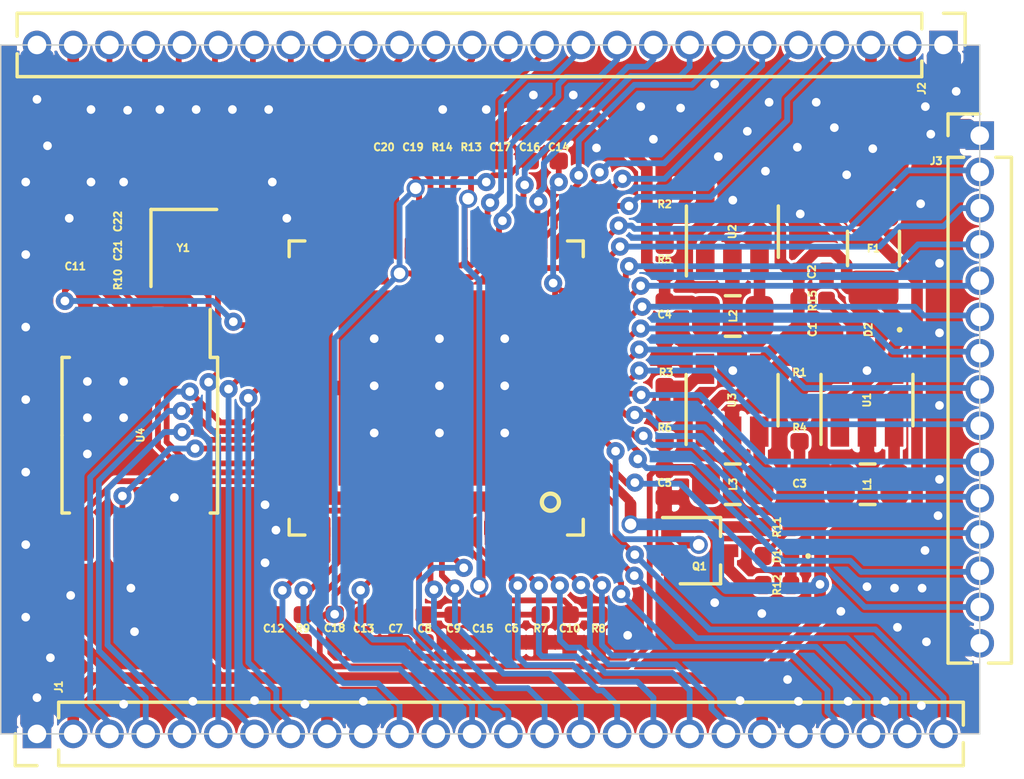
<source format=kicad_pcb>
(kicad_pcb (version 20171130) (host pcbnew 5.1.5+dfsg1-2build2)
  (layers (0 F.Cu signal) (31 B.Cu signal) (34 B.Paste user) (35 F.Paste user) (36 B.SilkS user) (37 F.SilkS user) (38 B.Mask user) (39 F.Mask user) (44 Edge.Cuts user))
  (net 0 "")
  (net 1 GND)
  (net 2 VRA1)
  (net 3 TV_VRN)
  (net 4 TV_VRP)
  (net 5 VRA2)
  (net 6 "Net-(C21-Pad2)")
  (net 7 "Net-(C22-Pad2)")
  (net 8 "Net-(D1-Pad1)")
  (net 9 POWER_IN)
  (net 10 "Net-(L1-Pad1)")
  (net 11 "Net-(L2-Pad1)")
  (net 12 "Net-(L3-Pad1)")
  (net 13 STATUS_LED)
  (net 14 "Net-(Q1-Pad3)")
  (net 15 "Net-(R1-Pad1)")
  (net 16 "Net-(R2-Pad1)")
  (net 17 "Net-(R3-Pad1)")
  (net 18 RESET_N)
  (net 19 SPI_CS)
  (net 20 "Net-(R13-Pad2)")
  (net 21 SPI_SCK)
  (net 22 SPI_MISO)
  (net 23 SPI_MOSI)
  (net 24 HEADPHONE_L)
  (net 25 HEADPHONE_COMMON_FB)
  (net 26 HEADPHONE_COMMON)
  (net 27 PD0)
  (net 28 PD2)
  (net 29 PD3)
  (net 30 PD4)
  (net 31 PD5)
  (net 32 PD6)
  (net 33 PD7)
  (net 34 PD8)
  (net 35 PD9)
  (net 36 PD10)
  (net 37 PD11)
  (net 38 PD12)
  (net 39 PD13)
  (net 40 PD14)
  (net 41 PD15)
  (net 42 PD16)
  (net 43 PD17)
  (net 44 PD18)
  (net 45 PD19)
  (net 46 PD20)
  (net 47 PD21)
  (net 48 PE12)
  (net 49 PE11)
  (net 50 PE10)
  (net 51 PE9)
  (net 52 PE8)
  (net 53 PE7)
  (net 54 PE6)
  (net 55 PE5)
  (net 56 PE4)
  (net 57 PE3)
  (net 58 PE2)
  (net 59 UART_TX)
  (net 60 UART_RX)
  (net 61 SDC0_D2_JTAG_TCK)
  (net 62 SDC0_D3)
  (net 63 SDC0_CMD_JTAG_TDO)
  (net 64 SDC0_CLK)
  (net 65 SDC0_D0_JTAG_TDI)
  (net 66 SDC0_D1_JTAG_TMS)
  (net 67 USB-DM)
  (net 68 USB-DP)
  (net 69 TV_OUT)
  (net 70 TV_IN_1)
  (net 71 TV_IN_0)
  (net 72 LRADC)
  (net 73 FM_IN_L)
  (net 74 FM_IN_R)
  (net 75 LINE_IN)
  (net 76 MIC_IN)
  (net 77 HEADPHONE_R)
  (net 78 VCC)
  (net 79 +3V3)
  (net 80 +2V5)
  (net 81 +1V1)
  (net 82 "Net-(D2-Pad2)")
  (module Connector_PinHeader_1.27mm:PinHeader_1x26_P1.27mm_Vertical (layer F.Cu) (at 95.25 96.647 270)
    (fp_text reference J2 (at 1.524 0.762 90) (layer F.SilkS) (effects (font (size 0.254 0.254) (thickness 0.0635))))
    (fp_text value Conn_01x26)
    (pad 26 thru_hole oval (at 0 31.75 270) (size 1 1) (drill 0.65) (layers *.Cu *.Mask) (net 1 GND))
    (pad 25 thru_hole oval (at 0 30.48 270) (size 1 1) (drill 0.65) (layers *.Cu *.Mask) (net 79 +3V3))
    (pad 24 thru_hole oval (at 0 29.21 270) (size 1 1) (drill 0.65) (layers *.Cu *.Mask) (net 60 UART_RX))
    (pad 23 thru_hole oval (at 0 27.94 270) (size 1 1) (drill 0.65) (layers *.Cu *.Mask) (net 59 UART_TX))
    (pad 22 thru_hole oval (at 0 26.67 270) (size 1 1) (drill 0.65) (layers *.Cu *.Mask) (net 58 PE2))
    (pad 21 thru_hole oval (at 0 25.4 270) (size 1 1) (drill 0.65) (layers *.Cu *.Mask) (net 57 PE3))
    (pad 20 thru_hole oval (at 0 24.13 270) (size 1 1) (drill 0.65) (layers *.Cu *.Mask) (net 56 PE4))
    (pad 19 thru_hole oval (at 0 22.86 270) (size 1 1) (drill 0.65) (layers *.Cu *.Mask) (net 55 PE5))
    (pad 18 thru_hole oval (at 0 21.59 270) (size 1 1) (drill 0.65) (layers *.Cu *.Mask) (net 54 PE6))
    (pad 17 thru_hole oval (at 0 20.32 270) (size 1 1) (drill 0.65) (layers *.Cu *.Mask) (net 53 PE7))
    (pad 16 thru_hole oval (at 0 19.05 270) (size 1 1) (drill 0.65) (layers *.Cu *.Mask) (net 52 PE8))
    (pad 15 thru_hole oval (at 0 17.78 270) (size 1 1) (drill 0.65) (layers *.Cu *.Mask) (net 51 PE9))
    (pad 14 thru_hole oval (at 0 16.51 270) (size 1 1) (drill 0.65) (layers *.Cu *.Mask) (net 50 PE10))
    (pad 13 thru_hole oval (at 0 15.24 270) (size 1 1) (drill 0.65) (layers *.Cu *.Mask) (net 49 PE11))
    (pad 12 thru_hole oval (at 0 13.97 270) (size 1 1) (drill 0.65) (layers *.Cu *.Mask) (net 48 PE12))
    (pad 11 thru_hole oval (at 0 12.7 270) (size 1 1) (drill 0.65) (layers *.Cu *.Mask) (net 47 PD21))
    (pad 10 thru_hole oval (at 0 11.43 270) (size 1 1) (drill 0.65) (layers *.Cu *.Mask) (net 46 PD20))
    (pad 9 thru_hole oval (at 0 10.16 270) (size 1 1) (drill 0.65) (layers *.Cu *.Mask) (net 45 PD19))
    (pad 8 thru_hole oval (at 0 8.89 270) (size 1 1) (drill 0.65) (layers *.Cu *.Mask) (net 44 PD18))
    (pad 7 thru_hole oval (at 0 7.62 270) (size 1 1) (drill 0.65) (layers *.Cu *.Mask) (net 43 PD17))
    (pad 6 thru_hole oval (at 0 6.35 270) (size 1 1) (drill 0.65) (layers *.Cu *.Mask) (net 42 PD16))
    (pad 5 thru_hole oval (at 0 5.08 270) (size 1 1) (drill 0.65) (layers *.Cu *.Mask) (net 41 PD15))
    (pad 4 thru_hole oval (at 0 3.81 270) (size 1 1) (drill 0.65) (layers *.Cu *.Mask) (net 40 PD14))
    (pad 3 thru_hole oval (at 0 2.54 270) (size 1 1) (drill 0.65) (layers *.Cu *.Mask) (net 79 +3V3))
    (pad 2 thru_hole oval (at 0 1.27 270) (size 1 1) (drill 0.65) (layers *.Cu *.Mask) (net 9 POWER_IN))
    (pad 1 thru_hole rect (at 0 0 270) (size 1 1) (drill 0.65) (layers *.Cu *.Mask) (net 1 GND))
  )
  (module Connector_PinHeader_1.27mm:PinHeader_1x15_P1.27mm_Vertical (layer F.Cu) (at 96.52 99.822)
    (fp_text reference J3 (at -1.524 0.889) (layer F.SilkS) (effects (font (size 0.254 0.254) (thickness 0.0635))))
    (fp_text value Conn_01x15)
    (pad 15 thru_hole oval (at 0 17.78) (size 1 1) (drill 0.65) (layers *.Cu *.Mask) (net 1 GND))
    (pad 14 thru_hole oval (at 0 16.51) (size 1 1) (drill 0.65) (layers *.Cu *.Mask) (net 27 PD0))
    (pad 13 thru_hole oval (at 0 15.24) (size 1 1) (drill 0.65) (layers *.Cu *.Mask) (net 28 PD2))
    (pad 12 thru_hole oval (at 0 13.97) (size 1 1) (drill 0.65) (layers *.Cu *.Mask) (net 29 PD3))
    (pad 11 thru_hole oval (at 0 12.7) (size 1 1) (drill 0.65) (layers *.Cu *.Mask) (net 30 PD4))
    (pad 10 thru_hole oval (at 0 11.43) (size 1 1) (drill 0.65) (layers *.Cu *.Mask) (net 31 PD5))
    (pad 9 thru_hole oval (at 0 10.16) (size 1 1) (drill 0.65) (layers *.Cu *.Mask) (net 32 PD6))
    (pad 8 thru_hole oval (at 0 8.89) (size 1 1) (drill 0.65) (layers *.Cu *.Mask) (net 33 PD7))
    (pad 7 thru_hole oval (at 0 7.62) (size 1 1) (drill 0.65) (layers *.Cu *.Mask) (net 34 PD8))
    (pad 6 thru_hole oval (at 0 6.35) (size 1 1) (drill 0.65) (layers *.Cu *.Mask) (net 35 PD9))
    (pad 5 thru_hole oval (at 0 5.08) (size 1 1) (drill 0.65) (layers *.Cu *.Mask) (net 36 PD10))
    (pad 4 thru_hole oval (at 0 3.81) (size 1 1) (drill 0.65) (layers *.Cu *.Mask) (net 37 PD11))
    (pad 3 thru_hole oval (at 0 2.54) (size 1 1) (drill 0.65) (layers *.Cu *.Mask) (net 38 PD12))
    (pad 2 thru_hole oval (at 0 1.27) (size 1 1) (drill 0.65) (layers *.Cu *.Mask) (net 39 PD13))
    (pad 1 thru_hole rect (at 0 0) (size 1 1) (drill 0.65) (layers *.Cu *.Mask) (net 1 GND))
  )
  (module Connector_PinHeader_1.27mm:PinHeader_1x26_P1.27mm_Vertical (layer F.Cu) (at 63.5 120.777 90)
    (fp_text reference J1 (at 1.648 0.762 90) (layer F.SilkS) (effects (font (size 0.254 0.254) (thickness 0.0635))))
    (fp_text value Conn_01x26)
    (pad 26 thru_hole oval (at 0 31.75 90) (size 1 1) (drill 0.65) (layers *.Cu *.Mask) (net 26 HEADPHONE_COMMON))
    (pad 25 thru_hole oval (at 0 30.48 90) (size 1 1) (drill 0.65) (layers *.Cu *.Mask) (net 25 HEADPHONE_COMMON_FB))
    (pad 24 thru_hole oval (at 0 29.21 90) (size 1 1) (drill 0.65) (layers *.Cu *.Mask) (net 24 HEADPHONE_L))
    (pad 23 thru_hole oval (at 0 27.94 90) (size 1 1) (drill 0.65) (layers *.Cu *.Mask) (net 77 HEADPHONE_R))
    (pad 22 thru_hole oval (at 0 26.67 90) (size 1 1) (drill 0.65) (layers *.Cu *.Mask) (net 1 GND))
    (pad 21 thru_hole oval (at 0 25.4 90) (size 1 1) (drill 0.65) (layers *.Cu *.Mask) (net 79 +3V3))
    (pad 20 thru_hole oval (at 0 24.13 90) (size 1 1) (drill 0.65) (layers *.Cu *.Mask) (net 76 MIC_IN))
    (pad 19 thru_hole oval (at 0 22.86 90) (size 1 1) (drill 0.65) (layers *.Cu *.Mask) (net 75 LINE_IN))
    (pad 18 thru_hole oval (at 0 21.59 90) (size 1 1) (drill 0.65) (layers *.Cu *.Mask) (net 74 FM_IN_R))
    (pad 17 thru_hole oval (at 0 20.32 90) (size 1 1) (drill 0.65) (layers *.Cu *.Mask) (net 73 FM_IN_L))
    (pad 16 thru_hole oval (at 0 19.05 90) (size 1 1) (drill 0.65) (layers *.Cu *.Mask) (net 71 TV_IN_0))
    (pad 15 thru_hole oval (at 0 17.78 90) (size 1 1) (drill 0.65) (layers *.Cu *.Mask) (net 70 TV_IN_1))
    (pad 14 thru_hole oval (at 0 16.51 90) (size 1 1) (drill 0.65) (layers *.Cu *.Mask) (net 72 LRADC))
    (pad 13 thru_hole oval (at 0 15.24 90) (size 1 1) (drill 0.65) (layers *.Cu *.Mask) (net 69 TV_OUT))
    (pad 12 thru_hole oval (at 0 13.97 90) (size 1 1) (drill 0.65) (layers *.Cu *.Mask) (net 68 USB-DP))
    (pad 11 thru_hole oval (at 0 12.7 90) (size 1 1) (drill 0.65) (layers *.Cu *.Mask) (net 67 USB-DM))
    (pad 10 thru_hole oval (at 0 11.43 90) (size 1 1) (drill 0.65) (layers *.Cu *.Mask) (net 1 GND))
    (pad 9 thru_hole oval (at 0 10.16 90) (size 1 1) (drill 0.65) (layers *.Cu *.Mask) (net 79 +3V3))
    (pad 8 thru_hole oval (at 0 8.89 90) (size 1 1) (drill 0.65) (layers *.Cu *.Mask) (net 63 SDC0_CMD_JTAG_TDO))
    (pad 7 thru_hole oval (at 0 7.62 90) (size 1 1) (drill 0.65) (layers *.Cu *.Mask) (net 62 SDC0_D3))
    (pad 6 thru_hole oval (at 0 6.35 90) (size 1 1) (drill 0.65) (layers *.Cu *.Mask) (net 61 SDC0_D2_JTAG_TCK))
    (pad 5 thru_hole oval (at 0 5.08 90) (size 1 1) (drill 0.65) (layers *.Cu *.Mask) (net 66 SDC0_D1_JTAG_TMS))
    (pad 4 thru_hole oval (at 0 3.81 90) (size 1 1) (drill 0.65) (layers *.Cu *.Mask) (net 65 SDC0_D0_JTAG_TDI))
    (pad 3 thru_hole oval (at 0 2.54 90) (size 1 1) (drill 0.65) (layers *.Cu *.Mask) (net 64 SDC0_CLK))
    (pad 2 thru_hole oval (at 0 1.27 90) (size 1 1) (drill 0.65) (layers *.Cu *.Mask) (net 79 +3V3))
    (pad 1 thru_hole rect (at 0 0 90) (size 1 1) (drill 0.65) (layers *.Cu *.Mask) (net 1 GND))
  )
  (module footprints_smrg:QFN-88_EP_10x10_Pitch0.4mm (layer F.Cu) (at 77.4827 108.6612 180)
    (fp_text reference U5 hide)
    (fp_text value F1C100s)
    (pad 89 smd rect (at 0 0 180) (size 6.84 6.84) (layers F.Cu F.Paste F.Mask) (net 1 GND))
    (pad 1 smd oval (at -4.9 -4.2 270) (size 0.2 0.8) (layers F.Cu F.Paste F.Mask) (net 24 HEADPHONE_L))
    (pad 2 smd oval (at -4.9 -3.8 270) (size 0.2 0.8) (layers F.Cu F.Paste F.Mask) (net 25 HEADPHONE_COMMON_FB))
    (pad 3 smd oval (at -4.9 -3.4 270) (size 0.2 0.8) (layers F.Cu F.Paste F.Mask) (net 26 HEADPHONE_COMMON))
    (pad 4 smd oval (at -4.9 -3 270) (size 0.2 0.8) (layers F.Cu F.Paste F.Mask) (net 79 +3V3))
    (pad 5 smd oval (at -4.9 -2.6 270) (size 0.2 0.8) (layers F.Cu F.Paste F.Mask) (net 79 +3V3))
    (pad 6 smd oval (at -4.9 -2.2 270) (size 0.2 0.8) (layers F.Cu F.Paste F.Mask) (net 27 PD0))
    (pad 7 smd oval (at -4.9 -1.8 270) (size 0.2 0.8) (layers F.Cu F.Paste F.Mask) (net 13 STATUS_LED))
    (pad 8 smd oval (at -4.9 -1.4 270) (size 0.2 0.8) (layers F.Cu F.Paste F.Mask) (net 28 PD2))
    (pad 9 smd oval (at -4.9 -1 270) (size 0.2 0.8) (layers F.Cu F.Paste F.Mask) (net 29 PD3))
    (pad 10 smd oval (at -4.9 -0.6 270) (size 0.2 0.8) (layers F.Cu F.Paste F.Mask) (net 30 PD4))
    (pad 11 smd oval (at -4.9 -0.2 270) (size 0.2 0.8) (layers F.Cu F.Paste F.Mask) (net 31 PD5))
    (pad 12 smd oval (at -4.9 0.2 270) (size 0.2 0.8) (layers F.Cu F.Paste F.Mask) (net 32 PD6))
    (pad 13 smd oval (at -4.9 0.6 270) (size 0.2 0.8) (layers F.Cu F.Paste F.Mask) (net 33 PD7))
    (pad 14 smd oval (at -4.9 1 270) (size 0.2 0.8) (layers F.Cu F.Paste F.Mask) (net 34 PD8))
    (pad 15 smd oval (at -4.9 1.4 270) (size 0.2 0.8) (layers F.Cu F.Paste F.Mask) (net 35 PD9))
    (pad 16 smd oval (at -4.9 1.8 270) (size 0.2 0.8) (layers F.Cu F.Paste F.Mask) (net 36 PD10))
    (pad 17 smd oval (at -4.9 2.2 270) (size 0.2 0.8) (layers F.Cu F.Paste F.Mask) (net 37 PD11))
    (pad 18 smd oval (at -4.9 2.6 270) (size 0.2 0.8) (layers F.Cu F.Paste F.Mask) (net 38 PD12))
    (pad 19 smd oval (at -4.9 3 270) (size 0.2 0.8) (layers F.Cu F.Paste F.Mask) (net 39 PD13))
    (pad 20 smd oval (at -4.9 3.4 270) (size 0.2 0.8) (layers F.Cu F.Paste F.Mask) (net 79 +3V3))
    (pad 21 smd oval (at -4.9 3.8 270) (size 0.2 0.8) (layers F.Cu F.Paste F.Mask) (net 40 PD14))
    (pad 22 smd oval (at -4.9 4.2 270) (size 0.2 0.8) (layers F.Cu F.Paste F.Mask) (net 81 +1V1))
    (pad 23 smd oval (at -4.2 4.9 180) (size 0.2 0.8) (layers F.Cu F.Paste F.Mask) (net 41 PD15))
    (pad 24 smd oval (at -3.8 4.9 180) (size 0.2 0.8) (layers F.Cu F.Paste F.Mask) (net 42 PD16))
    (pad 25 smd oval (at -3.4 4.9 180) (size 0.2 0.8) (layers F.Cu F.Paste F.Mask) (net 43 PD17))
    (pad 26 smd oval (at -3 4.9 180) (size 0.2 0.8) (layers F.Cu F.Paste F.Mask) (net 44 PD18))
    (pad 27 smd oval (at -2.6 4.9 180) (size 0.2 0.8) (layers F.Cu F.Paste F.Mask) (net 45 PD19))
    (pad 28 smd oval (at -2.2 4.9 180) (size 0.2 0.8) (layers F.Cu F.Paste F.Mask) (net 46 PD20))
    (pad 29 smd oval (at -1.8 4.9 180) (size 0.2 0.8) (layers F.Cu F.Paste F.Mask) (net 47 PD21))
    (pad 30 smd oval (at -1.4 4.9 180) (size 0.2 0.8) (layers F.Cu F.Paste F.Mask) (net 80 +2V5))
    (pad 31 smd oval (at -1 4.9 180) (size 0.2 0.8) (layers F.Cu F.Paste F.Mask) (net 80 +2V5))
    (pad 32 smd oval (at -0.6 4.9 180) (size 0.2 0.8) (layers F.Cu F.Paste F.Mask) (net 80 +2V5))
    (pad 33 smd oval (at -0.2 4.9 180) (size 0.2 0.8) (layers F.Cu F.Paste F.Mask) (net 20 "Net-(R13-Pad2)"))
    (pad 34 smd oval (at 0.2 4.9 180) (size 0.2 0.8) (layers F.Cu F.Paste F.Mask) (net 80 +2V5))
    (pad 35 smd oval (at 0.6 4.9 180) (size 0.2 0.8) (layers F.Cu F.Paste F.Mask) (net 81 +1V1))
    (pad 36 smd oval (at 1 4.9 180) (size 0.2 0.8) (layers F.Cu F.Paste F.Mask) (net 80 +2V5))
    (pad 37 smd oval (at 1.4 4.9 180) (size 0.2 0.8) (layers F.Cu F.Paste F.Mask) (net 48 PE12))
    (pad 38 smd oval (at 1.8 4.9 180) (size 0.2 0.8) (layers F.Cu F.Paste F.Mask) (net 49 PE11))
    (pad 39 smd oval (at 2.2 4.9 180) (size 0.2 0.8) (layers F.Cu F.Paste F.Mask) (net 50 PE10))
    (pad 40 smd oval (at 2.6 4.9 180) (size 0.2 0.8) (layers F.Cu F.Paste F.Mask) (net 51 PE9))
    (pad 41 smd oval (at 3 4.9 180) (size 0.2 0.8) (layers F.Cu F.Paste F.Mask) (net 52 PE8))
    (pad 42 smd oval (at 3.4 4.9 180) (size 0.2 0.8) (layers F.Cu F.Paste F.Mask) (net 53 PE7))
    (pad 43 smd oval (at 3.8 4.9 180) (size 0.2 0.8) (layers F.Cu F.Paste F.Mask) (net 54 PE6))
    (pad 44 smd oval (at 4.2 4.9 180) (size 0.2 0.8) (layers F.Cu F.Paste F.Mask) (net 55 PE5))
    (pad 45 smd oval (at 4.9 4.2 270) (size 0.2 0.8) (layers F.Cu F.Paste F.Mask) (net 56 PE4))
    (pad 46 smd oval (at 4.9 3.8 270) (size 0.2 0.8) (layers F.Cu F.Paste F.Mask) (net 57 PE3))
    (pad 47 smd oval (at 4.9 3.4 270) (size 0.2 0.8) (layers F.Cu F.Paste F.Mask) (net 58 PE2))
    (pad 48 smd oval (at 4.9 3 270) (size 0.2 0.8) (layers F.Cu F.Paste F.Mask) (net 59 UART_TX))
    (pad 49 smd oval (at 4.9 2.6 270) (size 0.2 0.8) (layers F.Cu F.Paste F.Mask) (net 60 UART_RX))
    (pad 50 smd oval (at 4.9 2.2 270) (size 0.2 0.8) (layers F.Cu F.Paste F.Mask) (net 79 +3V3))
    (pad 51 smd oval (at 4.9 1.8 270) (size 0.2 0.8) (layers F.Cu F.Paste F.Mask) (net 7 "Net-(C22-Pad2)"))
    (pad 52 smd oval (at 4.9 1.4 270) (size 0.2 0.8) (layers F.Cu F.Paste F.Mask) (net 6 "Net-(C21-Pad2)"))
    (pad 53 smd oval (at 4.9 1 270) (size 0.2 0.8) (layers F.Cu F.Paste F.Mask) (net 61 SDC0_D2_JTAG_TCK))
    (pad 54 smd oval (at 4.9 0.6 270) (size 0.2 0.8) (layers F.Cu F.Paste F.Mask) (net 62 SDC0_D3))
    (pad 55 smd oval (at 4.9 0.2 270) (size 0.2 0.8) (layers F.Cu F.Paste F.Mask) (net 63 SDC0_CMD_JTAG_TDO))
    (pad 56 smd oval (at 4.9 -0.2 270) (size 0.2 0.8) (layers F.Cu F.Paste F.Mask) (net 64 SDC0_CLK))
    (pad 57 smd oval (at 4.9 -0.6 270) (size 0.2 0.8) (layers F.Cu F.Paste F.Mask) (net 65 SDC0_D0_JTAG_TDI))
    (pad 58 smd oval (at 4.9 -1 270) (size 0.2 0.8) (layers F.Cu F.Paste F.Mask) (net 66 SDC0_D1_JTAG_TMS))
    (pad 59 smd oval (at 4.9 -1.4 270) (size 0.2 0.8) (layers F.Cu F.Paste F.Mask) (net 21 SPI_SCK))
    (pad 60 smd oval (at 4.9 -1.8 270) (size 0.2 0.8) (layers F.Cu F.Paste F.Mask) (net 19 SPI_CS))
    (pad 61 smd oval (at 4.9 -2.2 270) (size 0.2 0.8) (layers F.Cu F.Paste F.Mask) (net 22 SPI_MISO))
    (pad 62 smd oval (at 4.9 -2.6 270) (size 0.2 0.8) (layers F.Cu F.Paste F.Mask) (net 23 SPI_MOSI))
    (pad 63 smd oval (at 4.9 -3 270) (size 0.2 0.8) (layers F.Cu F.Paste F.Mask) (net 1 GND))
    (pad 64 smd oval (at 4.9 -3.4 270) (size 0.2 0.8) (layers F.Cu F.Paste F.Mask) (net 1 GND))
    (pad 65 smd oval (at 4.9 -3.8 270) (size 0.2 0.8) (layers F.Cu F.Paste F.Mask) (net 1 GND))
    (pad 66 smd oval (at 4.9 -4.2 270) (size 0.2 0.8) (layers F.Cu F.Paste F.Mask) (net 1 GND))
    (pad 67 smd oval (at 4.2 -4.9 180) (size 0.2 0.8) (layers F.Cu F.Paste F.Mask) (net 79 +3V3))
    (pad 68 smd oval (at 3.8 -4.9 180) (size 0.2 0.8) (layers F.Cu F.Paste F.Mask) (net 67 USB-DM))
    (pad 69 smd oval (at 3.4 -4.9 180) (size 0.2 0.8) (layers F.Cu F.Paste F.Mask) (net 68 USB-DP))
    (pad 70 smd oval (at 3 -4.9 180) (size 0.2 0.8) (layers F.Cu F.Paste F.Mask) (net 18 RESET_N))
    (pad 71 smd oval (at 2.6 -4.9 180) (size 0.2 0.8) (layers F.Cu F.Paste F.Mask) (net 81 +1V1))
    (pad 72 smd oval (at 2.2 -4.9 180) (size 0.2 0.8) (layers F.Cu F.Paste F.Mask) (net 69 TV_OUT))
    (pad 73 smd oval (at 1.8 -4.9 180) (size 0.2 0.8) (layers F.Cu F.Paste F.Mask) (net 79 +3V3))
    (pad 74 smd oval (at 1.4 -4.9 180) (size 0.2 0.8) (layers F.Cu F.Paste F.Mask) (net 1 GND))
    (pad 75 smd oval (at 1 -4.9 180) (size 0.2 0.8) (layers F.Cu F.Paste F.Mask) (net 3 TV_VRN))
    (pad 76 smd oval (at 0.6 -4.9 180) (size 0.2 0.8) (layers F.Cu F.Paste F.Mask) (net 4 TV_VRP))
    (pad 77 smd oval (at 0.2 -4.9 180) (size 0.2 0.8) (layers F.Cu F.Paste F.Mask) (net 70 TV_IN_1))
    (pad 78 smd oval (at -0.2 -4.9 180) (size 0.2 0.8) (layers F.Cu F.Paste F.Mask) (net 71 TV_IN_0))
    (pad 79 smd oval (at -0.6 -4.9 180) (size 0.2 0.8) (layers F.Cu F.Paste F.Mask) (net 72 LRADC))
    (pad 80 smd oval (at -1 -4.9 180) (size 0.2 0.8) (layers F.Cu F.Paste F.Mask) (net 80 +2V5))
    (pad 81 smd oval (at -1.4 -4.9 180) (size 0.2 0.8) (layers F.Cu F.Paste F.Mask) (net 2 VRA1))
    (pad 82 smd oval (at -1.8 -4.9 180) (size 0.2 0.8) (layers F.Cu F.Paste F.Mask) (net 1 GND))
    (pad 83 smd oval (at -2.2 -4.9 180) (size 0.2 0.8) (layers F.Cu F.Paste F.Mask) (net 5 VRA2))
    (pad 84 smd oval (at -2.6 -4.9 180) (size 0.2 0.8) (layers F.Cu F.Paste F.Mask) (net 73 FM_IN_L))
    (pad 85 smd oval (at -3 -4.9 180) (size 0.2 0.8) (layers F.Cu F.Paste F.Mask) (net 74 FM_IN_R))
    (pad 86 smd oval (at -3.4 -4.9 180) (size 0.2 0.8) (layers F.Cu F.Paste F.Mask) (net 75 LINE_IN))
    (pad 87 smd oval (at -3.8 -4.9 180) (size 0.2 0.8) (layers F.Cu F.Paste F.Mask) (net 76 MIC_IN))
    (pad 88 smd oval (at -4.2 -4.9 180) (size 0.2 0.8) (layers F.Cu F.Paste F.Mask) (net 77 HEADPHONE_R))
  )
  (module Resistor_SMD:R_0402_1005Metric (layer F.Cu) (at 90.6677 105.6064)
    (fp_text reference R15 (at 0 0 90) (layer F.SilkS) (effects (font (size 0.254 0.254) (thickness 0.0635))))
    (fp_text value 2k2)
    (pad 2 smd roundrect (at 0.485 0) (size 0.59 0.64) (layers F.Cu F.Paste F.Mask) (net 82 "Net-(D2-Pad2)"))
    (pad 1 smd roundrect (at -0.485 0) (size 0.59 0.64) (layers F.Cu F.Paste F.Mask) (net 78 VCC))
  )
  (module LED_SMD:LED_0402_1005Metric (layer F.Cu) (at 92.6235 106.6224 180)
    (fp_text reference D2 (at 0 0 90) (layer F.SilkS) (effects (font (size 0.254 0.254) (thickness 0.0635))))
    (fp_text value LED)
    (pad 2 smd roundrect (at 0.485 0 180) (size 0.59 0.64) (layers F.Cu F.Paste F.Mask) (net 82 "Net-(D2-Pad2)"))
    (pad 1 smd roundrect (at -0.485 0 180) (size 0.59 0.64) (layers F.Cu F.Paste F.Mask) (net 1 GND))
  )
  (module Package_SO:SOIC-8_5.23x5.23mm_P1.27mm (layer F.Cu) (at 67.1021 110.315 270)
    (fp_text reference U4 (at 0 -0.0254 90) (layer F.SilkS) (effects (font (size 0.254 0.254) (thickness 0.0635))))
    (fp_text value W25Q128JVS)
    (pad 8 smd roundrect (at 3.6 -1.905 270) (size 1.6 0.6) (layers F.Cu F.Paste F.Mask) (net 79 +3V3))
    (pad 7 smd roundrect (at 3.6 -0.635 270) (size 1.6 0.6) (layers F.Cu F.Paste F.Mask) (net 79 +3V3))
    (pad 6 smd roundrect (at 3.6 0.635 270) (size 1.6 0.6) (layers F.Cu F.Paste F.Mask) (net 21 SPI_SCK))
    (pad 5 smd roundrect (at 3.6 1.905 270) (size 1.6 0.6) (layers F.Cu F.Paste F.Mask) (net 23 SPI_MOSI))
    (pad 4 smd roundrect (at -3.6 1.905 270) (size 1.6 0.6) (layers F.Cu F.Paste F.Mask) (net 1 GND))
    (pad 3 smd roundrect (at -3.6 0.635 270) (size 1.6 0.6) (layers F.Cu F.Paste F.Mask) (net 79 +3V3))
    (pad 2 smd roundrect (at -3.6 -0.635 270) (size 1.6 0.6) (layers F.Cu F.Paste F.Mask) (net 22 SPI_MISO))
    (pad 1 smd roundrect (at -3.6 -1.905 270) (size 1.6 0.6) (layers F.Cu F.Paste F.Mask) (net 19 SPI_CS))
  )
  (module Package_TO_SOT_SMD:SOT-323_SC-70 (layer F.Cu) (at 86.7123 114.359)
    (fp_text reference Q1 (at -0.0094 0.5506) (layer F.SilkS) (effects (font (size 0.254 0.254) (thickness 0.0635))))
    (fp_text value Q_NMOS_GSD)
    (pad 3 smd rect (at 1 0 270) (size 0.45 0.7) (layers F.Cu F.Paste F.Mask) (net 14 "Net-(Q1-Pad3)"))
    (pad 2 smd rect (at -1 0.65 270) (size 0.45 0.7) (layers F.Cu F.Paste F.Mask) (net 1 GND))
    (pad 1 smd rect (at -1 -0.65 270) (size 0.45 0.7) (layers F.Cu F.Paste F.Mask) (net 13 STATUS_LED))
  )
  (module Package_TO_SOT_SMD:SOT-23-5 (layer F.Cu) (at 87.8459 109.09 90)
    (fp_text reference U3 (at 0 0 90) (layer F.SilkS) (effects (font (size 0.254 0.254) (thickness 0.0635))))
    (fp_text value TLV62565)
    (pad 5 smd rect (at 1.1 -0.95 90) (size 1.06 0.65) (layers F.Cu F.Paste F.Mask) (net 17 "Net-(R3-Pad1)"))
    (pad 4 smd rect (at 1.1 0.95 90) (size 1.06 0.65) (layers F.Cu F.Paste F.Mask) (net 78 VCC))
    (pad 3 smd rect (at -1.1 0.95 90) (size 1.06 0.65) (layers F.Cu F.Paste F.Mask) (net 12 "Net-(L3-Pad1)"))
    (pad 2 smd rect (at -1.1 0 90) (size 1.06 0.65) (layers F.Cu F.Paste F.Mask) (net 1 GND))
    (pad 1 smd rect (at -1.1 -0.95 90) (size 1.06 0.65) (layers F.Cu F.Paste F.Mask) (net 78 VCC))
  )
  (module Package_TO_SOT_SMD:SOT-23-5 (layer F.Cu) (at 87.8561 103.1856 90)
    (fp_text reference U2 (at 0 0 90) (layer F.SilkS) (effects (font (size 0.254 0.254) (thickness 0.0635))))
    (fp_text value TLV62565)
    (pad 5 smd rect (at 1.1 -0.95 90) (size 1.06 0.65) (layers F.Cu F.Paste F.Mask) (net 16 "Net-(R2-Pad1)"))
    (pad 4 smd rect (at 1.1 0.95 90) (size 1.06 0.65) (layers F.Cu F.Paste F.Mask) (net 78 VCC))
    (pad 3 smd rect (at -1.1 0.95 90) (size 1.06 0.65) (layers F.Cu F.Paste F.Mask) (net 11 "Net-(L2-Pad1)"))
    (pad 2 smd rect (at -1.1 0 90) (size 1.06 0.65) (layers F.Cu F.Paste F.Mask) (net 1 GND))
    (pad 1 smd rect (at -1.1 -0.95 90) (size 1.06 0.65) (layers F.Cu F.Paste F.Mask) (net 78 VCC))
  )
  (module Package_TO_SOT_SMD:SOT-23-5 (layer F.Cu) (at 92.5703 109.0862 90)
    (fp_text reference U1 (at 0 0 90) (layer F.SilkS) (effects (font (size 0.254 0.254) (thickness 0.0635))))
    (fp_text value TLV62565)
    (pad 5 smd rect (at 1.1 -0.95 90) (size 1.06 0.65) (layers F.Cu F.Paste F.Mask) (net 15 "Net-(R1-Pad1)"))
    (pad 4 smd rect (at 1.1 0.95 90) (size 1.06 0.65) (layers F.Cu F.Paste F.Mask) (net 78 VCC))
    (pad 3 smd rect (at -1.1 0.95 90) (size 1.06 0.65) (layers F.Cu F.Paste F.Mask) (net 10 "Net-(L1-Pad1)"))
    (pad 2 smd rect (at -1.1 0 90) (size 1.06 0.65) (layers F.Cu F.Paste F.Mask) (net 1 GND))
    (pad 1 smd rect (at -1.1 -0.95 90) (size 1.06 0.65) (layers F.Cu F.Paste F.Mask) (net 78 VCC))
  )
  (module Fuse:Fuse_1206_3216Metric (layer F.Cu) (at 92.7989 103.7746 90)
    (fp_text reference F1 (at 0 0) (layer F.SilkS) (effects (font (size 0.254 0.254) (thickness 0.0635))))
    (fp_text value Polyfuse)
    (pad 2 smd roundrect (at 1.4 0 90) (size 1.25 1.75) (layers F.Cu F.Paste F.Mask) (roundrect_rratio 0.2) (net 9 POWER_IN))
    (pad 1 smd roundrect (at -1.4 0 90) (size 1.25 1.75) (layers F.Cu F.Paste F.Mask) (roundrect_rratio 0.2) (net 78 VCC))
  )
  (module Crystal:Crystal_SMD_2016-4Pin_2.0x1.6mm (layer F.Cu) (at 68.6427 103.7574 270)
    (fp_text reference Y1 (at 0 0.0166 180) (layer F.SilkS) (effects (font (size 0.254 0.254) (thickness 0.0635))))
    (fp_text value 24MHz)
    (pad 4 smd rect (at -0.7 -0.55 270) (size 0.9 0.8) (layers F.Cu F.Paste F.Mask) (net 1 GND))
    (pad 3 smd rect (at 0.7 -0.55 270) (size 0.9 0.8) (layers F.Cu F.Paste F.Mask) (net 6 "Net-(C21-Pad2)"))
    (pad 2 smd rect (at 0.7 0.55 270) (size 0.9 0.8) (layers F.Cu F.Paste F.Mask) (net 1 GND))
    (pad 1 smd rect (at -0.7 0.55 270) (size 0.9 0.8) (layers F.Cu F.Paste F.Mask) (net 7 "Net-(C22-Pad2)"))
  )
  (module Resistor_SMD:R_0402_1005Metric (layer F.Cu) (at 89.4183 115.5632 180)
    (fp_text reference R12 (at -0.0024 0 90) (layer F.SilkS) (effects (font (size 0.25 0.25) (thickness 0.0625))))
    (fp_text value 2k2)
    (pad 2 smd roundrect (at 0.485 0 180) (size 0.59 0.64) (layers F.Cu F.Paste F.Mask) (net 14 "Net-(Q1-Pad3)"))
    (pad 1 smd roundrect (at -0.485 0 180) (size 0.59 0.64) (layers F.Cu F.Paste F.Mask) (net 8 "Net-(D1-Pad1)"))
  )
  (module Inductor_SMD:L_0805_2012Metric (layer F.Cu) (at 87.869 112.0326 180)
    (fp_text reference L3 (at -0.015 0 270) (layer F.SilkS) (effects (font (size 0.254 0.254) (thickness 0.0635))))
    (fp_text value 2.2uH)
    (pad 2 smd roundrect (at 0.9375 0 180) (size 0.975 1.4) (layers F.Cu F.Paste F.Mask) (net 81 +1V1))
    (pad 1 smd roundrect (at -0.9375 0 180) (size 0.975 1.4) (layers F.Cu F.Paste F.Mask) (net 12 "Net-(L3-Pad1)"))
  )
  (module Inductor_SMD:L_0805_2012Metric (layer F.Cu) (at 87.869 106.1398 180)
    (fp_text reference L2 (at -0.015 0 270) (layer F.SilkS) (effects (font (size 0.254 0.254) (thickness 0.0635))))
    (fp_text value 2.2uH)
    (pad 2 smd roundrect (at 0.9375 0 180) (size 0.975 1.4) (layers F.Cu F.Paste F.Mask) (net 80 +2V5))
    (pad 1 smd roundrect (at -0.9375 0 180) (size 0.975 1.4) (layers F.Cu F.Paste F.Mask) (net 11 "Net-(L2-Pad1)"))
  )
  (module Inductor_SMD:L_0805_2012Metric (layer F.Cu) (at 92.5934 112.0326 180)
    (fp_text reference L1 (at 0.015 0 270) (layer F.SilkS) (effects (font (size 0.254 0.254) (thickness 0.0635))))
    (fp_text value 2.2uH)
    (pad 2 smd roundrect (at 0.9375 0 180) (size 0.975 1.4) (layers F.Cu F.Paste F.Mask) (net 79 +3V3))
    (pad 1 smd roundrect (at -0.9375 0 180) (size 0.975 1.4) (layers F.Cu F.Paste F.Mask) (net 10 "Net-(L1-Pad1)"))
  )
  (module Resistor_SMD:R_0402_1005Metric (layer F.Cu) (at 77.6859 100.2308 90)
    (fp_text reference R14 (at 0.001399 0.005199) (layer F.SilkS) (effects (font (size 0.254 0.254) (thickness 0.0635))))
    (fp_text value 2k2)
    (pad 2 smd roundrect (at 0.485 0 90) (size 0.59 0.64) (layers F.Cu F.Paste F.Mask) (net 1 GND))
    (pad 1 smd roundrect (at -0.485 0 90) (size 0.59 0.64) (layers F.Cu F.Paste F.Mask) (net 20 "Net-(R13-Pad2)"))
  )
  (module Resistor_SMD:R_0402_1005Metric (layer F.Cu) (at 78.7019 100.226 90)
    (fp_text reference R13 (at 0 0.004399) (layer F.SilkS) (effects (font (size 0.254 0.254) (thickness 0.0635))))
    (fp_text value 2k2)
    (pad 2 smd roundrect (at 0.485 0 90) (size 0.59 0.64) (layers F.Cu F.Paste F.Mask) (net 20 "Net-(R13-Pad2)"))
    (pad 1 smd roundrect (at -0.485 0 90) (size 0.59 0.64) (layers F.Cu F.Paste F.Mask) (net 80 +2V5))
  )
  (module Resistor_SMD:R_0402_1005Metric (layer F.Cu) (at 89.4183 113.5312 180)
    (fp_text reference R11 (at -0.0024 0 90) (layer F.SilkS) (effects (font (size 0.25 0.25) (thickness 0.0625))))
    (fp_text value 49k9)
    (pad 2 smd roundrect (at 0.485 0 180) (size 0.59 0.64) (layers F.Cu F.Paste F.Mask) (net 13 STATUS_LED))
    (pad 1 smd roundrect (at -0.485 0 180) (size 0.59 0.64) (layers F.Cu F.Paste F.Mask) (net 79 +3V3))
  )
  (module Resistor_SMD:R_0402_1005Metric (layer F.Cu) (at 66.3377 104.8608)
    (fp_text reference R10 (at 0 0 270) (layer F.SilkS) (effects (font (size 0.254 0.254) (thickness 0.0635))))
    (fp_text value 10k)
    (pad 2 smd roundrect (at 0.485 0) (size 0.59 0.64) (layers F.Cu F.Paste F.Mask) (net 19 SPI_CS))
    (pad 1 smd roundrect (at -0.485 0) (size 0.59 0.64) (layers F.Cu F.Paste F.Mask) (net 79 +3V3))
  )
  (module Resistor_SMD:R_0402_1005Metric (layer F.Cu) (at 72.80915 117.0836 90)
    (fp_text reference R9 (at 0 0 180) (layer F.SilkS) (effects (font (size 0.254 0.254) (thickness 0.0635))))
    (fp_text value 49k9)
    (pad 2 smd roundrect (at 0.485 0 90) (size 0.59 0.64) (layers F.Cu F.Paste F.Mask) (net 18 RESET_N))
    (pad 1 smd roundrect (at -0.485 0 90) (size 0.59 0.64) (layers F.Cu F.Paste F.Mask) (net 79 +3V3))
  )
  (module Resistor_SMD:R_0402_1005Metric (layer F.Cu) (at 83.17235 117.0884 270)
    (fp_text reference R8 (at 0 0.009799) (layer F.SilkS) (effects (font (size 0.254 0.254) (thickness 0.0635))))
    (fp_text value 200k)
    (pad 2 smd roundrect (at 0.485 0 270) (size 0.59 0.64) (layers F.Cu F.Paste F.Mask) (net 1 GND))
    (pad 1 smd roundrect (at -0.485 0 270) (size 0.59 0.64) (layers F.Cu F.Paste F.Mask) (net 5 VRA2))
  )
  (module Resistor_SMD:R_0402_1005Metric (layer F.Cu) (at 81.14035 117.0836 270)
    (fp_text reference R7 (at 0 0) (layer F.SilkS) (effects (font (size 0.254 0.254) (thickness 0.0635))))
    (fp_text value 200k)
    (pad 2 smd roundrect (at 0.485 0 270) (size 0.59 0.64) (layers F.Cu F.Paste F.Mask) (net 1 GND))
    (pad 1 smd roundrect (at -0.485 0 270) (size 0.59 0.64) (layers F.Cu F.Paste F.Mask) (net 2 VRA1))
  )
  (module Resistor_SMD:R_0402_1005Metric (layer F.Cu) (at 85.4837 110.0538 90)
    (fp_text reference R6 (at 0 0) (layer F.SilkS) (effects (font (size 0.254 0.254) (thickness 0.0635))))
    (fp_text value 51k)
    (pad 2 smd roundrect (at 0.485 0 90) (size 0.59 0.64) (layers F.Cu F.Paste F.Mask) (net 17 "Net-(R3-Pad1)"))
    (pad 1 smd roundrect (at -0.485 0 90) (size 0.59 0.64) (layers F.Cu F.Paste F.Mask) (net 81 +1V1))
  )
  (module Resistor_SMD:R_0402_1005Metric (layer F.Cu) (at 85.4837 104.1562 90)
    (fp_text reference R5 (at 0 0) (layer F.SilkS) (effects (font (size 0.254 0.254) (thickness 0.0635))))
    (fp_text value 200k)
    (pad 2 smd roundrect (at 0.485 0 90) (size 0.59 0.64) (layers F.Cu F.Paste F.Mask) (net 16 "Net-(R2-Pad1)"))
    (pad 1 smd roundrect (at -0.485 0 90) (size 0.59 0.64) (layers F.Cu F.Paste F.Mask) (net 80 +2V5))
  )
  (module Resistor_SMD:R_0402_1005Metric (layer F.Cu) (at 90.2081 110.049 90)
    (fp_text reference R4 (at 0.001009 0) (layer F.SilkS) (effects (font (size 0.254 0.254) (thickness 0.0625))))
    (fp_text value 270k)
    (pad 2 smd roundrect (at 0.485 0 90) (size 0.59 0.64) (layers F.Cu F.Paste F.Mask) (net 15 "Net-(R1-Pad1)"))
    (pad 1 smd roundrect (at -0.485 0 90) (size 0.59 0.64) (layers F.Cu F.Paste F.Mask) (net 79 +3V3))
  )
  (module Resistor_SMD:R_0402_1005Metric (layer F.Cu) (at 85.4837 108.1186 90)
    (fp_text reference R3 (at 0 0.0508) (layer F.SilkS) (effects (font (size 0.254 0.254) (thickness 0.0635))))
    (fp_text value 62k)
    (pad 2 smd roundrect (at 0.485 0 90) (size 0.59 0.64) (layers F.Cu F.Paste F.Mask) (net 1 GND))
    (pad 1 smd roundrect (at -0.485 0 90) (size 0.59 0.64) (layers F.Cu F.Paste F.Mask) (net 17 "Net-(R3-Pad1)"))
  )
  (module Resistor_SMD:R_0402_1005Metric (layer F.Cu) (at 85.4837 102.2258 90)
    (fp_text reference R2 (at 0.000736 0) (layer F.SilkS) (effects (font (size 0.254 0.254) (thickness 0.0635))))
    (fp_text value 62k)
    (pad 2 smd roundrect (at 0.485 0 90) (size 0.59 0.64) (layers F.Cu F.Paste F.Mask) (net 1 GND))
    (pad 1 smd roundrect (at -0.485 0 90) (size 0.59 0.64) (layers F.Cu F.Paste F.Mask) (net 16 "Net-(R2-Pad1)"))
  )
  (module Resistor_SMD:R_0402_1005Metric (layer F.Cu) (at 90.2081 108.1186 90)
    (fp_text reference R1 (at 0.001508 0) (layer F.SilkS) (effects (font (size 0.254 0.254) (thickness 0.0625))))
    (fp_text value 62k)
    (pad 2 smd roundrect (at 0.485 0 90) (size 0.59 0.64) (layers F.Cu F.Paste F.Mask) (net 1 GND))
    (pad 1 smd roundrect (at -0.485 0 90) (size 0.59 0.64) (layers F.Cu F.Paste F.Mask) (net 15 "Net-(R1-Pad1)"))
  )
  (module LED_SMD:LED_0402_1005Metric (layer F.Cu) (at 89.4183 114.5472 180)
    (fp_text reference D1 (at -0.0024 0 90) (layer F.SilkS) (effects (font (size 0.25 0.25) (thickness 0.0625))))
    (fp_text value LED)
    (pad 2 smd roundrect (at 0.485 0 180) (size 0.59 0.64) (layers F.Cu F.Paste F.Mask) (net 79 +3V3))
    (pad 1 smd roundrect (at -0.485 0 180) (size 0.59 0.64) (layers F.Cu F.Paste F.Mask) (net 8 "Net-(D1-Pad1)"))
  )
  (module Capacitor_SMD:C_0402_1005Metric (layer F.Cu) (at 66.3377 102.8288)
    (fp_text reference C22 (at -0.0024 0 270) (layer F.SilkS) (effects (font (size 0.254 0.254) (thickness 0.0635))))
    (fp_text value 30pF)
    (pad 2 smd roundrect (at 0.485 0) (size 0.59 0.64) (layers F.Cu F.Paste F.Mask) (net 7 "Net-(C22-Pad2)"))
    (pad 1 smd roundrect (at -0.485 0) (size 0.59 0.64) (layers F.Cu F.Paste F.Mask) (net 1 GND))
  )
  (module Capacitor_SMD:C_0402_1005Metric (layer F.Cu) (at 66.3377 103.8448)
    (fp_text reference C21 (at -0.0024 0 270) (layer F.SilkS) (effects (font (size 0.254 0.254) (thickness 0.0635))))
    (fp_text value 30pF)
    (pad 2 smd roundrect (at 0.485 0) (size 0.59 0.64) (layers F.Cu F.Paste F.Mask) (net 6 "Net-(C21-Pad2)"))
    (pad 1 smd roundrect (at -0.485 0) (size 0.59 0.64) (layers F.Cu F.Paste F.Mask) (net 1 GND))
  )
  (module Capacitor_SMD:C_0402_1005Metric (layer F.Cu) (at 75.6539 100.226 90)
    (fp_text reference C20 (at 0 0) (layer F.SilkS) (effects (font (size 0.254 0.254) (thickness 0.0635))))
    (fp_text value 100nF)
    (pad 1 smd roundrect (at -0.485 0 90) (size 0.59 0.64) (layers F.Cu F.Paste F.Mask) (net 81 +1V1))
    (pad 2 smd roundrect (at 0.485 0 90) (size 0.59 0.64) (layers F.Cu F.Paste F.Mask) (net 1 GND))
  )
  (module Capacitor_SMD:C_0402_1005Metric (layer F.Cu) (at 76.6699 100.226 90)
    (fp_text reference C19 (at 0 0) (layer F.SilkS) (effects (font (size 0.254 0.254) (thickness 0.0635))))
    (fp_text value 1uF)
    (pad 2 smd roundrect (at 0.485 0 90) (size 0.59 0.64) (layers F.Cu F.Paste F.Mask) (net 1 GND))
    (pad 1 smd roundrect (at -0.485 0 90) (size 0.59 0.64) (layers F.Cu F.Paste F.Mask) (net 80 +2V5))
  )
  (module Capacitor_SMD:C_0402_1005Metric (layer F.Cu) (at 73.9267 117.071 270)
    (fp_text reference C18 (at 0 0) (layer F.SilkS) (effects (font (size 0.254 0.254) (thickness 0.0635))))
    (fp_text value 100nF)
    (pad 1 smd roundrect (at -0.485 0 270) (size 0.59 0.64) (layers F.Cu F.Paste F.Mask) (net 81 +1V1))
    (pad 2 smd roundrect (at 0.485 0 270) (size 0.59 0.64) (layers F.Cu F.Paste F.Mask) (net 1 GND))
  )
  (module Capacitor_SMD:C_0402_1005Metric (layer F.Cu) (at 79.7179 100.226 270)
    (fp_text reference C17 (at 0 0) (layer F.SilkS) (effects (font (size 0.254 0.254) (thickness 0.0635))))
    (fp_text value 1uF)
    (pad 2 smd roundrect (at 0.485 0 270) (size 0.59 0.64) (layers F.Cu F.Paste F.Mask) (net 1 GND))
    (pad 1 smd roundrect (at -0.485 0 270) (size 0.59 0.64) (layers F.Cu F.Paste F.Mask) (net 80 +2V5))
  )
  (module Capacitor_SMD:C_0402_1005Metric (layer F.Cu) (at 80.7593 100.226 90)
    (fp_text reference C16 (at 0 0) (layer F.SilkS) (effects (font (size 0.254 0.254) (thickness 0.0635))))
    (fp_text value 100nF)
    (pad 1 smd roundrect (at -0.485 0 90) (size 0.59 0.64) (layers F.Cu F.Paste F.Mask) (net 81 +1V1))
    (pad 2 smd roundrect (at 0.485 0 90) (size 0.59 0.64) (layers F.Cu F.Paste F.Mask) (net 1 GND))
  )
  (module Capacitor_SMD:C_0402_1005Metric (layer F.Cu) (at 79.10835 117.0884 270)
    (fp_text reference C15 (at 0 -0.005201) (layer F.SilkS) (effects (font (size 0.254 0.254) (thickness 0.0635))))
    (fp_text value 100nF)
    (pad 2 smd roundrect (at 0.485 0 270) (size 0.59 0.64) (layers F.Cu F.Paste F.Mask) (net 1 GND))
    (pad 1 smd roundrect (at -0.485 0 270) (size 0.59 0.64) (layers F.Cu F.Paste F.Mask) (net 80 +2V5))
  )
  (module Capacitor_SMD:C_0402_1005Metric (layer F.Cu) (at 81.7753 100.226 90)
    (fp_text reference C14 (at 0 0) (layer F.SilkS) (effects (font (size 0.254 0.254) (thickness 0.0635))))
    (fp_text value 100nF)
    (pad 2 smd roundrect (at 0.485 0 90) (size 0.59 0.64) (layers F.Cu F.Paste F.Mask) (net 1 GND))
    (pad 1 smd roundrect (at -0.485 0 90) (size 0.59 0.64) (layers F.Cu F.Paste F.Mask) (net 79 +3V3))
  )
  (module Capacitor_SMD:C_0402_1005Metric (layer F.Cu) (at 74.94275 117.0884 270)
    (fp_text reference C13 (at 0 0) (layer F.SilkS) (effects (font (size 0.254 0.254) (thickness 0.0635))))
    (fp_text value 100nF)
    (pad 2 smd roundrect (at 0.485 0 270) (size 0.59 0.64) (layers F.Cu F.Paste F.Mask) (net 1 GND))
    (pad 1 smd roundrect (at -0.485 0 270) (size 0.59 0.64) (layers F.Cu F.Paste F.Mask) (net 79 +3V3))
  )
  (module Capacitor_SMD:C_0402_1005Metric (layer F.Cu) (at 71.79315 117.0836 270)
    (fp_text reference C12 (at 0 0) (layer F.SilkS) (effects (font (size 0.254 0.254) (thickness 0.0635))))
    (fp_text value 100nF)
    (pad 2 smd roundrect (at 0.485 0 270) (size 0.59 0.64) (layers F.Cu F.Paste F.Mask) (net 1 GND))
    (pad 1 smd roundrect (at -0.485 0 270) (size 0.59 0.64) (layers F.Cu F.Paste F.Mask) (net 79 +3V3))
  )
  (module Capacitor_SMD:C_0402_1005Metric (layer F.Cu) (at 64.8415 104.4012 90)
    (fp_text reference C11 (at 0 0) (layer F.SilkS) (effects (font (size 0.254 0.254) (thickness 0.0635))))
    (fp_text value 100nF)
    (pad 2 smd roundrect (at 0.485 0 90) (size 0.59 0.64) (layers F.Cu F.Paste F.Mask) (net 1 GND))
    (pad 1 smd roundrect (at -0.485 0 90) (size 0.59 0.64) (layers F.Cu F.Paste F.Mask) (net 79 +3V3))
  )
  (module Capacitor_SMD:C_0402_1005Metric (layer F.Cu) (at 82.15635 117.0836 270)
    (fp_text reference C10 (at 0 0 180) (layer F.SilkS) (effects (font (size 0.254 0.254) (thickness 0.0635))))
    (fp_text value 1uF)
    (pad 2 smd roundrect (at 0.485 0 270) (size 0.59 0.64) (layers F.Cu F.Paste F.Mask) (net 1 GND))
    (pad 1 smd roundrect (at -0.485 0 270) (size 0.59 0.64) (layers F.Cu F.Paste F.Mask) (net 5 VRA2))
  )
  (module Capacitor_SMD:C_0402_1005Metric (layer F.Cu) (at 78.09235 117.0884 270)
    (fp_text reference C9 (at 0 0) (layer F.SilkS) (effects (font (size 0.254 0.254) (thickness 0.0635))))
    (fp_text value 10uF)
    (pad 2 smd roundrect (at 0.485 0 270) (size 0.59 0.64) (layers F.Cu F.Paste F.Mask) (net 1 GND))
    (pad 1 smd roundrect (at -0.485 0 270) (size 0.59 0.64) (layers F.Cu F.Paste F.Mask) (net 4 TV_VRP))
  )
  (module Capacitor_SMD:C_0402_1005Metric (layer F.Cu) (at 77.07635 117.0884 270)
    (fp_text reference C8 (at 0 0 180) (layer F.SilkS) (effects (font (size 0.254 0.254) (thickness 0.0635))))
    (fp_text value 10uF)
    (pad 2 smd roundrect (at 0.485 0 270) (size 0.59 0.64) (layers F.Cu F.Paste F.Mask) (net 3 TV_VRN))
    (pad 1 smd roundrect (at -0.485 0 270) (size 0.59 0.64) (layers F.Cu F.Paste F.Mask) (net 4 TV_VRP))
  )
  (module Capacitor_SMD:C_0402_1005Metric (layer F.Cu) (at 76.06035 117.0836 270)
    (fp_text reference C7 (at 0 0 180) (layer F.SilkS) (effects (font (size 0.254 0.254) (thickness 0.0635))))
    (fp_text value 10uF)
    (pad 2 smd roundrect (at 0.485 0 270) (size 0.59 0.64) (layers F.Cu F.Paste F.Mask) (net 1 GND))
    (pad 1 smd roundrect (at -0.485 0 270) (size 0.59 0.64) (layers F.Cu F.Paste F.Mask) (net 3 TV_VRN))
  )
  (module Capacitor_SMD:C_0402_1005Metric (layer F.Cu) (at 80.12435 117.0836 270)
    (fp_text reference C6 (at 0 0 180) (layer F.SilkS) (effects (font (size 0.254 0.254) (thickness 0.0635))))
    (fp_text value 1uF)
    (pad 2 smd roundrect (at 0.485 0 270) (size 0.59 0.64) (layers F.Cu F.Paste F.Mask) (net 1 GND))
    (pad 1 smd roundrect (at -0.485 0 270) (size 0.59 0.64) (layers F.Cu F.Paste F.Mask) (net 2 VRA1))
  )
  (module Capacitor_SMD:C_0402_1005Metric (layer F.Cu) (at 85.4837 112.0096 270)
    (fp_text reference C5 (at -0.0278 0) (layer F.SilkS) (effects (font (size 0.254 0.254) (thickness 0.0635))))
    (fp_text value 2u2)
    (pad 2 smd roundrect (at 0.485 0 270) (size 0.59 0.64) (layers F.Cu F.Paste F.Mask) (net 1 GND))
    (pad 1 smd roundrect (at -0.485 0 270) (size 0.59 0.64) (layers F.Cu F.Paste F.Mask) (net 81 +1V1))
  )
  (module Capacitor_SMD:C_0402_1005Metric (layer F.Cu) (at 85.4837 106.1168 270)
    (fp_text reference C4 (at -0.0278 0) (layer F.SilkS) (effects (font (size 0.254 0.254) (thickness 0.0635))))
    (fp_text value 2u2)
    (pad 2 smd roundrect (at 0.485 0 270) (size 0.59 0.64) (layers F.Cu F.Paste F.Mask) (net 1 GND))
    (pad 1 smd roundrect (at -0.485 0 270) (size 0.59 0.64) (layers F.Cu F.Paste F.Mask) (net 80 +2V5))
  )
  (module Capacitor_SMD:C_0402_1005Metric (layer F.Cu) (at 90.2081 112.0096 270)
    (fp_text reference C3 (at -0.00062 0) (layer F.SilkS) (effects (font (size 0.254 0.254) (thickness 0.0635))))
    (fp_text value 10uF)
    (pad 2 smd roundrect (at 0.485 0 270) (size 0.59 0.64) (layers F.Cu F.Paste F.Mask) (net 1 GND))
    (pad 1 smd roundrect (at -0.485 0 270) (size 0.59 0.64) (layers F.Cu F.Paste F.Mask) (net 79 +3V3))
  )
  (module Capacitor_SMD:C_0402_1005Metric (layer F.Cu) (at 90.6677 104.5904)
    (fp_text reference C2 (at -0.0278 0 270) (layer F.SilkS) (effects (font (size 0.254 0.254) (thickness 0.0635))))
    (fp_text value 2u2)
    (pad 2 smd roundrect (at 0.485 0) (size 0.59 0.64) (layers F.Cu F.Paste F.Mask) (net 1 GND))
    (pad 1 smd roundrect (at -0.485 0) (size 0.59 0.64) (layers F.Cu F.Paste F.Mask) (net 78 VCC))
  )
  (module Capacitor_SMD:C_0402_1005Metric (layer F.Cu) (at 90.6677 106.6224)
    (fp_text reference C1 (at 0 0 270) (layer F.SilkS) (effects (font (size 0.254 0.254) (thickness 0.0635))))
    (fp_text value 2u2)
    (pad 2 smd roundrect (at 0.485 0) (size 0.59 0.64) (layers F.Cu F.Paste F.Mask) (net 1 GND))
    (pad 1 smd roundrect (at -0.485 0) (size 0.59 0.64) (layers F.Cu F.Paste F.Mask) (net 78 VCC))
  )
  (gr_line (start 62.23 96.647) (end 62.23 120.777) (layer Edge.Cuts) (width 0.05))
  (gr_line (start 96.52 96.647) (end 62.23 96.647) (layer Edge.Cuts) (width 0.05))
  (gr_line (start 96.52 120.777) (end 96.52 96.647) (layer Edge.Cuts) (width 0.05))
  (gr_line (start 62.23 120.777) (end 96.52 120.777) (layer Edge.Cuts) (width 0.05))
  (via (at 75.311 106.934) (size 0.635) (drill 0.3048) (layers F.Cu B.Cu) (net 1))
  (via (at 63.1063 103.9876) (size 0.635) (drill 0.3048) (layers F.Cu B.Cu) (net 1))
  (via (at 63.1063 106.5276) (size 0.635) (drill 0.3048) (layers F.Cu B.Cu) (net 1))
  (via (at 63.1063 109.0676) (size 0.635) (drill 0.3048) (layers F.Cu B.Cu) (net 1))
  (via (at 63.1063 111.6076) (size 0.635) (drill 0.3048) (layers F.Cu B.Cu) (net 1))
  (via (at 63.1063 114.1476) (size 0.635) (drill 0.3048) (layers F.Cu B.Cu) (net 1))
  (via (at 63.1063 116.6876) (size 0.635) (drill 0.3048) (layers F.Cu B.Cu) (net 1))
  (via (at 63.5 119.507) (size 0.635) (drill 0.3048) (layers F.Cu B.Cu) (net 1))
  (via (at 63.1063 101.4476) (size 0.635) (drill 0.3048) (layers F.Cu B.Cu) (net 1))
  (via (at 63.5 98.552) (size 0.635) (drill 0.3048) (layers F.Cu B.Cu) (net 1))
  (via (at 63.9699 118.11) (size 0.635) (drill 0.3048) (layers F.Cu B.Cu) (net 1))
  (via (at 63.8683 100.1776) (size 0.635) (drill 0.3048) (layers F.Cu B.Cu) (net 1))
  (via (at 65.3923 98.9076) (size 0.635) (drill 0.3048) (layers F.Cu B.Cu) (net 1))
  (via (at 65.3923 101.4476) (size 0.635) (drill 0.3048) (layers F.Cu B.Cu) (net 1))
  (via (at 64.6303 102.7176) (size 0.635) (drill 0.3048) (layers F.Cu B.Cu) (net 1))
  (via (at 66.5353 101.4476) (size 0.635) (drill 0.3048) (layers F.Cu B.Cu) (net 1))
  (via (at 67.8053 98.9076) (size 0.635) (drill 0.3048) (layers F.Cu B.Cu) (net 1))
  (via (at 66.675 98.933) (size 0.635) (drill 0.3048) (layers F.Cu B.Cu) (net 1))
  (via (at 69.0753 98.9076) (size 0.635) (drill 0.3048) (layers F.Cu B.Cu) (net 1))
  (via (at 70.3453 98.9076) (size 0.635) (drill 0.3048) (layers F.Cu B.Cu) (net 1))
  (via (at 72.2503 102.7176) (size 0.635) (drill 0.3048) (layers F.Cu B.Cu) (net 1))
  (via (at 71.7423 101.4476) (size 0.635) (drill 0.3048) (layers F.Cu B.Cu) (net 1))
  (via (at 71.6153 98.9076) (size 0.635) (drill 0.3048) (layers F.Cu B.Cu) (net 1))
  (via (at 77.7113 98.9076) (size 0.635) (drill 0.3048) (layers F.Cu B.Cu) (net 1))
  (via (at 79.2353 98.9076) (size 0.635) (drill 0.3048) (layers F.Cu B.Cu) (net 1))
  (via (at 84.6455 98.806) (size 0.635) (drill 0.3048) (layers F.Cu B.Cu) (net 1))
  (via (at 80.8863 98.3996) (size 0.635) (drill 0.3048) (layers F.Cu B.Cu) (net 1))
  (via (at 82.2833 98.3996) (size 0.635) (drill 0.3048) (layers F.Cu B.Cu) (net 1))
  (via (at 87.2363 98.0186) (size 0.635) (drill 0.3048) (layers F.Cu B.Cu) (net 1))
  (via (at 86.0425 98.8568) (size 0.635) (drill 0.3048) (layers F.Cu B.Cu) (net 1))
  (via (at 85.09 99.949) (size 0.635) (drill 0.3048) (layers F.Cu B.Cu) (net 1))
  (via (at 89.1413 98.6536) (size 0.635) (drill 0.3048) (layers F.Cu B.Cu) (net 1))
  (via (at 88.3793 99.6696) (size 0.635) (drill 0.3048) (layers F.Cu B.Cu) (net 1))
  (via (at 87.3633 100.5586) (size 0.635) (drill 0.3048) (layers F.Cu B.Cu) (net 1))
  (via (at 87.8713 102.0826) (size 0.635) (drill 0.3048) (layers F.Cu B.Cu) (net 1))
  (via (at 90.7923 98.6536) (size 0.635) (drill 0.3048) (layers F.Cu B.Cu) (net 1))
  (via (at 89.0143 101.0666) (size 0.635) (drill 0.3048) (layers F.Cu B.Cu) (net 1))
  (via (at 90.2335 102.5652) (size 0.635) (drill 0.3048) (layers F.Cu B.Cu) (net 1))
  (via (at 87.8713 108.0516) (size 0.635) (drill 0.3048) (layers F.Cu B.Cu) (net 1))
  (via (at 92.5703 108.0516) (size 0.635) (drill 0.3048) (layers F.Cu B.Cu) (net 1))
  (via (at 95.6945 98.2726) (size 0.635) (drill 0.3048) (layers F.Cu B.Cu) (net 1))
  (via (at 94.4499 102.2096) (size 0.635) (drill 0.3048) (layers F.Cu B.Cu) (net 1))
  (via (at 95.1103 104.2924) (size 0.635) (drill 0.3048) (layers F.Cu B.Cu) (net 1))
  (via (at 95.1103 106.7308) (size 0.635) (drill 0.3048) (layers F.Cu B.Cu) (net 1))
  (via (at 95.1103 109.2708) (size 0.635) (drill 0.3048) (layers F.Cu B.Cu) (net 1))
  (via (at 95.1103 111.8616) (size 0.635) (drill 0.3048) (layers F.Cu B.Cu) (net 1))
  (via (at 94.6023 114.3508) (size 0.635) (drill 0.3048) (layers F.Cu B.Cu) (net 1))
  (via (at 91.6559 116.4844) (size 0.635) (drill 0.3048) (layers F.Cu B.Cu) (net 1))
  (via (at 94.6531 117.5512) (size 0.635) (drill 0.3048) (layers F.Cu B.Cu) (net 1))
  (via (at 89.789 118.872) (size 0.635) (drill 0.3048) (layers F.Cu B.Cu) (net 1))
  (via (at 90.17 119.634) (size 0.635) (drill 0.3048) (layers F.Cu B.Cu) (net 1))
  (via (at 88.1253 119.6086) (size 0.635) (drill 0.3048) (layers F.Cu B.Cu) (net 1))
  (via (at 84.1883 117.3226) (size 0.635) (drill 0.3048) (layers F.Cu B.Cu) (net 1))
  (via (at 87.2363 116.1796) (size 0.635) (drill 0.3048) (layers F.Cu B.Cu) (net 1))
  (via (at 88.8873 116.5606) (size 0.635) (drill 0.3048) (layers F.Cu B.Cu) (net 1))
  (via (at 92.5703 115.6208) (size 0.635) (drill 0.3048) (layers F.Cu B.Cu) (net 1))
  (via (at 95.0595 113.1316) (size 0.635) (drill 0.3048) (layers F.Cu B.Cu) (net 1))
  (via (at 94.5007 115.6716) (size 0.635) (drill 0.3048) (layers F.Cu B.Cu) (net 1))
  (via (at 71.4883 112.7506) (size 0.635) (drill 0.3048) (layers F.Cu B.Cu) (net 1))
  (via (at 71.4883 114.7826) (size 0.635) (drill 0.3048) (layers F.Cu B.Cu) (net 1))
  (via (at 71.8693 113.6396) (size 0.635) (drill 0.3048) (layers F.Cu B.Cu) (net 1))
  (via (at 72.8853 119.7356) (size 0.635) (drill 0.3048) (layers F.Cu B.Cu) (net 1))
  (via (at 74.93 119.634) (size 0.635) (drill 0.3048) (layers F.Cu B.Cu) (net 1))
  (via (at 66.7893 115.6716) (size 0.635) (drill 0.3048) (layers F.Cu B.Cu) (net 1))
  (via (at 66.9163 117.1956) (size 0.635) (drill 0.3048) (layers F.Cu B.Cu) (net 1))
  (via (at 65.2653 108.4326) (size 0.635) (drill 0.3048) (layers F.Cu B.Cu) (net 1))
  (via (at 66.5353 108.4326) (size 0.635) (drill 0.3048) (layers F.Cu B.Cu) (net 1))
  (via (at 66.5353 109.7026) (size 0.635) (drill 0.3048) (layers F.Cu B.Cu) (net 1))
  (via (at 65.2653 109.7026) (size 0.635) (drill 0.3048) (layers F.Cu B.Cu) (net 1))
  (via (at 65.2653 110.9726) (size 0.635) (drill 0.3048) (layers F.Cu B.Cu) (net 1))
  (via (at 68.3133 112.4966) (size 0.635) (drill 0.3048) (layers F.Cu B.Cu) (net 1))
  (via (at 68.961 119.634) (size 0.635) (drill 0.3048) (layers F.Cu B.Cu) (net 1))
  (via (at 66.5353 119.7356) (size 0.635) (drill 0.3048) (layers F.Cu B.Cu) (net 1))
  (via (at 71.12 119.6086) (size 0.635) (drill 0.3048) (layers F.Cu B.Cu) (net 1))
  (via (at 90.1319 100.2284) (size 0.635) (drill 0.3048) (layers F.Cu B.Cu) (net 1))
  (via (at 91.4273 99.5426) (size 0.635) (drill 0.3048) (layers F.Cu B.Cu) (net 1))
  (via (at 94.8055 99.7712) (size 0.635) (drill 0.3048) (layers F.Cu B.Cu) (net 1))
  (via (at 83.0961 100.2538) (size 0.635) (drill 0.3048) (layers F.Cu B.Cu) (net 1))
  (via (at 94.615 98.806) (size 0.635) (drill 0.3048) (layers F.Cu B.Cu) (net 1))
  (via (at 93.2053 119.634) (size 0.635) (drill 0.3048) (layers F.Cu B.Cu) (net 1))
  (via (at 94.4753 119.7864) (size 0.635) (drill 0.3048) (layers F.Cu B.Cu) (net 1))
  (via (at 91.9099 119.634) (size 0.635) (drill 0.3048) (layers F.Cu B.Cu) (net 1))
  (via (at 92.7735 100.2792) (size 0.635) (drill 0.3048) (layers F.Cu B.Cu) (net 1))
  (via (at 91.8591 101.1936) (size 0.635) (drill 0.3048) (layers F.Cu B.Cu) (net 1))
  (via (at 93.6371 117.0432) (size 0.635) (drill 0.3048) (layers F.Cu B.Cu) (net 1))
  (via (at 93.5355 115.6716) (size 0.635) (drill 0.3048) (layers F.Cu B.Cu) (net 1))
  (via (at 64.6811 115.9256) (size 0.635) (drill 0.3048) (layers F.Cu B.Cu) (net 1))
  (segment (start 96.13939 117.5512) (end 96.19019 117.602) (width 0.4064) (layer F.Cu) (net 1))
  (segment (start 94.6531 117.5512) (end 96.13939 117.5512) (width 0.4064) (layer F.Cu) (net 1))
  (segment (start 96.13939 117.5512) (end 96.19019 117.602) (width 0.4064) (layer B.Cu) (net 1))
  (segment (start 94.6531 117.5512) (end 96.13939 117.5512) (width 0.4064) (layer B.Cu) (net 1))
  (segment (start 96.13939 99.7712) (end 96.19019 99.822) (width 0.4064) (layer B.Cu) (net 1))
  (segment (start 94.8055 99.7712) (end 96.13939 99.7712) (width 0.4064) (layer B.Cu) (net 1))
  (segment (start 96.13939 99.7712) (end 96.19019 99.822) (width 0.4064) (layer F.Cu) (net 1))
  (segment (start 94.8055 99.7712) (end 96.13939 99.7712) (width 0.4064) (layer F.Cu) (net 1))
  (segment (start 95.25 97.8281) (end 95.25 96.97681) (width 0.4064) (layer F.Cu) (net 1))
  (segment (start 95.6945 98.2726) (end 95.25 97.8281) (width 0.4064) (layer F.Cu) (net 1))
  (segment (start 95.6945 98.2726) (end 95.25 97.8281) (width 0.4064) (layer B.Cu) (net 1))
  (segment (start 95.25 97.8281) (end 95.25 96.97681) (width 0.4064) (layer B.Cu) (net 1))
  (segment (start 74.93 120.083012) (end 74.93 120.44719) (width 0.4064) (layer B.Cu) (net 1))
  (segment (start 74.93 119.634) (end 74.93 120.083012) (width 0.4064) (layer B.Cu) (net 1))
  (segment (start 74.93 119.634) (end 74.93 120.44719) (width 0.4064) (layer F.Cu) (net 1))
  (via (at 75.311 108.585) (size 0.635) (drill 0.3048) (layers F.Cu B.Cu) (net 1))
  (via (at 75.311 110.236) (size 0.635) (drill 0.3048) (layers F.Cu B.Cu) (net 1))
  (via (at 77.597 106.934) (size 0.635) (drill 0.3048) (layers F.Cu B.Cu) (net 1))
  (via (at 77.597 108.585) (size 0.635) (drill 0.3048) (layers F.Cu B.Cu) (net 1))
  (via (at 77.597 110.236) (size 0.635) (drill 0.3048) (layers F.Cu B.Cu) (net 1))
  (via (at 79.883 106.934) (size 0.635) (drill 0.3048) (layers F.Cu B.Cu) (net 1))
  (via (at 79.883 108.585) (size 0.635) (drill 0.3048) (layers F.Cu B.Cu) (net 1))
  (via (at 79.883 110.236) (size 0.635) (drill 0.3048) (layers F.Cu B.Cu) (net 1))
  (segment (start 63.5 119.956012) (end 63.5 119.507) (width 0.4064) (layer F.Cu) (net 1))
  (segment (start 63.5 120.44719) (end 63.5 119.956012) (width 0.4064) (layer F.Cu) (net 1))
  (segment (start 63.17019 120.44719) (end 63.5 120.44719) (width 0.4064) (layer F.Cu) (net 1))
  (segment (start 63.119 120.396) (end 63.17019 120.44719) (width 0.4064) (layer F.Cu) (net 1))
  (segment (start 63.119 119.888) (end 63.119 120.396) (width 0.4064) (layer F.Cu) (net 1))
  (segment (start 63.5 119.507) (end 63.119 119.888) (width 0.4064) (layer F.Cu) (net 1))
  (segment (start 63.881 120.396) (end 63.82981 120.44719) (width 0.4064) (layer F.Cu) (net 1))
  (segment (start 63.82981 120.44719) (end 63.5 120.44719) (width 0.4064) (layer F.Cu) (net 1))
  (segment (start 63.881 119.888) (end 63.881 120.396) (width 0.4064) (layer F.Cu) (net 1))
  (segment (start 63.5 119.507) (end 63.881 119.888) (width 0.4064) (layer F.Cu) (net 1))
  (segment (start 63.5 120.44719) (end 63.5 119.507) (width 0.4064) (layer B.Cu) (net 1))
  (segment (start 63.17019 120.44719) (end 63.5 120.44719) (width 0.4064) (layer B.Cu) (net 1))
  (segment (start 63.119 119.888) (end 63.119 120.396) (width 0.4064) (layer B.Cu) (net 1))
  (segment (start 63.119 120.396) (end 63.17019 120.44719) (width 0.4064) (layer B.Cu) (net 1))
  (segment (start 63.5 119.507) (end 63.119 119.888) (width 0.4064) (layer B.Cu) (net 1))
  (segment (start 63.82981 120.44719) (end 63.5 120.44719) (width 0.4064) (layer B.Cu) (net 1))
  (segment (start 63.881 120.396) (end 63.82981 120.44719) (width 0.4064) (layer B.Cu) (net 1))
  (segment (start 63.881 119.888) (end 63.881 120.396) (width 0.4064) (layer B.Cu) (net 1))
  (segment (start 63.5 119.507) (end 63.881 119.888) (width 0.4064) (layer B.Cu) (net 1))
  (segment (start 74.93 119.634) (end 74.549 120.015) (width 0.4064) (layer B.Cu) (net 1))
  (segment (start 74.60019 120.44719) (end 74.93 120.44719) (width 0.4064) (layer B.Cu) (net 1))
  (segment (start 74.549 120.396) (end 74.60019 120.44719) (width 0.4064) (layer B.Cu) (net 1))
  (segment (start 74.549 120.015) (end 74.549 120.396) (width 0.4064) (layer B.Cu) (net 1))
  (segment (start 74.93 119.634) (end 75.311 120.015) (width 0.4064) (layer B.Cu) (net 1))
  (segment (start 75.311 120.015) (end 75.311 120.396) (width 0.4064) (layer B.Cu) (net 1))
  (segment (start 75.25981 120.44719) (end 74.93 120.44719) (width 0.4064) (layer B.Cu) (net 1))
  (segment (start 75.311 120.396) (end 75.25981 120.44719) (width 0.4064) (layer B.Cu) (net 1))
  (segment (start 74.93 119.634) (end 74.549 120.015) (width 0.4064) (layer F.Cu) (net 1))
  (segment (start 74.549 120.015) (end 74.549 120.396) (width 0.4064) (layer F.Cu) (net 1))
  (segment (start 74.60019 120.44719) (end 74.93 120.44719) (width 0.4064) (layer F.Cu) (net 1))
  (segment (start 74.549 120.396) (end 74.60019 120.44719) (width 0.4064) (layer F.Cu) (net 1))
  (segment (start 74.93 119.634) (end 75.311 120.015) (width 0.4064) (layer F.Cu) (net 1))
  (segment (start 75.311 120.015) (end 75.311 120.396) (width 0.4064) (layer F.Cu) (net 1))
  (segment (start 75.25981 120.44719) (end 74.93 120.44719) (width 0.4064) (layer F.Cu) (net 1))
  (segment (start 75.311 120.396) (end 75.25981 120.44719) (width 0.4064) (layer F.Cu) (net 1))
  (segment (start 90.17 119.634) (end 90.17 120.44719) (width 0.4064) (layer F.Cu) (net 1))
  (segment (start 90.17 119.634) (end 90.17 120.44719) (width 0.4064) (layer B.Cu) (net 1))
  (segment (start 90.17 119.634) (end 89.789 120.015) (width 0.4064) (layer B.Cu) (net 1))
  (segment (start 89.789 120.015) (end 89.789 120.396) (width 0.4064) (layer B.Cu) (net 1))
  (segment (start 89.84019 120.44719) (end 90.17 120.44719) (width 0.4064) (layer B.Cu) (net 1))
  (segment (start 89.789 120.396) (end 89.84019 120.44719) (width 0.4064) (layer B.Cu) (net 1))
  (segment (start 90.17 119.634) (end 90.551 120.015) (width 0.4064) (layer B.Cu) (net 1))
  (segment (start 90.551 120.015) (end 90.551 120.396) (width 0.4064) (layer B.Cu) (net 1))
  (segment (start 90.49981 120.44719) (end 90.17 120.44719) (width 0.4064) (layer B.Cu) (net 1))
  (segment (start 90.551 120.396) (end 90.49981 120.44719) (width 0.4064) (layer B.Cu) (net 1))
  (segment (start 90.17 119.634) (end 89.789 120.015) (width 0.4064) (layer F.Cu) (net 1))
  (segment (start 89.84019 120.44719) (end 90.17 120.44719) (width 0.4064) (layer F.Cu) (net 1))
  (segment (start 89.789 120.396) (end 89.84019 120.44719) (width 0.4064) (layer F.Cu) (net 1))
  (segment (start 89.789 120.015) (end 89.789 120.396) (width 0.4064) (layer F.Cu) (net 1))
  (segment (start 90.17 119.634) (end 90.551 120.015) (width 0.4064) (layer F.Cu) (net 1))
  (segment (start 90.551 120.015) (end 90.551 120.396) (width 0.4064) (layer F.Cu) (net 1))
  (segment (start 90.49981 120.44719) (end 90.17 120.44719) (width 0.4064) (layer F.Cu) (net 1))
  (segment (start 90.551 120.396) (end 90.49981 120.44719) (width 0.4064) (layer F.Cu) (net 1))
  (segment (start 94.6531 117.5512) (end 94.9833 117.221) (width 0.4064) (layer F.Cu) (net 1))
  (segment (start 96.19019 117.27219) (end 96.19019 117.602) (width 0.4064) (layer F.Cu) (net 1))
  (segment (start 96.139 117.221) (end 96.19019 117.27219) (width 0.4064) (layer F.Cu) (net 1))
  (segment (start 94.9833 117.221) (end 96.139 117.221) (width 0.4064) (layer F.Cu) (net 1))
  (segment (start 94.6531 117.5512) (end 94.6531 117.6401) (width 0.4064) (layer F.Cu) (net 1))
  (segment (start 94.6531 117.6401) (end 94.869 117.856) (width 0.4064) (layer F.Cu) (net 1))
  (segment (start 96.19019 117.856) (end 96.19019 117.602) (width 0.4064) (layer F.Cu) (net 1))
  (segment (start 94.869 117.856) (end 96.19019 117.856) (width 0.4064) (layer F.Cu) (net 1))
  (segment (start 94.6531 117.5512) (end 94.9833 117.221) (width 0.4064) (layer B.Cu) (net 1))
  (segment (start 96.19019 117.27219) (end 96.19019 117.602) (width 0.4064) (layer B.Cu) (net 1))
  (segment (start 96.139 117.221) (end 96.19019 117.27219) (width 0.4064) (layer B.Cu) (net 1))
  (segment (start 94.9833 117.221) (end 96.139 117.221) (width 0.4064) (layer B.Cu) (net 1))
  (segment (start 94.6531 117.5512) (end 94.6531 117.6401) (width 0.4064) (layer B.Cu) (net 1))
  (segment (start 94.6531 117.6401) (end 94.869 117.856) (width 0.4064) (layer B.Cu) (net 1))
  (segment (start 96.19019 117.856) (end 96.19019 117.602) (width 0.4064) (layer B.Cu) (net 1))
  (segment (start 94.869 117.856) (end 96.19019 117.856) (width 0.4064) (layer B.Cu) (net 1))
  (segment (start 94.8055 99.7712) (end 95.1357 99.441) (width 0.4064) (layer F.Cu) (net 1))
  (segment (start 96.19019 99.49219) (end 96.19019 99.822) (width 0.4064) (layer F.Cu) (net 1))
  (segment (start 96.139 99.441) (end 96.19019 99.49219) (width 0.4064) (layer F.Cu) (net 1))
  (segment (start 95.1357 99.441) (end 96.139 99.441) (width 0.4064) (layer F.Cu) (net 1))
  (segment (start 94.8055 99.7712) (end 94.8182 99.7712) (width 0.4064) (layer F.Cu) (net 1))
  (segment (start 94.8182 99.7712) (end 95.123 100.076) (width 0.4064) (layer F.Cu) (net 1))
  (segment (start 96.19019 100.076) (end 96.19019 99.822) (width 0.4064) (layer F.Cu) (net 1))
  (segment (start 95.123 100.076) (end 96.19019 100.076) (width 0.4064) (layer F.Cu) (net 1))
  (segment (start 94.8055 99.7712) (end 95.123 99.4537) (width 0.4064) (layer B.Cu) (net 1))
  (segment (start 96.19019 99.49219) (end 96.19019 99.822) (width 0.4064) (layer B.Cu) (net 1))
  (segment (start 96.1517 99.4537) (end 96.19019 99.49219) (width 0.4064) (layer B.Cu) (net 1))
  (segment (start 95.123 99.4537) (end 96.1517 99.4537) (width 0.4064) (layer B.Cu) (net 1))
  (segment (start 94.8055 99.7712) (end 94.8182 99.7712) (width 0.4064) (layer B.Cu) (net 1))
  (segment (start 94.8182 99.7712) (end 95.123 100.076) (width 0.4064) (layer B.Cu) (net 1))
  (segment (start 96.19019 100.076) (end 96.19019 99.822) (width 0.4064) (layer B.Cu) (net 1))
  (segment (start 95.123 100.076) (end 96.19019 100.076) (width 0.4064) (layer B.Cu) (net 1))
  (segment (start 95.6945 98.2726) (end 95.2246 98.2726) (width 0.4064) (layer F.Cu) (net 1))
  (segment (start 95.2246 98.2726) (end 94.869 97.917) (width 0.4064) (layer F.Cu) (net 1))
  (segment (start 94.92019 96.97681) (end 95.25 96.97681) (width 0.4064) (layer F.Cu) (net 1))
  (segment (start 94.869 97.028) (end 94.92019 96.97681) (width 0.4064) (layer F.Cu) (net 1))
  (segment (start 94.869 97.917) (end 94.869 97.028) (width 0.4064) (layer F.Cu) (net 1))
  (segment (start 95.6945 97.823588) (end 95.631 97.760088) (width 0.4064) (layer F.Cu) (net 1))
  (segment (start 95.6945 98.2726) (end 95.6945 97.823588) (width 0.4064) (layer F.Cu) (net 1))
  (segment (start 95.57981 96.97681) (end 95.25 96.97681) (width 0.4064) (layer F.Cu) (net 1))
  (segment (start 95.631 97.028) (end 95.57981 96.97681) (width 0.4064) (layer F.Cu) (net 1))
  (segment (start 95.631 97.760088) (end 95.631 97.028) (width 0.4064) (layer F.Cu) (net 1))
  (segment (start 95.6945 97.823588) (end 95.660912 97.79) (width 0.4064) (layer B.Cu) (net 1))
  (segment (start 95.6945 98.2726) (end 95.6945 97.823588) (width 0.4064) (layer B.Cu) (net 1))
  (segment (start 95.57981 96.97681) (end 95.25 96.97681) (width 0.4064) (layer B.Cu) (net 1))
  (segment (start 95.660912 97.057912) (end 95.57981 96.97681) (width 0.4064) (layer B.Cu) (net 1))
  (segment (start 95.660912 97.79) (end 95.660912 97.057912) (width 0.4064) (layer B.Cu) (net 1))
  (segment (start 95.6945 98.2726) (end 95.2246 98.2726) (width 0.4064) (layer B.Cu) (net 1))
  (segment (start 95.2246 98.2726) (end 94.869 97.917) (width 0.4064) (layer B.Cu) (net 1))
  (segment (start 94.92019 96.97681) (end 95.25 96.97681) (width 0.4064) (layer B.Cu) (net 1))
  (segment (start 94.869 97.028) (end 94.92019 96.97681) (width 0.4064) (layer B.Cu) (net 1))
  (segment (start 94.869 97.917) (end 94.869 97.028) (width 0.4064) (layer B.Cu) (net 1))
  (segment (start 63.5 98.552) (end 63.5 96.97681) (width 0.4064) (layer F.Cu) (net 1))
  (segment (start 63.5 96.97681) (end 63.5 98.552) (width 0.4064) (layer B.Cu) (net 1))
  (segment (start 63.17019 96.97681) (end 63.5 96.97681) (width 0.4064) (layer B.Cu) (net 1))
  (segment (start 63.119 97.028) (end 63.17019 96.97681) (width 0.4064) (layer B.Cu) (net 1))
  (segment (start 63.119 98.171) (end 63.119 97.028) (width 0.4064) (layer B.Cu) (net 1))
  (segment (start 63.5 98.552) (end 63.119 98.171) (width 0.4064) (layer B.Cu) (net 1))
  (segment (start 63.5 98.552) (end 63.881 98.171) (width 0.4064) (layer B.Cu) (net 1))
  (segment (start 63.881 98.171) (end 63.881 97.028) (width 0.4064) (layer B.Cu) (net 1))
  (segment (start 63.82981 96.97681) (end 63.5 96.97681) (width 0.4064) (layer B.Cu) (net 1))
  (segment (start 63.881 97.028) (end 63.82981 96.97681) (width 0.4064) (layer B.Cu) (net 1))
  (segment (start 63.5 98.552) (end 63.881 98.171) (width 0.4064) (layer F.Cu) (net 1))
  (segment (start 63.881 98.171) (end 63.881 97.028) (width 0.4064) (layer F.Cu) (net 1))
  (segment (start 63.82981 96.97681) (end 63.5 96.97681) (width 0.4064) (layer F.Cu) (net 1))
  (segment (start 63.881 97.028) (end 63.82981 96.97681) (width 0.4064) (layer F.Cu) (net 1))
  (segment (start 63.5 98.552) (end 63.119 98.171) (width 0.4064) (layer F.Cu) (net 1))
  (segment (start 63.119 98.171) (end 63.119 97.028) (width 0.4064) (layer F.Cu) (net 1))
  (segment (start 63.17019 96.97681) (end 63.5 96.97681) (width 0.4064) (layer F.Cu) (net 1))
  (segment (start 63.119 97.028) (end 63.17019 96.97681) (width 0.4064) (layer F.Cu) (net 1))
  (segment (start 80.12435 116.5986) (end 81.14035 116.5986) (width 0.2032) (layer F.Cu) (net 2))
  (segment (start 79.51469 115.98894) (end 80.12435 116.5986) (width 0.2032) (layer F.Cu) (net 2))
  (segment (start 79.51469 114.765324) (end 79.51469 115.98894) (width 0.2032) (layer F.Cu) (net 2))
  (segment (start 78.8827 114.133334) (end 79.51469 114.765324) (width 0.2032) (layer F.Cu) (net 2))
  (segment (start 78.8827 113.5612) (end 78.8827 114.133334) (width 0.2032) (layer F.Cu) (net 2))
  (segment (start 76.10155 116.5986) (end 77.07635 117.5734) (width 0.2032) (layer F.Cu) (net 3))
  (segment (start 76.4827 114.1644) (end 76.4827 113.5612) (width 0.2032) (layer F.Cu) (net 3))
  (segment (start 76.4827 115.88125) (end 76.4827 114.1644) (width 0.2032) (layer F.Cu) (net 3))
  (segment (start 76.06035 116.3036) (end 76.4827 115.88125) (width 0.2032) (layer F.Cu) (net 3))
  (segment (start 76.06035 116.5986) (end 76.06035 116.3036) (width 0.2032) (layer F.Cu) (net 3))
  (segment (start 77.07635 116.6034) (end 78.09235 116.6034) (width 0.2032) (layer F.Cu) (net 4))
  (segment (start 76.8827 116.40975) (end 77.07635 116.6034) (width 0.2032) (layer F.Cu) (net 4))
  (segment (start 76.8827 113.5612) (end 76.8827 116.40975) (width 0.2032) (layer F.Cu) (net 4))
  (segment (start 83.16755 116.5986) (end 83.17235 116.6034) (width 0.2032) (layer F.Cu) (net 5))
  (segment (start 82.15635 116.5986) (end 83.16755 116.5986) (width 0.2032) (layer F.Cu) (net 5))
  (segment (start 82.15635 116.3036) (end 82.15635 116.5986) (width 0.2032) (layer F.Cu) (net 5))
  (segment (start 80.09589 116.10039) (end 81.95314 116.10039) (width 0.2032) (layer F.Cu) (net 5))
  (segment (start 79.8195 115.824) (end 80.09589 116.10039) (width 0.2032) (layer F.Cu) (net 5))
  (segment (start 79.8195 114.3012) (end 79.8195 115.824) (width 0.2032) (layer F.Cu) (net 5))
  (segment (start 81.95314 116.10039) (end 82.15635 116.3036) (width 0.2032) (layer F.Cu) (net 5))
  (segment (start 79.6827 114.1644) (end 79.8195 114.3012) (width 0.2032) (layer F.Cu) (net 5))
  (segment (start 79.6827 113.5612) (end 79.6827 114.1644) (width 0.2032) (layer F.Cu) (net 5))
  (segment (start 69.2121 104.4768) (end 69.1927 104.4574) (width 0.1524) (layer F.Cu) (net 6))
  (segment (start 67.32091 104.04801) (end 67.1177 103.8448) (width 0.2032) (layer F.Cu) (net 6))
  (segment (start 67.32091 104.901372) (end 67.32091 104.04801) (width 0.2032) (layer F.Cu) (net 6))
  (segment (start 67.1177 103.8448) (end 66.8227 103.8448) (width 0.2032) (layer F.Cu) (net 6))
  (segment (start 67.530139 105.110601) (end 67.32091 104.901372) (width 0.2032) (layer F.Cu) (net 6))
  (segment (start 68.655261 105.110601) (end 67.530139 105.110601) (width 0.2032) (layer F.Cu) (net 6))
  (segment (start 69.1927 104.573162) (end 68.655261 105.110601) (width 0.2032) (layer F.Cu) (net 6))
  (segment (start 69.1927 104.4574) (end 69.1927 104.573162) (width 0.2032) (layer F.Cu) (net 6))
  (segment (start 72.5827 107.2612) (end 69.91371 107.2612) (width 0.2032) (layer F.Cu) (net 6))
  (segment (start 69.91371 107.2612) (end 69.51031 106.8578) (width 0.2032) (layer F.Cu) (net 6))
  (segment (start 69.1927 105.1106) (end 69.1927 104.4574) (width 0.2032) (layer F.Cu) (net 6))
  (segment (start 69.51031 105.42821) (end 69.1927 105.1106) (width 0.2032) (layer F.Cu) (net 6))
  (segment (start 69.51031 106.8578) (end 69.51031 105.42821) (width 0.2032) (layer F.Cu) (net 6))
  (segment (start 67.8641 102.8288) (end 68.0927 103.0574) (width 0.2032) (layer F.Cu) (net 7))
  (segment (start 66.8227 102.8288) (end 67.8641 102.8288) (width 0.2032) (layer F.Cu) (net 7))
  (segment (start 68.3381 102.1588) (end 68.0927 102.4042) (width 0.2032) (layer F.Cu) (net 7))
  (segment (start 69.509862 102.1588) (end 68.3381 102.1588) (width 0.2032) (layer F.Cu) (net 7))
  (segment (start 68.0927 102.4042) (end 68.0927 103.0574) (width 0.2032) (layer F.Cu) (net 7))
  (segment (start 69.8373 102.486238) (end 69.509862 102.1588) (width 0.2032) (layer F.Cu) (net 7))
  (segment (start 69.8373 106.553) (end 69.8373 102.486238) (width 0.2032) (layer F.Cu) (net 7))
  (segment (start 70.1455 106.8612) (end 69.8373 106.553) (width 0.2032) (layer F.Cu) (net 7))
  (segment (start 72.5827 106.8612) (end 70.1455 106.8612) (width 0.2032) (layer F.Cu) (net 7))
  (segment (start 89.9033 114.5472) (end 89.9033 115.5632) (width 0.4064) (layer F.Cu) (net 8))
  (segment (start 92.7989 101.7496) (end 93.726 100.8225) (width 0.6096) (layer F.Cu) (net 9))
  (segment (start 92.7989 102.3746) (end 92.7989 101.7496) (width 0.6096) (layer F.Cu) (net 9))
  (segment (start 93.726 100.8225) (end 93.726 98.171) (width 0.6096) (layer F.Cu) (net 9))
  (segment (start 93.98 97.917) (end 93.98 97.07841) (width 0.6096) (layer F.Cu) (net 9))
  (segment (start 93.726 98.171) (end 93.98 97.917) (width 0.6096) (layer F.Cu) (net 9))
  (segment (start 93.3425 112.3776) (end 93.3785 112.4136) (width 0.4) (layer F.Cu) (net 10))
  (segment (start 93.5203 112.022) (end 93.5309 112.0326) (width 0.4064) (layer F.Cu) (net 10))
  (segment (start 93.5203 110.1862) (end 93.5203 112.022) (width 0.4064) (layer F.Cu) (net 10))
  (segment (start 88.8061 106.1394) (end 88.8065 106.1398) (width 0.4064) (layer F.Cu) (net 11))
  (segment (start 88.8061 104.2856) (end 88.8061 106.1394) (width 0.4064) (layer F.Cu) (net 11))
  (segment (start 88.7959 111.9416) (end 88.6541 112.0834) (width 0.4064) (layer F.Cu) (net 12))
  (segment (start 88.7959 112.022) (end 88.8065 112.0326) (width 0.4064) (layer F.Cu) (net 12))
  (segment (start 88.7959 110.19) (end 88.7959 112.022) (width 0.4064) (layer F.Cu) (net 12))
  (segment (start 85.8901 113.5312) (end 85.7123 113.709) (width 0.4064) (layer F.Cu) (net 13))
  (via (at 86.6775 114.1535) (size 0.635) (drill 0.4064) (layers F.Cu B.Cu) (net 13))
  (segment (start 86.1568 114.1535) (end 85.7123 113.709) (width 0.254) (layer F.Cu) (net 13))
  (segment (start 86.6775 114.1535) (end 86.1568 114.1535) (width 0.254) (layer F.Cu) (net 13))
  (via (at 83.765776 110.873628) (size 0.635) (drill 0.3048) (layers F.Cu B.Cu) (net 13))
  (segment (start 83.353348 110.4612) (end 83.765776 110.873628) (width 0.2032) (layer F.Cu) (net 13))
  (segment (start 82.3827 110.4612) (end 83.353348 110.4612) (width 0.2032) (layer F.Cu) (net 13))
  (segment (start 86.481101 113.957101) (end 86.6775 114.1535) (width 0.2032) (layer B.Cu) (net 13))
  (segment (start 84.039963 113.957101) (end 86.481101 113.957101) (width 0.2032) (layer B.Cu) (net 13))
  (segment (start 83.769199 113.686337) (end 84.039963 113.957101) (width 0.2032) (layer B.Cu) (net 13))
  (segment (start 83.769199 111.326063) (end 83.769199 113.686337) (width 0.2032) (layer B.Cu) (net 13))
  (segment (start 83.765776 111.32264) (end 83.769199 111.326063) (width 0.2032) (layer B.Cu) (net 13))
  (segment (start 83.765776 110.873628) (end 83.765776 111.32264) (width 0.2032) (layer B.Cu) (net 13))
  (segment (start 88.9333 113.5312) (end 85.8901 113.5312) (width 0.4064) (layer F.Cu) (net 13))
  (segment (start 87.7123 114.9904) (end 87.7123 114.359) (width 0.4064) (layer F.Cu) (net 14))
  (segment (start 88.2851 115.5632) (end 87.7123 114.9904) (width 0.4064) (layer F.Cu) (net 14))
  (segment (start 88.9333 115.5632) (end 88.2851 115.5632) (width 0.4064) (layer F.Cu) (net 14))
  (segment (start 90.2081 109.564) (end 90.2081 108.6036) (width 0.4064) (layer F.Cu) (net 15))
  (segment (start 91.0029 108.6036) (end 90.2081 108.6036) (width 0.4064) (layer F.Cu) (net 15))
  (segment (start 91.6203 107.9862) (end 91.0029 108.6036) (width 0.4064) (layer F.Cu) (net 15))
  (segment (start 85.4837 103.6712) (end 85.4837 102.7108) (width 0.4064) (layer F.Cu) (net 16))
  (segment (start 86.2809 102.7108) (end 85.4837 102.7108) (width 0.4064) (layer F.Cu) (net 16))
  (segment (start 86.9061 102.0856) (end 86.2809 102.7108) (width 0.4064) (layer F.Cu) (net 16))
  (segment (start 86.2823 108.6036) (end 85.4837 108.6036) (width 0.4064) (layer F.Cu) (net 17))
  (segment (start 86.8959 107.99) (end 86.2823 108.6036) (width 0.4064) (layer F.Cu) (net 17))
  (segment (start 85.4837 109.5688) (end 85.4837 108.6036) (width 0.4064) (layer F.Cu) (net 17))
  (segment (start 74.4827 114.92505) (end 72.80915 116.5986) (width 0.2032) (layer F.Cu) (net 18))
  (segment (start 74.4827 113.5612) (end 74.4827 114.92505) (width 0.2032) (layer F.Cu) (net 18))
  (segment (start 69.0071 105.6736) (end 69.0071 106.715) (width 0.2032) (layer F.Cu) (net 19))
  (segment (start 68.748911 105.415411) (end 69.0071 105.6736) (width 0.2032) (layer F.Cu) (net 19))
  (segment (start 67.057311 105.415411) (end 68.748911 105.415411) (width 0.2032) (layer F.Cu) (net 19))
  (segment (start 66.8227 105.1808) (end 67.057311 105.415411) (width 0.2032) (layer F.Cu) (net 19))
  (segment (start 66.8227 104.8608) (end 66.8227 105.1808) (width 0.2032) (layer F.Cu) (net 19))
  (segment (start 68.04191 108.8644) (end 69.0071 107.89921) (width 0.2032) (layer F.Cu) (net 19))
  (segment (start 69.0071 107.89921) (end 69.0071 106.715) (width 0.2032) (layer F.Cu) (net 19))
  (segment (start 68.04191 110.549522) (end 68.04191 108.8644) (width 0.2032) (layer F.Cu) (net 19))
  (segment (start 71.917368 110.4612) (end 71.075768 111.3028) (width 0.2032) (layer F.Cu) (net 19))
  (segment (start 68.795188 111.3028) (end 68.04191 110.549522) (width 0.2032) (layer F.Cu) (net 19))
  (segment (start 71.075768 111.3028) (end 68.795188 111.3028) (width 0.2032) (layer F.Cu) (net 19))
  (segment (start 72.5827 110.4612) (end 71.917368 110.4612) (width 0.2032) (layer F.Cu) (net 19))
  (segment (start 77.6859 100.7158) (end 77.7271 100.7158) (width 0.2032) (layer F.Cu) (net 20))
  (segment (start 77.7271 100.7158) (end 78.7019 99.741) (width 0.2032) (layer F.Cu) (net 20))
  (segment (start 77.6827 100.719) (end 77.6859 100.7158) (width 0.2032) (layer F.Cu) (net 20))
  (segment (start 77.6827 103.7612) (end 77.6827 100.719) (width 0.2032) (layer F.Cu) (net 20))
  (segment (start 66.492772 112.445799) (end 66.492772 113.889328) (width 0.2032) (layer F.Cu) (net 21))
  (segment (start 68.156471 110.7821) (end 66.492772 112.445799) (width 0.2032) (layer B.Cu) (net 21))
  (segment (start 66.492772 113.889328) (end 66.4671 113.915) (width 0.2032) (layer F.Cu) (net 21))
  (segment (start 69.036735 110.7821) (end 68.156471 110.7821) (width 0.2032) (layer B.Cu) (net 21))
  (via (at 69.036735 110.7821) (size 0.635) (drill 0.3048) (layers F.Cu B.Cu) (net 21))
  (segment (start 72.5827 110.0612) (end 71.886302 110.0612) (width 0.2032) (layer F.Cu) (net 21))
  (via (at 66.492772 112.445799) (size 0.635) (drill 0.3048) (layers F.Cu B.Cu) (net 21))
  (segment (start 71.165402 110.7821) (end 71.886302 110.0612) (width 0.2032) (layer F.Cu) (net 21))
  (segment (start 69.036735 110.7821) (end 71.165402 110.7821) (width 0.2032) (layer F.Cu) (net 21))
  (segment (start 72.5827 110.8612) (end 71.948434 110.8612) (width 0.2032) (layer F.Cu) (net 22))
  (segment (start 71.948434 110.8612) (end 71.853243 110.956391) (width 0.2032) (layer F.Cu) (net 22))
  (segment (start 71.192767 111.616867) (end 71.189345 111.620289) (width 0.2032) (layer F.Cu) (net 22))
  (segment (start 71.853243 110.956391) (end 71.192767 111.616867) (width 0.2032) (layer F.Cu) (net 22))
  (segment (start 68.685033 111.616867) (end 68.681611 111.620289) (width 0.2032) (layer F.Cu) (net 22))
  (segment (start 71.192767 111.616867) (end 68.685033 111.616867) (width 0.2032) (layer F.Cu) (net 22))
  (segment (start 67.7371 110.675778) (end 67.7371 106.715) (width 0.2032) (layer F.Cu) (net 22))
  (segment (start 68.681611 111.620289) (end 67.7371 110.675778) (width 0.2032) (layer F.Cu) (net 22))
  (segment (start 65.1971 113.115) (end 65.1971 113.915) (width 0.2032) (layer F.Cu) (net 23))
  (segment (start 65.1971 112.962562) (end 65.1971 113.115) (width 0.2032) (layer F.Cu) (net 23))
  (segment (start 71.315601 111.925099) (end 66.234563 111.925099) (width 0.2032) (layer F.Cu) (net 23))
  (segment (start 71.9795 111.2612) (end 71.315601 111.925099) (width 0.2032) (layer F.Cu) (net 23))
  (segment (start 66.234563 111.925099) (end 65.1971 112.962562) (width 0.2032) (layer F.Cu) (net 23))
  (segment (start 72.5827 111.2612) (end 71.9795 111.2612) (width 0.2032) (layer F.Cu) (net 23))
  (segment (start 82.9859 112.8612) (end 83.1469 113.0222) (width 0.2032) (layer F.Cu) (net 24))
  (segment (start 82.3827 112.8612) (end 82.9859 112.8612) (width 0.2032) (layer F.Cu) (net 24))
  (segment (start 83.1469 113.0222) (end 83.1469 114.661759) (width 0.2032) (layer F.Cu) (net 24))
  (via (at 83.958279 115.87388) (size 0.635) (drill 0.3048) (layers F.Cu B.Cu) (net 24))
  (segment (start 83.958279 115.473138) (end 83.958279 115.87388) (width 0.2032) (layer F.Cu) (net 24))
  (segment (start 83.1469 114.661759) (end 83.958279 115.473138) (width 0.2032) (layer F.Cu) (net 24))
  (segment (start 90.79226 117.72896) (end 92.5937 119.5304) (width 0.2032) (layer B.Cu) (net 24))
  (segment (start 85.81386 117.72896) (end 90.79226 117.72896) (width 0.2032) (layer B.Cu) (net 24))
  (segment (start 85.636601 117.551701) (end 85.81386 117.72896) (width 0.2032) (layer B.Cu) (net 24))
  (segment (start 85.6361 117.551701) (end 85.636601 117.551701) (width 0.2032) (layer B.Cu) (net 24))
  (segment (start 83.958279 115.87388) (end 85.6361 117.551701) (width 0.2032) (layer B.Cu) (net 24))
  (segment (start 92.5937 119.5304) (end 92.5937 120.1527) (width 0.2032) (layer B.Cu) (net 24))
  (segment (start 92.71 120.269) (end 92.71 120.54879) (width 0.2032) (layer B.Cu) (net 24))
  (segment (start 92.5937 120.1527) (end 92.71 120.269) (width 0.2032) (layer B.Cu) (net 24))
  (segment (start 83.016966 112.4612) (end 83.45171 112.895944) (width 0.2032) (layer F.Cu) (net 25))
  (segment (start 82.3827 112.4612) (end 83.016966 112.4612) (width 0.2032) (layer F.Cu) (net 25))
  (via (at 84.421636 115.235588) (size 0.635) (drill 0.3048) (layers F.Cu B.Cu) (net 25))
  (segment (start 83.45171 114.265662) (end 84.421636 115.235588) (width 0.2032) (layer F.Cu) (net 25))
  (segment (start 83.45171 112.895944) (end 83.45171 114.265662) (width 0.2032) (layer F.Cu) (net 25))
  (segment (start 91.88445 117.42415) (end 93.8637 119.4034) (width 0.2032) (layer B.Cu) (net 25))
  (segment (start 86.610198 117.42415) (end 91.88445 117.42415) (width 0.2032) (layer B.Cu) (net 25))
  (segment (start 84.421636 115.235588) (end 86.610198 117.42415) (width 0.2032) (layer B.Cu) (net 25))
  (segment (start 93.8637 119.4034) (end 93.8637 120.1527) (width 0.2032) (layer B.Cu) (net 25))
  (segment (start 93.98 120.269) (end 93.98 120.54879) (width 0.2032) (layer B.Cu) (net 25))
  (segment (start 93.8637 120.1527) (end 93.98 120.269) (width 0.2032) (layer B.Cu) (net 25))
  (segment (start 83.048032 112.0612) (end 83.75652 112.769688) (width 0.2032) (layer F.Cu) (net 26))
  (segment (start 82.3827 112.0612) (end 83.048032 112.0612) (width 0.2032) (layer F.Cu) (net 26))
  (segment (start 83.75652 112.769688) (end 83.75652 113.7158) (width 0.2032) (layer F.Cu) (net 26))
  (via (at 84.43979 114.49921) (size 0.635) (drill 0.3048) (layers F.Cu B.Cu) (net 26))
  (segment (start 83.75652 113.81594) (end 84.43979 114.49921) (width 0.2032) (layer F.Cu) (net 26))
  (segment (start 83.75652 113.7158) (end 83.75652 113.81594) (width 0.2032) (layer F.Cu) (net 26))
  (segment (start 92.86234 117.11934) (end 95.25 119.507) (width 0.2032) (layer B.Cu) (net 26))
  (segment (start 87.05992 117.11934) (end 92.86234 117.11934) (width 0.2032) (layer B.Cu) (net 26))
  (segment (start 84.43979 114.49921) (end 87.05992 117.11934) (width 0.2032) (layer B.Cu) (net 26))
  (segment (start 95.25 119.507) (end 95.25 120.54879) (width 0.2032) (layer B.Cu) (net 26))
  (via (at 84.43979 111.974978) (size 0.635) (drill 0.3048) (layers F.Cu B.Cu) (net 27))
  (segment (start 84.169766 112.014) (end 84.4931 112.014) (width 0.2032) (layer F.Cu) (net 27))
  (segment (start 83.016966 110.8612) (end 84.169766 112.014) (width 0.2032) (layer F.Cu) (net 27))
  (segment (start 82.3827 110.8612) (end 83.016966 110.8612) (width 0.2032) (layer F.Cu) (net 27))
  (segment (start 89.036855 115.017099) (end 91.195961 115.017099) (width 0.2032) (layer B.Cu) (net 27))
  (segment (start 86.033756 112.014) (end 89.036855 115.017099) (width 0.2032) (layer B.Cu) (net 27))
  (segment (start 84.4931 112.014) (end 86.033756 112.014) (width 0.2032) (layer B.Cu) (net 27))
  (segment (start 92.490938 116.332) (end 96.29179 116.332) (width 0.2032) (layer B.Cu) (net 27))
  (segment (start 91.195961 115.037023) (end 92.490938 116.332) (width 0.2032) (layer B.Cu) (net 27))
  (segment (start 91.195961 115.017099) (end 91.195961 115.037023) (width 0.2032) (layer B.Cu) (net 27))
  (segment (start 82.3827 110.0612) (end 83.723986 110.0612) (width 0.2032) (layer F.Cu) (net 28))
  (segment (start 83.723986 110.0612) (end 84.5439 110.881114) (width 0.2032) (layer F.Cu) (net 28))
  (segment (start 84.5439 110.881114) (end 84.5439 111.1504) (width 0.2032) (layer F.Cu) (net 28))
  (via (at 84.5439 111.1504) (size 0.635) (drill 0.3048) (layers F.Cu B.Cu) (net 28))
  (segment (start 84.5439 111.1504) (end 84.861399 111.467899) (width 0.2032) (layer B.Cu) (net 28))
  (segment (start 84.861399 111.467899) (end 86.385399 111.467899) (width 0.2032) (layer B.Cu) (net 28))
  (segment (start 86.385399 111.467899) (end 89.629789 114.712289) (width 0.2032) (layer B.Cu) (net 28))
  (segment (start 92.367099 115.100099) (end 96.29179 115.100099) (width 0.2032) (layer B.Cu) (net 28))
  (segment (start 91.979289 114.712289) (end 92.367099 115.100099) (width 0.2032) (layer B.Cu) (net 28))
  (segment (start 89.629789 114.712289) (end 91.979289 114.712289) (width 0.2032) (layer B.Cu) (net 28))
  (segment (start 84.583852 110.49) (end 84.6963 110.49) (width 0.2032) (layer F.Cu) (net 29))
  (segment (start 83.755052 109.6612) (end 84.583852 110.49) (width 0.2032) (layer F.Cu) (net 29))
  (via (at 84.738718 110.33955) (size 0.635) (drill 0.3048) (layers F.Cu B.Cu) (net 29))
  (segment (start 82.3827 109.6612) (end 83.755052 109.6612) (width 0.2032) (layer F.Cu) (net 29))
  (segment (start 86.488949 110.657049) (end 89.5731 113.7412) (width 0.2032) (layer B.Cu) (net 29))
  (segment (start 85.056217 110.657049) (end 86.488949 110.657049) (width 0.2032) (layer B.Cu) (net 29))
  (segment (start 84.738718 110.33955) (end 85.056217 110.657049) (width 0.2032) (layer B.Cu) (net 29))
  (segment (start 89.5731 113.7412) (end 96.29179 113.7412) (width 0.2032) (layer B.Cu) (net 29))
  (segment (start 82.3827 109.2612) (end 83.786118 109.2612) (width 0.2032) (layer F.Cu) (net 30))
  (via (at 84.436761 109.606527) (size 0.635) (drill 0.3048) (layers F.Cu B.Cu) (net 30))
  (segment (start 84.131445 109.606527) (end 84.436761 109.606527) (width 0.2032) (layer F.Cu) (net 30))
  (segment (start 83.786118 109.2612) (end 84.131445 109.606527) (width 0.2032) (layer F.Cu) (net 30))
  (segment (start 85.315138 110.035892) (end 86.883792 110.035892) (width 0.2032) (layer B.Cu) (net 30))
  (segment (start 84.885773 109.606527) (end 85.315138 110.035892) (width 0.2032) (layer B.Cu) (net 30))
  (segment (start 84.436761 109.606527) (end 84.885773 109.606527) (width 0.2032) (layer B.Cu) (net 30))
  (segment (start 86.883792 110.035892) (end 89.3191 112.4712) (width 0.2032) (layer B.Cu) (net 30))
  (segment (start 89.3191 112.4712) (end 96.29179 112.4712) (width 0.2032) (layer B.Cu) (net 30))
  (via (at 84.662374 108.905327) (size 0.635) (drill 0.3048) (layers F.Cu B.Cu) (net 31))
  (segment (start 84.618247 108.8612) (end 84.662374 108.905327) (width 0.2032) (layer F.Cu) (net 31))
  (segment (start 82.3827 108.8612) (end 84.618247 108.8612) (width 0.2032) (layer F.Cu) (net 31))
  (segment (start 84.662374 108.905327) (end 86.718427 108.905327) (width 0.2032) (layer B.Cu) (net 31))
  (segment (start 86.718427 108.905327) (end 89.052399 111.239299) (width 0.2032) (layer B.Cu) (net 31))
  (segment (start 89.052399 111.239299) (end 96.29179 111.239299) (width 0.2032) (layer B.Cu) (net 31))
  (via (at 84.5947 108.0516) (size 0.635) (drill 0.3048) (layers F.Cu B.Cu) (net 32))
  (segment (start 84.1851 108.4612) (end 84.5947 108.0516) (width 0.2032) (layer F.Cu) (net 32))
  (segment (start 82.3827 108.4612) (end 84.1851 108.4612) (width 0.2032) (layer F.Cu) (net 32))
  (segment (start 84.5947 108.0516) (end 87.1347 108.0516) (width 0.2032) (layer B.Cu) (net 32))
  (segment (start 87.1347 108.0516) (end 89.0135 109.9304) (width 0.2032) (layer B.Cu) (net 32))
  (segment (start 89.0135 109.9304) (end 96.29179 109.9304) (width 0.2032) (layer B.Cu) (net 32))
  (via (at 84.5947 107.314997) (size 0.635) (drill 0.3048) (layers F.Cu B.Cu) (net 33))
  (segment (start 83.848497 108.0612) (end 84.5947 107.314997) (width 0.2032) (layer F.Cu) (net 33))
  (segment (start 82.3827 108.0612) (end 83.848497 108.0612) (width 0.2032) (layer F.Cu) (net 33))
  (segment (start 89.039697 107.314997) (end 90.3851 108.6604) (width 0.2032) (layer B.Cu) (net 33))
  (segment (start 84.5947 107.314997) (end 89.039697 107.314997) (width 0.2032) (layer B.Cu) (net 33))
  (segment (start 90.3851 108.6604) (end 96.29179 108.6604) (width 0.2032) (layer B.Cu) (net 33))
  (via (at 84.6455 106.5784) (size 0.635) (drill 0.3048) (layers F.Cu B.Cu) (net 34))
  (segment (start 84.560659 106.5784) (end 84.6455 106.5784) (width 0.2032) (layer F.Cu) (net 34))
  (segment (start 83.477859 107.6612) (end 84.560659 106.5784) (width 0.2032) (layer F.Cu) (net 34))
  (segment (start 82.3827 107.6612) (end 83.477859 107.6612) (width 0.2032) (layer F.Cu) (net 34))
  (segment (start 92.6719 106.5784) (end 93.4839 107.3904) (width 0.2032) (layer B.Cu) (net 34))
  (segment (start 84.6455 106.5784) (end 92.6719 106.5784) (width 0.2032) (layer B.Cu) (net 34))
  (segment (start 93.4839 107.3904) (end 96.29179 107.3904) (width 0.2032) (layer B.Cu) (net 34))
  (via (at 84.6963 105.8164) (size 0.635) (drill 0.3048) (layers F.Cu B.Cu) (net 35))
  (segment (start 84.636862 105.8164) (end 84.6963 105.8164) (width 0.2032) (layer F.Cu) (net 35))
  (segment (start 83.192062 107.2612) (end 84.636862 105.8164) (width 0.2032) (layer F.Cu) (net 35))
  (segment (start 82.3827 107.2612) (end 83.192062 107.2612) (width 0.2032) (layer F.Cu) (net 35))
  (segment (start 94.2467 105.8164) (end 94.5507 106.1204) (width 0.2032) (layer B.Cu) (net 35))
  (segment (start 84.6963 105.8164) (end 94.2467 105.8164) (width 0.2032) (layer B.Cu) (net 35))
  (segment (start 94.5507 106.1204) (end 96.29179 106.1204) (width 0.2032) (layer B.Cu) (net 35))
  (via (at 84.64382 105.081669) (size 0.635) (drill 0.3048) (layers F.Cu B.Cu) (net 36))
  (segment (start 84.64382 105.098242) (end 84.64382 105.081669) (width 0.2032) (layer F.Cu) (net 36))
  (segment (start 82.880862 106.8612) (end 84.64382 105.098242) (width 0.2032) (layer F.Cu) (net 36))
  (segment (start 82.3827 106.8612) (end 82.880862 106.8612) (width 0.2032) (layer F.Cu) (net 36))
  (segment (start 84.64382 105.081669) (end 96.29179 105.081669) (width 0.2032) (layer B.Cu) (net 36))
  (via (at 84.239576 104.397283) (size 0.635) (drill 0.3048) (layers F.Cu B.Cu) (net 37))
  (segment (start 84.123119 104.51374) (end 84.239576 104.397283) (width 0.2032) (layer F.Cu) (net 37))
  (segment (start 84.123119 105.111716) (end 84.123119 104.51374) (width 0.2032) (layer F.Cu) (net 37))
  (segment (start 82.773635 106.4612) (end 84.123119 105.111716) (width 0.2032) (layer F.Cu) (net 37))
  (segment (start 82.3827 106.4612) (end 82.773635 106.4612) (width 0.2032) (layer F.Cu) (net 37))
  (segment (start 94.361 103.632) (end 96.29179 103.632) (width 0.2032) (layer B.Cu) (net 37))
  (segment (start 93.595717 104.397283) (end 94.361 103.632) (width 0.2032) (layer B.Cu) (net 37))
  (segment (start 84.239576 104.397283) (end 93.595717 104.397283) (width 0.2032) (layer B.Cu) (net 37))
  (via (at 83.920825 103.709881) (size 0.635) (drill 0.3048) (layers F.Cu B.Cu) (net 38))
  (segment (start 83.59553 104.035176) (end 83.920825 103.709881) (width 0.2032) (layer F.Cu) (net 38))
  (segment (start 83.59553 105.208239) (end 83.59553 104.035176) (width 0.2032) (layer F.Cu) (net 38))
  (segment (start 82.742569 106.0612) (end 83.59553 105.208239) (width 0.2032) (layer F.Cu) (net 38))
  (segment (start 82.3827 106.0612) (end 82.742569 106.0612) (width 0.2032) (layer F.Cu) (net 38))
  (segment (start 95.885 102.362) (end 96.29179 102.362) (width 0.2032) (layer B.Cu) (net 38))
  (segment (start 95.25 102.997) (end 95.885 102.362) (width 0.2032) (layer B.Cu) (net 38))
  (segment (start 93.726 102.997) (end 95.25 102.997) (width 0.2032) (layer B.Cu) (net 38))
  (segment (start 93.013119 103.709881) (end 93.726 102.997) (width 0.2032) (layer B.Cu) (net 38))
  (segment (start 83.920825 103.709881) (end 93.013119 103.709881) (width 0.2032) (layer B.Cu) (net 38))
  (via (at 83.873993 102.974769) (size 0.635) (drill 0.3048) (layers F.Cu B.Cu) (net 39))
  (segment (start 83.873993 102.986075) (end 83.873993 102.974769) (width 0.2032) (layer F.Cu) (net 39))
  (segment (start 83.29072 103.569348) (end 83.873993 102.986075) (width 0.2032) (layer F.Cu) (net 39))
  (segment (start 82.711503 105.6612) (end 83.29072 105.081983) (width 0.2032) (layer F.Cu) (net 39))
  (segment (start 83.29072 105.081983) (end 83.29072 103.569348) (width 0.2032) (layer F.Cu) (net 39))
  (segment (start 82.3827 105.6612) (end 82.711503 105.6612) (width 0.2032) (layer F.Cu) (net 39))
  (segment (start 91.947999 103.085901) (end 93.9935 101.0404) (width 0.2032) (layer B.Cu) (net 39))
  (segment (start 84.434137 103.085901) (end 91.947999 103.085901) (width 0.2032) (layer B.Cu) (net 39))
  (segment (start 84.323005 102.974769) (end 84.434137 103.085901) (width 0.2032) (layer B.Cu) (net 39))
  (segment (start 83.873993 102.974769) (end 84.323005 102.974769) (width 0.2032) (layer B.Cu) (net 39))
  (segment (start 93.9935 101.0404) (end 96.29179 101.0404) (width 0.2032) (layer B.Cu) (net 39))
  (via (at 84.23659 102.2858) (size 0.635) (drill 0.3048) (layers F.Cu B.Cu) (net 40))
  (segment (start 82.98591 104.586793) (end 82.98591 103.03921) (width 0.2032) (layer F.Cu) (net 40))
  (segment (start 82.711503 104.8612) (end 82.98591 104.586793) (width 0.2032) (layer F.Cu) (net 40))
  (segment (start 82.3827 104.8612) (end 82.711503 104.8612) (width 0.2032) (layer F.Cu) (net 40))
  (segment (start 83.73932 102.2858) (end 84.23659 102.2858) (width 0.2032) (layer F.Cu) (net 40))
  (segment (start 82.98591 103.03921) (end 83.73932 102.2858) (width 0.2032) (layer F.Cu) (net 40))
  (segment (start 89.7763 98.5647) (end 91.44 96.901) (width 0.2032) (layer B.Cu) (net 40))
  (segment (start 87.096599 101.968301) (end 89.7763 99.2886) (width 0.2032) (layer B.Cu) (net 40))
  (segment (start 84.554089 101.968301) (end 87.096599 101.968301) (width 0.2032) (layer B.Cu) (net 40))
  (segment (start 89.7763 99.2886) (end 89.7763 98.5647) (width 0.2032) (layer B.Cu) (net 40))
  (segment (start 84.23659 102.2858) (end 84.554089 101.968301) (width 0.2032) (layer B.Cu) (net 40))
  (segment (start 81.943997 102.929903) (end 83.2485 101.6254) (width 0.2032) (layer F.Cu) (net 41))
  (segment (start 81.943997 103.199903) (end 81.943997 102.929903) (width 0.2032) (layer F.Cu) (net 41))
  (segment (start 81.6827 103.4612) (end 81.943997 103.199903) (width 0.2032) (layer F.Cu) (net 41))
  (segment (start 81.6827 103.7612) (end 81.6827 103.4612) (width 0.2032) (layer F.Cu) (net 41))
  (via (at 84.008342 101.3333) (size 0.635) (drill 0.3048) (layers F.Cu B.Cu) (net 41))
  (segment (start 83.716242 101.6254) (end 84.008342 101.3333) (width 0.2032) (layer F.Cu) (net 41))
  (segment (start 83.2485 101.6254) (end 83.716242 101.6254) (width 0.2032) (layer F.Cu) (net 41))
  (segment (start 85.4837 101.3333) (end 89.94179 96.87521) (width 0.2032) (layer B.Cu) (net 41))
  (segment (start 84.008342 101.3333) (end 85.4837 101.3333) (width 0.2032) (layer B.Cu) (net 41))
  (segment (start 81.2827 103.387858) (end 81.639187 103.031371) (width 0.2032) (layer F.Cu) (net 42))
  (segment (start 81.2827 103.7612) (end 81.2827 103.387858) (width 0.2032) (layer F.Cu) (net 42))
  (segment (start 81.639187 102.76841) (end 81.656195 102.768409) (width 0.2032) (layer F.Cu) (net 42))
  (segment (start 81.639187 103.031371) (end 81.639187 102.76841) (width 0.2032) (layer F.Cu) (net 42))
  (segment (start 81.656195 102.768409) (end 82.363452 102.061152) (width 0.2032) (layer F.Cu) (net 42))
  (via (at 83.203949 101.106609) (size 0.635) (drill 0.3048) (layers F.Cu B.Cu) (net 42))
  (segment (start 83.203949 101.220655) (end 83.203949 101.106609) (width 0.2032) (layer F.Cu) (net 42))
  (segment (start 82.363452 102.061152) (end 83.203949 101.220655) (width 0.2032) (layer F.Cu) (net 42))
  (segment (start 83.521448 100.78911) (end 85.468124 100.78911) (width 0.2032) (layer B.Cu) (net 42))
  (segment (start 83.203949 101.106609) (end 83.521448 100.78911) (width 0.2032) (layer B.Cu) (net 42))
  (segment (start 88.9 97.357234) (end 88.9 96.87521) (width 0.2032) (layer B.Cu) (net 42))
  (segment (start 85.468124 100.78911) (end 88.9 97.357234) (width 0.2032) (layer B.Cu) (net 42))
  (segment (start 80.8827 103.7612) (end 80.8827 103.356792) (width 0.2032) (layer F.Cu) (net 43))
  (segment (start 80.8827 103.356792) (end 81.334377 102.905115) (width 0.2032) (layer F.Cu) (net 43))
  (segment (start 81.334377 102.905115) (end 81.334377 102.642154) (width 0.2032) (layer F.Cu) (net 43))
  (segment (start 81.334377 102.642154) (end 82.473964 101.502567) (width 0.2032) (layer F.Cu) (net 43))
  (segment (start 82.473964 101.502567) (end 82.473964 101.214257) (width 0.2032) (layer F.Cu) (net 43))
  (via (at 82.473964 101.214257) (size 0.635) (drill 0.3048) (layers F.Cu B.Cu) (net 43))
  (segment (start 82.473964 99.996468) (end 84.426422 98.04401) (width 0.2032) (layer B.Cu) (net 43))
  (segment (start 82.473964 101.214257) (end 82.473964 99.996468) (width 0.2032) (layer B.Cu) (net 43))
  (segment (start 86.440252 98.04401) (end 87.609052 96.87521) (width 0.2032) (layer B.Cu) (net 43))
  (segment (start 84.426422 98.04401) (end 86.440252 98.04401) (width 0.2032) (layer B.Cu) (net 43))
  (segment (start 81.029567 102.158093) (end 81.058336 102.129324) (width 0.2032) (layer F.Cu) (net 44))
  (via (at 81.058336 102.129324) (size 0.635) (drill 0.3048) (layers F.Cu B.Cu) (net 44))
  (segment (start 81.029567 102.778859) (end 81.029567 102.158093) (width 0.2032) (layer F.Cu) (net 44))
  (segment (start 80.4827 103.325726) (end 81.029567 102.778859) (width 0.2032) (layer F.Cu) (net 44))
  (segment (start 80.4827 103.7612) (end 80.4827 103.325726) (width 0.2032) (layer F.Cu) (net 44))
  (segment (start 86.36 97.409) (end 86.36 96.87521) (width 0.2032) (layer B.Cu) (net 44))
  (segment (start 84.300166 97.7392) (end 86.0298 97.7392) (width 0.2032) (layer B.Cu) (net 44))
  (segment (start 81.254599 100.784767) (end 84.300166 97.7392) (width 0.2032) (layer B.Cu) (net 44))
  (segment (start 86.0298 97.7392) (end 86.36 97.409) (width 0.2032) (layer B.Cu) (net 44))
  (segment (start 81.254599 101.64675) (end 81.254599 100.784767) (width 0.2032) (layer B.Cu) (net 44))
  (segment (start 81.058336 101.843013) (end 81.254599 101.64675) (width 0.2032) (layer B.Cu) (net 44))
  (segment (start 81.058336 102.129324) (end 81.058336 101.843013) (width 0.2032) (layer B.Cu) (net 44))
  (via (at 80.581511 101.5492) (size 0.635) (drill 0.3048) (layers F.Cu B.Cu) (net 45))
  (segment (start 80.537635 101.593076) (end 80.581511 101.5492) (width 0.2032) (layer F.Cu) (net 45))
  (segment (start 80.537635 102.839725) (end 80.537635 101.593076) (width 0.2032) (layer F.Cu) (net 45))
  (segment (start 80.0827 103.29466) (end 80.537635 102.839725) (width 0.2032) (layer F.Cu) (net 45))
  (segment (start 80.0827 103.7612) (end 80.0827 103.29466) (width 0.2032) (layer F.Cu) (net 45))
  (segment (start 84.1993 97.409) (end 84.836 97.409) (width 0.2032) (layer B.Cu) (net 45))
  (segment (start 84.836 97.409) (end 85.09 97.155) (width 0.2032) (layer B.Cu) (net 45))
  (segment (start 80.581511 101.026789) (end 84.1993 97.409) (width 0.2032) (layer B.Cu) (net 45))
  (segment (start 85.09 97.155) (end 85.09 96.87521) (width 0.2032) (layer B.Cu) (net 45))
  (segment (start 80.581511 101.5492) (end 80.581511 101.026789) (width 0.2032) (layer B.Cu) (net 45))
  (segment (start 79.6827 102.924022) (end 79.8034 102.803322) (width 0.2032) (layer F.Cu) (net 46))
  (via (at 79.8034 102.803322) (size 0.635) (drill 0.3048) (layers F.Cu B.Cu) (net 46))
  (segment (start 79.6827 103.7612) (end 79.6827 102.924022) (width 0.2032) (layer F.Cu) (net 46))
  (segment (start 83.82 97.155) (end 83.82 96.87521) (width 0.2032) (layer B.Cu) (net 46))
  (segment (start 82.0293 97.7646) (end 83.2104 97.7646) (width 0.2032) (layer B.Cu) (net 46))
  (segment (start 81.762599 98.031301) (end 82.0293 97.7646) (width 0.2032) (layer B.Cu) (net 46))
  (segment (start 81.762599 98.450401) (end 81.762599 98.031301) (width 0.2032) (layer B.Cu) (net 46))
  (segment (start 80.060811 100.152189) (end 81.762599 98.450401) (width 0.2032) (layer B.Cu) (net 46))
  (segment (start 80.060811 102.251617) (end 80.060811 100.152189) (width 0.2032) (layer B.Cu) (net 46))
  (segment (start 79.8034 102.509028) (end 80.060811 102.251617) (width 0.2032) (layer B.Cu) (net 46))
  (segment (start 83.2104 97.7646) (end 83.82 97.155) (width 0.2032) (layer B.Cu) (net 46))
  (segment (start 79.8034 102.803322) (end 79.8034 102.509028) (width 0.2032) (layer B.Cu) (net 46))
  (via (at 79.370011 102.171779) (size 0.635) (drill 0.3048) (layers F.Cu B.Cu) (net 47))
  (segment (start 79.2827 102.25909) (end 79.370011 102.171779) (width 0.2032) (layer F.Cu) (net 47))
  (segment (start 79.2827 103.7612) (end 79.2827 102.25909) (width 0.2032) (layer F.Cu) (net 47))
  (segment (start 81.598234 97.7646) (end 82.487624 96.87521) (width 0.2032) (layer B.Cu) (net 47))
  (segment (start 79.756001 98.640899) (end 80.6323 97.7646) (width 0.2032) (layer B.Cu) (net 47))
  (segment (start 80.6323 97.7646) (end 81.598234 97.7646) (width 0.2032) (layer B.Cu) (net 47))
  (segment (start 79.756001 101.785789) (end 79.756001 98.640899) (width 0.2032) (layer B.Cu) (net 47))
  (segment (start 79.370011 102.171779) (end 79.756001 101.785789) (width 0.2032) (layer B.Cu) (net 47))
  (segment (start 78.788366 98.171) (end 80.01 98.171) (width 0.2032) (layer F.Cu) (net 48))
  (segment (start 78.58589 98.373476) (end 78.788366 98.171) (width 0.2032) (layer F.Cu) (net 48))
  (segment (start 76.974662 98.856838) (end 77.458024 98.373476) (width 0.2032) (layer F.Cu) (net 48))
  (segment (start 80.01 98.171) (end 81.28 96.901) (width 0.2032) (layer F.Cu) (net 48))
  (segment (start 75.243792 98.856838) (end 76.974662 98.856838) (width 0.2032) (layer F.Cu) (net 48))
  (segment (start 74.46017 99.64046) (end 75.243792 98.856838) (width 0.2032) (layer F.Cu) (net 48))
  (segment (start 74.46017 100.358406) (end 74.46017 99.64046) (width 0.2032) (layer F.Cu) (net 48))
  (segment (start 76.0827 101.980936) (end 74.46017 100.358406) (width 0.2032) (layer F.Cu) (net 48))
  (segment (start 77.458024 98.373476) (end 78.58589 98.373476) (width 0.2032) (layer F.Cu) (net 48))
  (segment (start 76.0827 103.7612) (end 76.0827 101.980936) (width 0.2032) (layer F.Cu) (net 48))
  (segment (start 80.01 97.155) (end 80.01 96.87521) (width 0.2032) (layer F.Cu) (net 49))
  (segment (start 79.29881 97.86619) (end 80.01 97.155) (width 0.2032) (layer F.Cu) (net 49))
  (segment (start 78.459634 98.068666) (end 78.66211 97.86619) (width 0.2032) (layer F.Cu) (net 49))
  (segment (start 78.66211 97.86619) (end 79.29881 97.86619) (width 0.2032) (layer F.Cu) (net 49))
  (segment (start 77.329566 98.068666) (end 78.459634 98.068666) (width 0.2032) (layer F.Cu) (net 49))
  (segment (start 76.846203 98.552029) (end 77.329566 98.068666) (width 0.2032) (layer F.Cu) (net 49))
  (segment (start 74.15536 99.514204) (end 75.117534 98.55203) (width 0.2032) (layer F.Cu) (net 49))
  (segment (start 75.117534 98.55203) (end 76.846203 98.552029) (width 0.2032) (layer F.Cu) (net 49))
  (segment (start 74.15536 100.484662) (end 74.15536 99.514204) (width 0.2032) (layer F.Cu) (net 49))
  (segment (start 75.6827 102.012002) (end 74.15536 100.484662) (width 0.2032) (layer F.Cu) (net 49))
  (segment (start 75.6827 103.7612) (end 75.6827 102.012002) (width 0.2032) (layer F.Cu) (net 49))
  (segment (start 78.2828 97.6122) (end 78.74 97.155) (width 0.2032) (layer F.Cu) (net 50))
  (segment (start 77.354966 97.6122) (end 78.2828 97.6122) (width 0.2032) (layer F.Cu) (net 50))
  (segment (start 76.719946 98.24722) (end 77.354966 97.6122) (width 0.2032) (layer F.Cu) (net 50))
  (segment (start 73.951047 100.711415) (end 73.85055 100.610918) (width 0.2032) (layer F.Cu) (net 50))
  (segment (start 74.991278 98.24722) (end 76.719946 98.24722) (width 0.2032) (layer F.Cu) (net 50))
  (segment (start 73.85055 99.387948) (end 74.991278 98.24722) (width 0.2032) (layer F.Cu) (net 50))
  (segment (start 73.951047 100.712486) (end 73.951047 100.711415) (width 0.2032) (layer F.Cu) (net 50))
  (segment (start 73.85055 100.610918) (end 73.85055 99.387948) (width 0.2032) (layer F.Cu) (net 50))
  (segment (start 75.2827 102.044139) (end 73.951047 100.712486) (width 0.2032) (layer F.Cu) (net 50))
  (segment (start 78.74 97.155) (end 78.74 96.87521) (width 0.2032) (layer F.Cu) (net 50))
  (segment (start 75.2827 103.7612) (end 75.2827 102.044139) (width 0.2032) (layer F.Cu) (net 50))
  (segment (start 73.54574 99.261692) (end 74.865022 97.94241) (width 0.2032) (layer F.Cu) (net 51))
  (segment (start 73.54574 100.737174) (end 73.54574 99.261692) (width 0.2032) (layer F.Cu) (net 51))
  (segment (start 73.646238 100.837672) (end 73.54574 100.737174) (width 0.2032) (layer F.Cu) (net 51))
  (segment (start 76.59369 97.94241) (end 77.47 97.0661) (width 0.2032) (layer F.Cu) (net 51))
  (segment (start 73.646239 100.838744) (end 73.646238 100.837672) (width 0.2032) (layer F.Cu) (net 51))
  (segment (start 74.865022 97.94241) (end 76.59369 97.94241) (width 0.2032) (layer F.Cu) (net 51))
  (segment (start 74.8827 102.075205) (end 73.646239 100.838744) (width 0.2032) (layer F.Cu) (net 51))
  (segment (start 77.47 97.0661) (end 77.47 96.87521) (width 0.2032) (layer F.Cu) (net 51))
  (segment (start 74.8827 103.7612) (end 74.8827 102.075205) (width 0.2032) (layer F.Cu) (net 51))
  (segment (start 76.2 97.155) (end 76.2 96.87521) (width 0.2032) (layer F.Cu) (net 52))
  (segment (start 75.7936 97.5614) (end 76.2 97.155) (width 0.2032) (layer F.Cu) (net 52))
  (segment (start 74.3585 97.5614) (end 75.7936 97.5614) (width 0.2032) (layer F.Cu) (net 52))
  (segment (start 73.18893 98.73097) (end 74.3585 97.5614) (width 0.2032) (layer F.Cu) (net 52))
  (segment (start 73.18893 100.813632) (end 73.18893 98.73097) (width 0.2032) (layer F.Cu) (net 52))
  (segment (start 74.4827 102.107402) (end 73.18893 100.813632) (width 0.2032) (layer F.Cu) (net 52))
  (segment (start 74.4827 103.7612) (end 74.4827 102.107402) (width 0.2032) (layer F.Cu) (net 52))
  (segment (start 74.93 97.155) (end 74.93 96.87521) (width 0.2032) (layer F.Cu) (net 53))
  (segment (start 74.232244 97.25659) (end 74.82841 97.25659) (width 0.2032) (layer F.Cu) (net 53))
  (segment (start 74.82841 97.25659) (end 74.93 97.155) (width 0.2032) (layer F.Cu) (net 53))
  (segment (start 74.0827 102.138468) (end 72.88412 100.939888) (width 0.2032) (layer F.Cu) (net 53))
  (segment (start 74.0827 103.7612) (end 74.0827 102.138468) (width 0.2032) (layer F.Cu) (net 53))
  (segment (start 72.884121 98.604713) (end 74.232244 97.25659) (width 0.2032) (layer F.Cu) (net 53))
  (segment (start 72.88412 100.939888) (end 72.884121 98.604713) (width 0.2032) (layer F.Cu) (net 53))
  (segment (start 73.66 97.397768) (end 73.66 96.87521) (width 0.2032) (layer F.Cu) (net 54))
  (segment (start 72.579312 98.478456) (end 73.66 97.397768) (width 0.2032) (layer F.Cu) (net 54))
  (segment (start 72.579311 101.066143) (end 72.579312 98.478456) (width 0.2032) (layer F.Cu) (net 54))
  (segment (start 73.6827 102.169534) (end 72.579311 101.066143) (width 0.2032) (layer F.Cu) (net 54))
  (segment (start 73.6827 103.7612) (end 73.6827 102.169534) (width 0.2032) (layer F.Cu) (net 54))
  (segment (start 73.2827 103.7612) (end 73.2827 102.2006) (width 0.2032) (layer F.Cu) (net 55))
  (segment (start 72.274502 101.192398) (end 72.274502 97.778498) (width 0.2032) (layer F.Cu) (net 55))
  (segment (start 73.2827 102.2006) (end 72.274502 101.192398) (width 0.2032) (layer F.Cu) (net 55))
  (segment (start 72.39 97.663) (end 72.39 96.87521) (width 0.2032) (layer F.Cu) (net 55))
  (segment (start 72.274502 97.778498) (end 72.39 97.663) (width 0.2032) (layer F.Cu) (net 55))
  (segment (start 71.834166 104.4612) (end 71.361348 103.988382) (width 0.2032) (layer F.Cu) (net 56))
  (segment (start 71.361348 103.988382) (end 71.361347 101.829381) (width 0.2032) (layer F.Cu) (net 56))
  (segment (start 72.5827 104.4612) (end 71.834166 104.4612) (width 0.2032) (layer F.Cu) (net 56))
  (segment (start 71.361347 101.829381) (end 71.062483 101.530517) (width 0.2032) (layer F.Cu) (net 56))
  (segment (start 71.062483 101.530517) (end 71.062483 96.932727) (width 0.2032) (layer F.Cu) (net 56))
  (segment (start 71.8031 104.8612) (end 71.056538 104.114638) (width 0.2032) (layer F.Cu) (net 57))
  (segment (start 72.5827 104.8612) (end 71.8031 104.8612) (width 0.2032) (layer F.Cu) (net 57))
  (segment (start 71.056538 104.114638) (end 71.056538 101.955638) (width 0.2032) (layer F.Cu) (net 57))
  (segment (start 71.056538 101.955638) (end 69.8627 100.7618) (width 0.2032) (layer F.Cu) (net 57))
  (segment (start 69.8627 100.7618) (end 69.8373 100.7364) (width 0.2032) (layer F.Cu) (net 57))
  (segment (start 69.8627 100.7618) (end 69.7345 100.6336) (width 0.2032) (layer F.Cu) (net 57))
  (segment (start 69.7345 100.6336) (end 69.7345 96.87521) (width 0.2032) (layer F.Cu) (net 57))
  (segment (start 70.751729 102.107469) (end 68.4645 99.82024) (width 0.2032) (layer F.Cu) (net 58))
  (segment (start 70.75173 105.082519) (end 70.751729 102.107469) (width 0.2032) (layer F.Cu) (net 58))
  (segment (start 70.930411 105.2612) (end 70.75173 105.082519) (width 0.2032) (layer F.Cu) (net 58))
  (segment (start 72.5827 105.2612) (end 70.930411 105.2612) (width 0.2032) (layer F.Cu) (net 58))
  (segment (start 68.4645 99.82024) (end 68.4645 96.87521) (width 0.2032) (layer F.Cu) (net 58))
  (segment (start 67.284599 96.87521) (end 67.31 96.87521) (width 0.2032) (layer F.Cu) (net 59))
  (segment (start 67.284599 100.177599) (end 67.284599 96.87521) (width 0.2032) (layer F.Cu) (net 59))
  (segment (start 69.432184 101.21899) (end 68.32599 101.21899) (width 0.2032) (layer F.Cu) (net 59))
  (segment (start 70.44692 102.233726) (end 69.432184 101.21899) (width 0.2032) (layer F.Cu) (net 59))
  (segment (start 70.44692 105.208775) (end 70.44692 102.233726) (width 0.2032) (layer F.Cu) (net 59))
  (segment (start 70.899345 105.6612) (end 70.44692 105.208775) (width 0.2032) (layer F.Cu) (net 59))
  (segment (start 68.32599 101.21899) (end 67.284599 100.177599) (width 0.2032) (layer F.Cu) (net 59))
  (segment (start 72.5827 105.6612) (end 70.899345 105.6612) (width 0.2032) (layer F.Cu) (net 59))
  (segment (start 70.142109 102.359981) (end 69.305928 101.5238) (width 0.2032) (layer F.Cu) (net 60))
  (segment (start 70.14211 105.335031) (end 70.142109 102.359981) (width 0.2032) (layer F.Cu) (net 60))
  (segment (start 70.868279 106.0612) (end 70.14211 105.335031) (width 0.2032) (layer F.Cu) (net 60))
  (segment (start 72.5827 106.0612) (end 70.868279 106.0612) (width 0.2032) (layer F.Cu) (net 60))
  (segment (start 69.305928 101.5238) (end 67.8688 101.5238) (width 0.2032) (layer F.Cu) (net 60))
  (segment (start 67.8688 101.5238) (end 66.04 99.695) (width 0.2032) (layer F.Cu) (net 60))
  (segment (start 66.04 99.695) (end 66.04 96.87521) (width 0.2032) (layer F.Cu) (net 60))
  (via (at 69.510709 108.456172) (size 0.635) (drill 0.3048) (layers F.Cu B.Cu) (net 61))
  (segment (start 70.305681 107.6612) (end 69.510709 108.456172) (width 0.2032) (layer F.Cu) (net 61))
  (segment (start 72.5827 107.6612) (end 70.305681 107.6612) (width 0.2032) (layer F.Cu) (net 61))
  (segment (start 69.510709 108.456172) (end 69.510709 110.023709) (width 0.2032) (layer B.Cu) (net 61))
  (segment (start 69.510709 110.023709) (end 69.85 110.363) (width 0.2032) (layer B.Cu) (net 61))
  (segment (start 69.85 110.363) (end 69.85 120.54879) (width 0.2032) (layer B.Cu) (net 61))
  (via (at 70.210326 108.697749) (size 0.635) (drill 0.3048) (layers F.Cu B.Cu) (net 62))
  (segment (start 70.846875 108.0612) (end 70.210326 108.697749) (width 0.2032) (layer F.Cu) (net 62))
  (segment (start 72.5827 108.0612) (end 70.846875 108.0612) (width 0.2032) (layer F.Cu) (net 62))
  (segment (start 71.01879 120.54879) (end 71.12 120.54879) (width 0.2032) (layer B.Cu) (net 62))
  (segment (start 70.210326 119.740326) (end 71.01879 120.54879) (width 0.2032) (layer B.Cu) (net 62))
  (segment (start 70.210326 108.697749) (end 70.210326 119.740326) (width 0.2032) (layer B.Cu) (net 62))
  (via (at 70.902611 109.015311) (size 0.635) (drill 0.3048) (layers F.Cu B.Cu) (net 63))
  (segment (start 72.5827 108.4612) (end 71.456722 108.4612) (width 0.2032) (layer F.Cu) (net 63))
  (segment (start 71.456722 108.4612) (end 70.902611 109.015311) (width 0.2032) (layer F.Cu) (net 63))
  (segment (start 72.39 120.396) (end 72.39 120.54879) (width 0.2032) (layer B.Cu) (net 63))
  (segment (start 71.882 119.888) (end 72.39 120.396) (width 0.2032) (layer B.Cu) (net 63))
  (segment (start 71.882 119.253) (end 71.882 119.888) (width 0.2032) (layer B.Cu) (net 63))
  (segment (start 70.902611 118.273611) (end 71.882 119.253) (width 0.2032) (layer B.Cu) (net 63))
  (segment (start 70.902611 109.015311) (end 70.902611 118.273611) (width 0.2032) (layer B.Cu) (net 63))
  (segment (start 72.5827 108.8612) (end 71.793104 108.8612) (width 0.2032) (layer F.Cu) (net 64))
  (segment (start 71.793104 108.8612) (end 70.788956 109.865348) (width 0.2032) (layer F.Cu) (net 64))
  (segment (start 70.080952 109.865348) (end 70.07863 109.86767) (width 0.2032) (layer F.Cu) (net 64))
  (segment (start 70.788956 109.865348) (end 70.080952 109.865348) (width 0.2032) (layer F.Cu) (net 64))
  (via (at 68.853623 108.78907) (size 0.635) (drill 0.3048) (layers F.Cu B.Cu) (net 64))
  (segment (start 69.932223 109.86767) (end 68.853623 108.78907) (width 0.2032) (layer F.Cu) (net 64))
  (segment (start 70.07863 109.86767) (end 69.932223 109.86767) (width 0.2032) (layer F.Cu) (net 64))
  (segment (start 66.04 120.396) (end 66.04 120.54879) (width 0.2032) (layer B.Cu) (net 64))
  (segment (start 65.362451 119.718451) (end 66.04 120.396) (width 0.2032) (layer B.Cu) (net 64))
  (segment (start 65.362451 111.785828) (end 65.362451 119.718451) (width 0.2032) (layer B.Cu) (net 64))
  (segment (start 68.359209 108.78907) (end 65.362451 111.785828) (width 0.2032) (layer B.Cu) (net 64))
  (segment (start 68.853623 108.78907) (end 68.359209 108.78907) (width 0.2032) (layer B.Cu) (net 64))
  (segment (start 71.82417 109.2612) (end 71.206935 109.878435) (width 0.2032) (layer F.Cu) (net 65))
  (segment (start 72.5827 109.2612) (end 71.82417 109.2612) (width 0.2032) (layer F.Cu) (net 65))
  (segment (start 70.842942 110.170158) (end 70.84062 110.17248) (width 0.2032) (layer F.Cu) (net 65))
  (segment (start 70.915212 110.170158) (end 70.842942 110.170158) (width 0.2032) (layer F.Cu) (net 65))
  (segment (start 71.206935 109.878435) (end 70.915212 110.170158) (width 0.2032) (layer F.Cu) (net 65))
  (segment (start 70.84062 110.17248) (end 69.628819 110.17248) (width 0.2032) (layer F.Cu) (net 65))
  (via (at 68.56261 109.465747) (size 0.635) (drill 0.3048) (layers F.Cu B.Cu) (net 65))
  (segment (start 68.922086 109.465747) (end 68.56261 109.465747) (width 0.2032) (layer F.Cu) (net 65))
  (segment (start 69.628819 110.17248) (end 68.922086 109.465747) (width 0.2032) (layer F.Cu) (net 65))
  (segment (start 65.667261 117.864261) (end 67.31 119.507) (width 0.2032) (layer B.Cu) (net 65))
  (segment (start 65.667261 111.912084) (end 65.667261 117.864261) (width 0.2032) (layer B.Cu) (net 65))
  (segment (start 68.113598 109.465747) (end 65.667261 111.912084) (width 0.2032) (layer B.Cu) (net 65))
  (segment (start 68.56261 109.465747) (end 68.113598 109.465747) (width 0.2032) (layer B.Cu) (net 65))
  (segment (start 67.31 119.507) (end 67.31 120.54879) (width 0.2032) (layer B.Cu) (net 65))
  (segment (start 72.5827 109.6612) (end 71.855236 109.6612) (width 0.2032) (layer F.Cu) (net 66))
  (segment (start 71.855236 109.6612) (end 71.760045 109.756391) (width 0.2032) (layer F.Cu) (net 66))
  (segment (start 71.760045 109.756391) (end 71.041468 110.474968) (width 0.2032) (layer F.Cu) (net 66))
  (segment (start 70.969932 110.474968) (end 70.96761 110.47729) (width 0.2032) (layer F.Cu) (net 66))
  (segment (start 71.041468 110.474968) (end 70.969932 110.474968) (width 0.2032) (layer F.Cu) (net 66))
  (segment (start 70.96761 110.47729) (end 69.502563 110.47729) (width 0.2032) (layer F.Cu) (net 66))
  (via (at 68.582695 110.202075) (size 0.635) (drill 0.3048) (layers F.Cu B.Cu) (net 66))
  (segment (start 69.227348 110.202075) (end 68.582695 110.202075) (width 0.2032) (layer F.Cu) (net 66))
  (segment (start 69.502563 110.47729) (end 69.227348 110.202075) (width 0.2032) (layer F.Cu) (net 66))
  (segment (start 65.972071 117.661071) (end 68.58 120.269) (width 0.2032) (layer B.Cu) (net 66))
  (segment (start 65.972071 112.195862) (end 65.972071 117.661071) (width 0.2032) (layer B.Cu) (net 66))
  (segment (start 67.965858 110.202075) (end 65.972071 112.195862) (width 0.2032) (layer B.Cu) (net 66))
  (segment (start 68.582695 110.202075) (end 67.965858 110.202075) (width 0.2032) (layer B.Cu) (net 66))
  (segment (start 68.58 120.269) (end 68.58 120.54879) (width 0.2032) (layer B.Cu) (net 66))
  (segment (start 73.6827 113.5612) (end 73.6827 114.4932) (width 0.2032) (layer F.Cu) (net 67))
  (segment (start 73.6827 114.4932) (end 73.6827 114.6964) (width 0.2032) (layer F.Cu) (net 67))
  (segment (start 73.6827 114.6964) (end 73.1647 115.2144) (width 0.2032) (layer F.Cu) (net 67))
  (via (at 72.097897 115.7478) (size 0.635) (drill 0.3048) (layers F.Cu B.Cu) (net 67))
  (segment (start 72.631297 115.2144) (end 72.097897 115.7478) (width 0.2032) (layer F.Cu) (net 67))
  (segment (start 73.1647 115.2144) (end 72.631297 115.2144) (width 0.2032) (layer F.Cu) (net 67))
  (segment (start 74.2315 118.999) (end 75.438 118.999) (width 0.2032) (layer B.Cu) (net 67))
  (segment (start 72.097897 116.865397) (end 74.2315 118.999) (width 0.2032) (layer B.Cu) (net 67))
  (segment (start 75.438 118.999) (end 76.2 119.761) (width 0.2032) (layer B.Cu) (net 67))
  (segment (start 72.097897 115.7478) (end 72.097897 116.865397) (width 0.2032) (layer B.Cu) (net 67))
  (segment (start 76.2 119.761) (end 76.2 120.54879) (width 0.2032) (layer B.Cu) (net 67))
  (via (at 72.8345 115.7478) (size 0.635) (drill 0.3048) (layers F.Cu B.Cu) (net 68))
  (segment (start 74.0827 114.1644) (end 74.0827 113.5612) (width 0.2032) (layer F.Cu) (net 68))
  (segment (start 74.0827 114.727466) (end 74.0827 114.1644) (width 0.2032) (layer F.Cu) (net 68))
  (segment (start 73.062366 115.7478) (end 74.0827 114.727466) (width 0.2032) (layer F.Cu) (net 68))
  (segment (start 72.8345 115.7478) (end 73.062366 115.7478) (width 0.2032) (layer F.Cu) (net 68))
  (segment (start 77.47 119.761) (end 77.47 120.54879) (width 0.2032) (layer B.Cu) (net 68))
  (segment (start 76.2 118.491) (end 77.47 119.761) (width 0.2032) (layer B.Cu) (net 68))
  (segment (start 72.8345 116.84) (end 74.4855 118.491) (width 0.2032) (layer B.Cu) (net 68))
  (segment (start 74.4855 118.491) (end 76.2 118.491) (width 0.2032) (layer B.Cu) (net 68))
  (segment (start 72.8345 115.7478) (end 72.8345 116.84) (width 0.2032) (layer B.Cu) (net 68))
  (via (at 74.834249 115.740949) (size 0.635) (drill 0.3048) (layers F.Cu B.Cu) (net 69))
  (segment (start 75.2827 115.292498) (end 74.834249 115.740949) (width 0.2032) (layer F.Cu) (net 69))
  (segment (start 75.2827 113.5612) (end 75.2827 115.292498) (width 0.2032) (layer F.Cu) (net 69))
  (segment (start 76.454 117.475) (end 78.74 119.761) (width 0.2032) (layer B.Cu) (net 69))
  (segment (start 75.2729 117.475) (end 76.454 117.475) (width 0.2032) (layer B.Cu) (net 69))
  (segment (start 74.834249 117.036349) (end 75.2729 117.475) (width 0.2032) (layer B.Cu) (net 69))
  (segment (start 74.834249 115.740949) (end 74.834249 117.036349) (width 0.2032) (layer B.Cu) (net 69))
  (segment (start 78.74 119.761) (end 78.74 120.54879) (width 0.2032) (layer B.Cu) (net 69))
  (via (at 77.4034 115.7224) (size 0.635) (drill 0.3048) (layers F.Cu B.Cu) (net 70))
  (segment (start 77.2827 113.5612) (end 77.2827 115.6017) (width 0.2032) (layer F.Cu) (net 70))
  (segment (start 77.2827 115.6017) (end 77.4034 115.7224) (width 0.2032) (layer F.Cu) (net 70))
  (segment (start 80.6958 119.1768) (end 81.28 119.761) (width 0.2032) (layer B.Cu) (net 70))
  (segment (start 79.564766 119.1768) (end 80.6958 119.1768) (width 0.2032) (layer B.Cu) (net 70))
  (segment (start 77.4034 117.015434) (end 79.564766 119.1768) (width 0.2032) (layer B.Cu) (net 70))
  (segment (start 77.4034 115.7224) (end 77.4034 117.015434) (width 0.2032) (layer B.Cu) (net 70))
  (segment (start 81.28 119.761) (end 81.28 120.54879) (width 0.2032) (layer B.Cu) (net 70))
  (via (at 78.138883 115.681815) (size 0.635) (drill 0.3048) (layers F.Cu B.Cu) (net 71))
  (segment (start 77.6827 115.225632) (end 78.138883 115.681815) (width 0.2032) (layer F.Cu) (net 71))
  (segment (start 77.6827 113.5612) (end 77.6827 115.225632) (width 0.2032) (layer F.Cu) (net 71))
  (segment (start 82.55 119.761) (end 82.55 120.54879) (width 0.2032) (layer B.Cu) (net 71))
  (segment (start 81.4578 118.6688) (end 82.55 119.761) (width 0.2032) (layer B.Cu) (net 71))
  (segment (start 79.8449 118.6688) (end 81.4578 118.6688) (width 0.2032) (layer B.Cu) (net 71))
  (segment (start 78.138883 116.962783) (end 79.8449 118.6688) (width 0.2032) (layer B.Cu) (net 71))
  (segment (start 78.138883 115.681815) (end 78.138883 116.962783) (width 0.2032) (layer B.Cu) (net 71))
  (via (at 78.4479 114.9604) (size 0.635) (drill 0.3048) (layers F.Cu B.Cu) (net 72))
  (segment (start 78.0827 114.5952) (end 78.4479 114.9604) (width 0.2032) (layer F.Cu) (net 72))
  (segment (start 78.0827 113.5612) (end 78.0827 114.5952) (width 0.2032) (layer F.Cu) (net 72))
  (segment (start 79.756 119.761) (end 80.01 120.015) (width 0.2032) (layer B.Cu) (net 72))
  (segment (start 79.502 119.761) (end 79.756 119.761) (width 0.2032) (layer B.Cu) (net 72))
  (segment (start 76.882699 117.141699) (end 79.502 119.761) (width 0.2032) (layer B.Cu) (net 72))
  (segment (start 76.882699 115.472463) (end 76.882699 117.141699) (width 0.2032) (layer B.Cu) (net 72))
  (segment (start 77.394762 114.9604) (end 76.882699 115.472463) (width 0.2032) (layer B.Cu) (net 72))
  (segment (start 78.4479 114.9604) (end 77.394762 114.9604) (width 0.2032) (layer B.Cu) (net 72))
  (segment (start 80.01 120.015) (end 80.01 120.54879) (width 0.2032) (layer B.Cu) (net 72))
  (segment (start 80.0827 114.133334) (end 80.1243 114.174934) (width 0.2032) (layer F.Cu) (net 73))
  (segment (start 80.1243 115.0112) (end 80.1243 115.36379) (width 0.2032) (layer F.Cu) (net 73))
  (segment (start 80.1243 115.36379) (end 80.3402 115.57969) (width 0.2032) (layer F.Cu) (net 73))
  (via (at 80.3402 115.57969) (size 0.635) (drill 0.3048) (layers F.Cu B.Cu) (net 73))
  (segment (start 80.1243 114.174934) (end 80.1243 115.0112) (width 0.2032) (layer F.Cu) (net 73))
  (segment (start 80.0827 113.5612) (end 80.0827 114.133334) (width 0.2032) (layer F.Cu) (net 73))
  (segment (start 83.312 119.253) (end 83.82 119.761) (width 0.2032) (layer B.Cu) (net 73))
  (segment (start 83.1469 119.253) (end 83.312 119.253) (width 0.2032) (layer B.Cu) (net 73))
  (segment (start 82.25789 118.36399) (end 83.1469 119.253) (width 0.2032) (layer B.Cu) (net 73))
  (segment (start 80.6323 118.36399) (end 82.25789 118.36399) (width 0.2032) (layer B.Cu) (net 73))
  (segment (start 80.3402 118.07189) (end 80.6323 118.36399) (width 0.2032) (layer B.Cu) (net 73))
  (segment (start 80.3402 115.57969) (end 80.3402 118.07189) (width 0.2032) (layer B.Cu) (net 73))
  (segment (start 83.82 119.761) (end 83.82 120.54879) (width 0.2032) (layer B.Cu) (net 73))
  (via (at 81.076803 115.57969) (size 0.635) (drill 0.3048) (layers F.Cu B.Cu) (net 74))
  (segment (start 80.4827 113.5612) (end 80.4827 114.985587) (width 0.2032) (layer F.Cu) (net 74))
  (segment (start 80.4827 114.985587) (end 81.076803 115.57969) (width 0.2032) (layer F.Cu) (net 74))
  (segment (start 84.5312 118.9482) (end 85.09 119.507) (width 0.2032) (layer B.Cu) (net 74))
  (segment (start 83.273166 118.9482) (end 84.5312 118.9482) (width 0.2032) (layer B.Cu) (net 74))
  (segment (start 82.384147 118.059181) (end 83.273166 118.9482) (width 0.2032) (layer B.Cu) (net 74))
  (segment (start 81.1911 118.05918) (end 82.384147 118.059181) (width 0.2032) (layer B.Cu) (net 74))
  (segment (start 81.076803 117.944883) (end 81.1911 118.05918) (width 0.2032) (layer B.Cu) (net 74))
  (segment (start 81.076803 115.57969) (end 81.076803 117.944883) (width 0.2032) (layer B.Cu) (net 74))
  (segment (start 85.09 119.507) (end 85.09 120.54879) (width 0.2032) (layer B.Cu) (net 74))
  (via (at 81.813406 115.57969) (size 0.635) (drill 0.3048) (layers F.Cu B.Cu) (net 75))
  (segment (start 80.8827 114.648984) (end 81.813406 115.57969) (width 0.2032) (layer F.Cu) (net 75))
  (segment (start 80.8827 113.5612) (end 80.8827 114.648984) (width 0.2032) (layer F.Cu) (net 75))
  (segment (start 85.75039 118.64339) (end 86.36 119.253) (width 0.2032) (layer B.Cu) (net 75))
  (segment (start 83.39942 118.64339) (end 85.75039 118.64339) (width 0.2032) (layer B.Cu) (net 75))
  (segment (start 82.0801 117.754371) (end 82.510402 117.754372) (width 0.2032) (layer B.Cu) (net 75))
  (segment (start 81.813406 117.487677) (end 82.0801 117.754371) (width 0.2032) (layer B.Cu) (net 75))
  (segment (start 82.510402 117.754372) (end 83.39942 118.64339) (width 0.2032) (layer B.Cu) (net 75))
  (segment (start 81.813406 115.57969) (end 81.813406 117.487677) (width 0.2032) (layer B.Cu) (net 75))
  (segment (start 86.36 119.253) (end 86.36 120.54879) (width 0.2032) (layer B.Cu) (net 75))
  (segment (start 81.2827 113.5612) (end 81.2827 114.617918) (width 0.2032) (layer F.Cu) (net 76))
  (segment (start 81.723771 115.058989) (end 82.063343 115.058989) (width 0.2032) (layer F.Cu) (net 76))
  (segment (start 82.063343 115.058989) (end 82.549852 115.545498) (width 0.2032) (layer F.Cu) (net 76))
  (segment (start 82.549852 115.545498) (end 82.549852 115.564504) (width 0.2032) (layer F.Cu) (net 76))
  (via (at 82.549852 115.564504) (size 0.635) (drill 0.3048) (layers F.Cu B.Cu) (net 76))
  (segment (start 81.2827 114.617918) (end 81.723771 115.058989) (width 0.2032) (layer F.Cu) (net 76))
  (segment (start 82.867351 117.680255) (end 83.525676 118.33858) (width 0.2032) (layer B.Cu) (net 76))
  (segment (start 82.867351 115.882003) (end 82.867351 117.680255) (width 0.2032) (layer B.Cu) (net 76))
  (segment (start 82.549852 115.564504) (end 82.867351 115.882003) (width 0.2032) (layer B.Cu) (net 76))
  (segment (start 85.876647 118.338581) (end 87.122 119.583934) (width 0.2032) (layer B.Cu) (net 76))
  (segment (start 83.525676 118.33858) (end 85.876647 118.338581) (width 0.2032) (layer B.Cu) (net 76))
  (segment (start 87.122 119.583934) (end 87.122 119.888) (width 0.2032) (layer B.Cu) (net 76))
  (segment (start 87.63 120.396) (end 87.63 120.54879) (width 0.2032) (layer B.Cu) (net 76))
  (segment (start 87.122 119.888) (end 87.63 120.396) (width 0.2032) (layer B.Cu) (net 76))
  (segment (start 81.873879 114.754179) (end 82.189599 114.754179) (width 0.2032) (layer F.Cu) (net 77))
  (segment (start 81.6827 114.563) (end 81.873879 114.754179) (width 0.2032) (layer F.Cu) (net 77))
  (segment (start 81.6827 113.5612) (end 81.6827 114.563) (width 0.2032) (layer F.Cu) (net 77))
  (via (at 83.286417 115.571914) (size 0.635) (drill 0.3048) (layers F.Cu B.Cu) (net 77))
  (segment (start 83.286417 115.530431) (end 83.286417 115.571914) (width 0.2032) (layer F.Cu) (net 77))
  (segment (start 82.510165 114.754179) (end 83.286417 115.530431) (width 0.2032) (layer F.Cu) (net 77))
  (segment (start 82.189599 114.754179) (end 82.510165 114.754179) (width 0.2032) (layer F.Cu) (net 77))
  (segment (start 91.34179 120.54879) (end 91.44 120.54879) (width 0.2032) (layer B.Cu) (net 77))
  (segment (start 83.651932 118.03377) (end 89.96677 118.03377) (width 0.2032) (layer B.Cu) (net 77))
  (segment (start 83.286417 117.668255) (end 83.651932 118.03377) (width 0.2032) (layer B.Cu) (net 77))
  (segment (start 89.96677 118.03377) (end 91.186 119.253) (width 0.2032) (layer B.Cu) (net 77))
  (segment (start 83.286417 115.571914) (end 83.286417 117.668255) (width 0.2032) (layer B.Cu) (net 77))
  (segment (start 91.186 119.253) (end 91.186 120.015) (width 0.2032) (layer B.Cu) (net 77))
  (segment (start 91.44 120.269) (end 91.44 120.54879) (width 0.2032) (layer B.Cu) (net 77))
  (segment (start 91.186 120.015) (end 91.44 120.269) (width 0.2032) (layer B.Cu) (net 77))
  (segment (start 88.7959 108.195) (end 88.7959 107.99) (width 0.4064) (layer F.Cu) (net 78))
  (segment (start 88.0645 108.9264) (end 88.7959 108.195) (width 0.4064) (layer F.Cu) (net 78))
  (segment (start 87.522978 108.9264) (end 88.0645 108.9264) (width 0.4064) (layer F.Cu) (net 78))
  (segment (start 86.8959 109.553478) (end 87.522978 108.9264) (width 0.4064) (layer F.Cu) (net 78))
  (segment (start 86.8959 110.19) (end 86.8959 109.553478) (width 0.4064) (layer F.Cu) (net 78))
  (segment (start 88.8061 102.2906) (end 88.8061 102.0856) (width 0.4064) (layer F.Cu) (net 78))
  (segment (start 88.0747 103.022) (end 88.8061 102.2906) (width 0.4064) (layer F.Cu) (net 78))
  (segment (start 87.533178 103.022) (end 88.0747 103.022) (width 0.4064) (layer F.Cu) (net 78))
  (segment (start 86.9061 103.649078) (end 87.533178 103.022) (width 0.4064) (layer F.Cu) (net 78))
  (segment (start 86.9061 104.2856) (end 86.9061 103.649078) (width 0.4064) (layer F.Cu) (net 78))
  (segment (start 93.5203 108.1912) (end 93.5203 107.9862) (width 0.4064) (layer F.Cu) (net 78))
  (segment (start 92.7889 108.9226) (end 93.5203 108.1912) (width 0.4064) (layer F.Cu) (net 78))
  (segment (start 92.247378 108.9226) (end 92.7889 108.9226) (width 0.4064) (layer F.Cu) (net 78))
  (segment (start 91.6203 109.549678) (end 92.247378 108.9226) (width 0.4064) (layer F.Cu) (net 78))
  (segment (start 91.6203 110.1862) (end 91.6203 109.549678) (width 0.4064) (layer F.Cu) (net 78))
  (segment (start 88.7959 107.785) (end 88.7959 107.99) (width 0.4064) (layer F.Cu) (net 78))
  (segment (start 89.9585 106.6224) (end 88.7959 107.785) (width 0.4064) (layer F.Cu) (net 78))
  (segment (start 90.1827 106.6224) (end 89.9585 106.6224) (width 0.4064) (layer F.Cu) (net 78))
  (segment (start 90.1827 106.6224) (end 90.1827 105.6064) (width 0.4064) (layer F.Cu) (net 78))
  (segment (start 90.1827 105.6064) (end 90.1827 104.5904) (width 0.4064) (layer F.Cu) (net 78))
  (segment (start 89.537501 103.022001) (end 88.8061 102.2906) (width 0.4064) (layer F.Cu) (net 78))
  (segment (start 89.8877 104.5904) (end 89.537501 104.240201) (width 0.4064) (layer F.Cu) (net 78))
  (segment (start 89.537501 104.240201) (end 89.537501 103.022001) (width 0.4064) (layer F.Cu) (net 78))
  (segment (start 90.1827 104.5904) (end 89.8877 104.5904) (width 0.4064) (layer F.Cu) (net 78))
  (segment (start 90.1827 104.457052) (end 90.775762 103.86399) (width 0.4064) (layer F.Cu) (net 78))
  (segment (start 90.1827 104.5904) (end 90.1827 104.457052) (width 0.4064) (layer F.Cu) (net 78))
  (segment (start 93.70831 106.262546) (end 93.70831 106.982254) (width 0.4064) (layer F.Cu) (net 78))
  (segment (start 92.7989 105.353136) (end 93.70831 106.262546) (width 0.4064) (layer F.Cu) (net 78))
  (segment (start 92.7989 105.1746) (end 92.7989 105.353136) (width 0.4064) (layer F.Cu) (net 78))
  (segment (start 93.5203 107.170264) (end 93.5203 107.9862) (width 0.4064) (layer F.Cu) (net 78))
  (segment (start 93.70831 106.982254) (end 93.5203 107.170264) (width 0.4064) (layer F.Cu) (net 78))
  (segment (start 91.385954 103.86399) (end 91.8591 104.337136) (width 0.4064) (layer F.Cu) (net 78))
  (segment (start 90.775762 103.86399) (end 91.385954 103.86399) (width 0.4064) (layer F.Cu) (net 78))
  (segment (start 91.8591 104.337136) (end 91.8591 105.1098) (width 0.4064) (layer F.Cu) (net 78))
  (segment (start 91.9239 105.1746) (end 91.8591 105.1098) (width 0.4064) (layer F.Cu) (net 78))
  (segment (start 92.7989 105.1746) (end 91.9239 105.1746) (width 0.4064) (layer F.Cu) (net 78))
  (segment (start 89.9033 113.5312) (end 89.9033 113.5772) (width 0.2032) (layer F.Cu) (net 79))
  (segment (start 89.9033 113.5772) (end 88.9333 114.5472) (width 0.2032) (layer F.Cu) (net 79))
  (segment (start 90.2081 110.534) (end 90.2081 111.5246) (width 0.4064) (layer F.Cu) (net 79))
  (segment (start 65.8273 104.8862) (end 65.8527 104.8608) (width 0.4064) (layer F.Cu) (net 79))
  (segment (start 64.8415 104.8862) (end 65.8273 104.8862) (width 0.4064) (layer F.Cu) (net 79))
  (segment (start 66.4671 105.915) (end 66.4671 106.715) (width 0.4064) (layer F.Cu) (net 79))
  (segment (start 66.4671 105.7952) (end 66.4671 105.915) (width 0.4064) (layer F.Cu) (net 79))
  (segment (start 65.8527 105.1808) (end 66.4671 105.7952) (width 0.4064) (layer F.Cu) (net 79))
  (segment (start 65.8527 104.8608) (end 65.8527 105.1808) (width 0.4064) (layer F.Cu) (net 79))
  (segment (start 75.6827 115.663136) (end 75.6827 114.1644) (width 0.2032) (layer F.Cu) (net 79))
  (segment (start 75.6827 114.1644) (end 75.6827 113.5612) (width 0.2032) (layer F.Cu) (net 79))
  (segment (start 74.94275 116.403086) (end 75.6827 115.663136) (width 0.2032) (layer F.Cu) (net 79))
  (segment (start 74.94275 116.6034) (end 74.94275 116.403086) (width 0.2032) (layer F.Cu) (net 79))
  (segment (start 73.2827 113.5612) (end 73.2827 114.665334) (width 0.2032) (layer F.Cu) (net 79))
  (segment (start 73.038444 114.90959) (end 72.50504 114.909591) (width 0.2032) (layer F.Cu) (net 79))
  (segment (start 73.2827 114.665334) (end 73.038444 114.90959) (width 0.2032) (layer F.Cu) (net 79))
  (segment (start 72.50504 114.909591) (end 72.187532 115.227099) (width 0.2032) (layer F.Cu) (net 79))
  (segment (start 71.577196 116.087646) (end 71.79315 116.3036) (width 0.2032) (layer F.Cu) (net 79))
  (segment (start 71.79315 116.3036) (end 71.79315 116.5986) (width 0.2032) (layer F.Cu) (net 79))
  (segment (start 71.577196 115.497863) (end 71.577196 116.087646) (width 0.2032) (layer F.Cu) (net 79))
  (segment (start 71.84796 115.227099) (end 71.577196 115.497863) (width 0.2032) (layer F.Cu) (net 79))
  (segment (start 72.187532 115.227099) (end 71.84796 115.227099) (width 0.2032) (layer F.Cu) (net 79))
  (segment (start 91.1479 111.5246) (end 91.6559 112.0326) (width 0.4064) (layer F.Cu) (net 79))
  (segment (start 90.2081 111.5246) (end 91.1479 111.5246) (width 0.4064) (layer F.Cu) (net 79))
  (segment (start 91.6559 112.8014) (end 91.6559 112.0326) (width 0.4064) (layer F.Cu) (net 79))
  (segment (start 75.408293 112.95799) (end 75.6827 113.232397) (width 0.2032) (layer F.Cu) (net 79))
  (segment (start 73.557107 112.95799) (end 75.408293 112.95799) (width 0.2032) (layer F.Cu) (net 79))
  (segment (start 75.6827 113.232397) (end 75.6827 113.5612) (width 0.2032) (layer F.Cu) (net 79))
  (segment (start 73.2827 113.232397) (end 73.557107 112.95799) (width 0.2032) (layer F.Cu) (net 79))
  (segment (start 73.2827 113.5612) (end 73.2827 113.232397) (width 0.2032) (layer F.Cu) (net 79))
  (segment (start 67.7371 118.0164) (end 67.7371 116.3654) (width 0.4064) (layer F.Cu) (net 79))
  (segment (start 67.7371 116.3654) (end 67.7371 113.915) (width 0.4064) (layer F.Cu) (net 79))
  (segment (start 69.0071 117.9148) (end 69.0071 113.915) (width 0.4064) (layer F.Cu) (net 79))
  (segment (start 69.913509 118.821209) (end 69.0071 117.9148) (width 0.4064) (layer F.Cu) (net 79))
  (segment (start 72.76315 117.5686) (end 71.79315 116.5986) (width 0.4064) (layer F.Cu) (net 79))
  (segment (start 72.80915 117.5686) (end 72.76315 117.5686) (width 0.4064) (layer F.Cu) (net 79))
  (via (at 70.376941 106.3405) (size 0.635) (drill 0.3048) (layers F.Cu B.Cu) (net 79))
  (segment (start 70.497641 106.4612) (end 70.376941 106.3405) (width 0.2032) (layer F.Cu) (net 79))
  (segment (start 72.5827 106.4612) (end 70.497641 106.4612) (width 0.2032) (layer F.Cu) (net 79))
  (via (at 64.4779 105.6132) (size 0.635) (drill 0.3048) (layers F.Cu B.Cu) (net 79))
  (segment (start 69.649641 105.6132) (end 64.4779 105.6132) (width 0.2032) (layer B.Cu) (net 79))
  (segment (start 70.376941 106.3405) (end 69.649641 105.6132) (width 0.2032) (layer B.Cu) (net 79))
  (segment (start 64.4779 105.2498) (end 64.8415 104.8862) (width 0.2032) (layer F.Cu) (net 79))
  (segment (start 64.4779 105.6132) (end 64.4779 105.2498) (width 0.2032) (layer F.Cu) (net 79))
  (segment (start 84.2899 113.4364) (end 84.2899 112.728318) (width 0.4064) (layer F.Cu) (net 79))
  (via (at 84.2899 113.4364) (size 0.635) (drill 0.4064) (layers F.Cu B.Cu) (net 79))
  (segment (start 83.222782 111.6612) (end 84.2899 112.728318) (width 0.2032) (layer F.Cu) (net 79))
  (segment (start 82.3827 111.6612) (end 83.222782 111.6612) (width 0.2032) (layer F.Cu) (net 79))
  (segment (start 84.2899 112.5652) (end 84.2899 112.728318) (width 0.2032) (layer F.Cu) (net 79))
  (segment (start 82.9859 111.2612) (end 84.2899 112.5652) (width 0.2032) (layer F.Cu) (net 79))
  (segment (start 82.3827 111.2612) (end 82.9859 111.2612) (width 0.2032) (layer F.Cu) (net 79))
  (segment (start 72.80915 117.8636) (end 72.80915 117.5686) (width 0.4064) (layer F.Cu) (net 79))
  (segment (start 72.80915 117.9736) (end 72.80915 117.8636) (width 0.4064) (layer F.Cu) (net 79))
  (segment (start 73.656759 118.821209) (end 72.80915 117.9736) (width 0.4064) (layer F.Cu) (net 79))
  (segment (start 88.785691 118.821209) (end 73.656759 118.821209) (width 0.4064) (layer F.Cu) (net 79))
  (segment (start 73.656759 118.821209) (end 69.913509 118.821209) (width 0.4064) (layer F.Cu) (net 79))
  (segment (start 68.541909 118.821209) (end 67.7371 118.0164) (width 0.4064) (layer F.Cu) (net 79))
  (segment (start 69.913509 118.821209) (end 68.541909 118.821209) (width 0.4064) (layer F.Cu) (net 79))
  (segment (start 68.541909 118.821209) (end 67.322709 118.821209) (width 0.4064) (layer F.Cu) (net 79))
  (segment (start 81.7795 111.2612) (end 81.6483 111.13) (width 0.2032) (layer F.Cu) (net 79))
  (segment (start 82.3827 111.2612) (end 81.7795 111.2612) (width 0.2032) (layer F.Cu) (net 79))
  (segment (start 81.6483 111.13) (end 81.6483 105.3924) (width 0.2032) (layer F.Cu) (net 79))
  (via (at 81.579036 104.986848) (size 0.635) (drill 0.3048) (layers F.Cu B.Cu) (net 79))
  (segment (start 81.579036 104.986848) (end 81.579036 101.643864) (width 0.2032) (layer B.Cu) (net 79))
  (segment (start 81.579036 101.643864) (end 81.7753 101.4476) (width 0.2032) (layer B.Cu) (net 79))
  (segment (start 81.6483 105.056112) (end 81.579036 104.986848) (width 0.2032) (layer F.Cu) (net 79))
  (segment (start 81.6483 105.3924) (end 81.6483 105.056112) (width 0.2032) (layer F.Cu) (net 79))
  (via (at 81.7753 101.4476) (size 0.635) (drill 0.3048) (layers F.Cu B.Cu) (net 79))
  (segment (start 81.7753 101.4476) (end 81.7753 100.711) (width 0.2032) (layer F.Cu) (net 79))
  (segment (start 81.853388 105.2612) (end 81.579036 104.986848) (width 0.2032) (layer F.Cu) (net 79))
  (segment (start 82.3827 105.2612) (end 81.853388 105.2612) (width 0.2032) (layer F.Cu) (net 79))
  (segment (start 67.322709 118.821209) (end 66.255909 118.821209) (width 0.4064) (layer F.Cu) (net 79))
  (segment (start 66.255909 118.821209) (end 63.8683 116.4336) (width 0.4064) (layer F.Cu) (net 79))
  (segment (start 63.8683 116.4336) (end 63.8683 104.9782) (width 0.4064) (layer F.Cu) (net 79))
  (segment (start 63.9603 104.8862) (end 63.8683 104.9782) (width 0.4064) (layer F.Cu) (net 79))
  (segment (start 64.8415 104.8862) (end 63.9603 104.8862) (width 0.4064) (layer F.Cu) (net 79))
  (segment (start 90.9261 116.6808) (end 88.785691 118.821209) (width 0.4064) (layer F.Cu) (net 79))
  (segment (start 89.9033 113.5312) (end 90.9261 113.5312) (width 0.4064) (layer F.Cu) (net 79))
  (segment (start 91.243599 113.213701) (end 90.9261 113.5312) (width 0.4064) (layer F.Cu) (net 79))
  (segment (start 91.6559 112.8014) (end 91.243599 113.213701) (width 0.4064) (layer F.Cu) (net 79))
  (segment (start 87.649306 115.6716) (end 90.7923 115.6716) (width 0.4064) (layer B.Cu) (net 79))
  (segment (start 90.7923 115.6716) (end 90.9261 115.5378) (width 0.4064) (layer B.Cu) (net 79))
  (segment (start 87.3633 115.385594) (end 87.649306 115.6716) (width 0.4064) (layer B.Cu) (net 79))
  (segment (start 87.3633 113.918294) (end 87.3633 115.385594) (width 0.4064) (layer B.Cu) (net 79))
  (segment (start 84.2899 113.4364) (end 86.881406 113.4364) (width 0.4064) (layer B.Cu) (net 79))
  (via (at 90.9261 115.5378) (size 0.635) (drill 0.3048) (layers F.Cu B.Cu) (net 79))
  (segment (start 86.881406 113.4364) (end 87.3633 113.918294) (width 0.4064) (layer B.Cu) (net 79))
  (segment (start 90.9261 115.5378) (end 90.9261 116.6808) (width 0.4064) (layer F.Cu) (net 79))
  (segment (start 90.9261 113.5312) (end 90.9261 115.5378) (width 0.4064) (layer F.Cu) (net 79))
  (segment (start 90.855801 101.035105) (end 92.5945 99.296406) (width 0.4064) (layer F.Cu) (net 79))
  (segment (start 90.855801 102.425501) (end 90.855801 101.035105) (width 0.4064) (layer F.Cu) (net 79))
  (segment (start 92.939322 103.5304) (end 91.9607 103.5304) (width 0.4064) (layer F.Cu) (net 79))
  (segment (start 91.9607 103.5304) (end 90.855801 102.425501) (width 0.4064) (layer F.Cu) (net 79))
  (segment (start 94.32321 104.914288) (end 92.939322 103.5304) (width 0.4064) (layer F.Cu) (net 79))
  (segment (start 94.32321 112.90269) (end 94.32321 104.914288) (width 0.4064) (layer F.Cu) (net 79))
  (segment (start 94.012199 113.213701) (end 94.32321 112.90269) (width 0.4064) (layer F.Cu) (net 79))
  (segment (start 91.243599 113.213701) (end 94.012199 113.213701) (width 0.4064) (layer F.Cu) (net 79))
  (segment (start 64.77 100.457) (end 64.77 96.97681) (width 0.4064) (layer F.Cu) (net 79))
  (segment (start 63.8683 101.3587) (end 64.77 100.457) (width 0.4064) (layer F.Cu) (net 79))
  (segment (start 63.8683 104.9782) (end 63.8683 101.3587) (width 0.4064) (layer F.Cu) (net 79))
  (segment (start 66.255909 118.821209) (end 65.455791 118.821209) (width 0.4064) (layer F.Cu) (net 79))
  (segment (start 65.455791 118.821209) (end 64.77 119.507) (width 0.4064) (layer F.Cu) (net 79))
  (segment (start 73.656759 118.821209) (end 73.656759 120.44719) (width 0.4064) (layer F.Cu) (net 79))
  (segment (start 88.9 118.935518) (end 88.785691 118.821209) (width 0.4064) (layer F.Cu) (net 79))
  (segment (start 92.5945 99.296406) (end 92.600594 99.296406) (width 0.4064) (layer F.Cu) (net 79))
  (segment (start 92.71 99.187) (end 92.71 96.97681) (width 0.4064) (layer F.Cu) (net 79))
  (segment (start 92.600594 99.296406) (end 92.71 99.187) (width 0.4064) (layer F.Cu) (net 79))
  (segment (start 64.77 119.507) (end 64.77 120.44719) (width 0.4064) (layer F.Cu) (net 79))
  (segment (start 88.9 120.015) (end 88.9 120.44719) (width 0.4064) (layer F.Cu) (net 79))
  (segment (start 88.9 118.935518) (end 88.9 120.015) (width 0.4064) (layer F.Cu) (net 79))
  (segment (start 86.4235 105.6318) (end 85.4837 105.6318) (width 0.4064) (layer F.Cu) (net 80))
  (segment (start 86.9315 106.1398) (end 86.4235 105.6318) (width 0.4064) (layer F.Cu) (net 80))
  (segment (start 85.4837 105.6318) (end 85.4837 104.6412) (width 0.4064) (layer F.Cu) (net 80))
  (segment (start 78.4827 114.1644) (end 79.10835 114.79005) (width 0.2032) (layer F.Cu) (net 80))
  (segment (start 78.4827 113.5612) (end 78.4827 114.1644) (width 0.2032) (layer F.Cu) (net 80))
  (segment (start 78.7019 100.711) (end 78.7479 100.711) (width 0.2032) (layer F.Cu) (net 80))
  (segment (start 78.7479 100.711) (end 79.7179 99.741) (width 0.2032) (layer F.Cu) (net 80))
  (via (at 78.99399 115.587861) (size 0.635) (drill 0.4064) (layers F.Cu B.Cu) (net 80))
  (segment (start 79.10835 115.473501) (end 78.99399 115.587861) (width 0.2032) (layer F.Cu) (net 80))
  (segment (start 79.10835 115.46845) (end 79.10835 115.473501) (width 0.2032) (layer F.Cu) (net 80))
  (via (at 78.6003 102.0318) (size 0.635) (drill 0.4064) (layers F.Cu B.Cu) (net 80))
  (segment (start 78.4733 102.1588) (end 78.6003 102.0318) (width 0.2032) (layer B.Cu) (net 80))
  (segment (start 78.4733 104.3686) (end 78.4733 102.1588) (width 0.2032) (layer B.Cu) (net 80))
  (segment (start 78.99399 104.88929) (end 78.4733 104.3686) (width 0.2032) (layer B.Cu) (net 80))
  (segment (start 78.99399 115.587861) (end 78.99399 104.88929) (width 0.2032) (layer B.Cu) (net 80))
  (segment (start 79.10835 114.79005) (end 79.10835 115.46845) (width 0.2032) (layer F.Cu) (net 80))
  (segment (start 79.10835 115.46845) (end 79.10835 116.6034) (width 0.2032) (layer F.Cu) (net 80))
  (segment (start 76.4827 104.090003) (end 76.757107 104.36441) (width 0.2032) (layer F.Cu) (net 80))
  (segment (start 76.4827 103.7612) (end 76.4827 104.090003) (width 0.2032) (layer F.Cu) (net 80))
  (segment (start 77.2827 103.7612) (end 77.2827 104.090003) (width 0.2032) (layer F.Cu) (net 80))
  (segment (start 77.008293 104.36441) (end 76.757107 104.36441) (width 0.2032) (layer F.Cu) (net 80))
  (segment (start 77.2827 104.090003) (end 77.008293 104.36441) (width 0.2032) (layer F.Cu) (net 80))
  (segment (start 77.557107 104.36441) (end 77.2827 104.090003) (width 0.2032) (layer F.Cu) (net 80))
  (segment (start 77.808293 104.36441) (end 77.557107 104.36441) (width 0.2032) (layer F.Cu) (net 80))
  (segment (start 78.0827 104.090003) (end 77.808293 104.36441) (width 0.2032) (layer F.Cu) (net 80))
  (segment (start 78.0827 103.7612) (end 78.0827 104.090003) (width 0.2032) (layer F.Cu) (net 80))
  (segment (start 78.0827 101.3302) (end 78.7019 100.711) (width 0.2032) (layer F.Cu) (net 80))
  (segment (start 78.0827 103.7612) (end 78.0827 101.3302) (width 0.2032) (layer F.Cu) (net 80))
  (segment (start 78.4827 100.9302) (end 78.7019 100.711) (width 0.2032) (layer F.Cu) (net 80))
  (segment (start 77.2827 101.3238) (end 77.2827 103.7612) (width 0.2032) (layer F.Cu) (net 80))
  (segment (start 76.6699 100.711) (end 77.2827 101.3238) (width 0.2032) (layer F.Cu) (net 80))
  (segment (start 84.85889 104.33639) (end 84.85889 100.95481) (width 0.4064) (layer F.Cu) (net 80))
  (segment (start 85.1637 104.6412) (end 84.85889 104.33639) (width 0.4064) (layer F.Cu) (net 80))
  (segment (start 85.4837 104.6412) (end 85.1637 104.6412) (width 0.4064) (layer F.Cu) (net 80))
  (segment (start 79.7179 99.446) (end 79.7179 99.741) (width 0.4064) (layer F.Cu) (net 80))
  (segment (start 80.02271 99.14119) (end 79.7179 99.446) (width 0.4064) (layer F.Cu) (net 80))
  (segment (start 83.04527 99.14119) (end 80.02271 99.14119) (width 0.4064) (layer F.Cu) (net 80))
  (segment (start 84.85889 100.95481) (end 83.04527 99.14119) (width 0.4064) (layer F.Cu) (net 80))
  (segment (start 78.4733 100.9396) (end 78.7019 100.711) (width 0.2032) (layer F.Cu) (net 80))
  (segment (start 78.7019 101.9302) (end 78.6003 102.0318) (width 0.2032) (layer F.Cu) (net 80))
  (segment (start 78.7019 100.711) (end 78.7019 101.9302) (width 0.2032) (layer F.Cu) (net 80))
  (segment (start 78.4827 102.1494) (end 78.6003 102.0318) (width 0.2032) (layer F.Cu) (net 80))
  (segment (start 78.4827 103.7612) (end 78.4827 102.1494) (width 0.2032) (layer F.Cu) (net 80))
  (segment (start 78.0827 103.7612) (end 78.0827 104.232) (width 0.2032) (layer F.Cu) (net 80))
  (segment (start 78.0827 104.232) (end 78.2193 104.3686) (width 0.2032) (layer F.Cu) (net 80))
  (segment (start 78.4827 103.7612) (end 78.4827 104.2576) (width 0.2032) (layer F.Cu) (net 80))
  (segment (start 78.3717 104.3686) (end 78.2193 104.3686) (width 0.2032) (layer F.Cu) (net 80))
  (segment (start 78.4827 104.2576) (end 78.3717 104.3686) (width 0.2032) (layer F.Cu) (net 80))
  (segment (start 78.8827 103.7612) (end 78.8827 104.1878) (width 0.2032) (layer F.Cu) (net 80))
  (segment (start 78.8827 104.1878) (end 78.7019 104.3686) (width 0.2032) (layer F.Cu) (net 80))
  (segment (start 78.4827 103.7612) (end 78.4827 104.2256) (width 0.2032) (layer F.Cu) (net 80))
  (segment (start 78.6257 104.3686) (end 78.7019 104.3686) (width 0.2032) (layer F.Cu) (net 80))
  (segment (start 78.4827 104.2256) (end 78.6257 104.3686) (width 0.2032) (layer F.Cu) (net 80))
  (segment (start 86.4235 111.5246) (end 85.4837 111.5246) (width 0.4064) (layer F.Cu) (net 81))
  (segment (start 86.9315 112.0326) (end 86.4235 111.5246) (width 0.4064) (layer F.Cu) (net 81))
  (segment (start 85.4837 111.5246) (end 85.4837 110.5388) (width 0.4064) (layer F.Cu) (net 81))
  (segment (start 74.8827 114.1644) (end 74.8827 113.5612) (width 0.2032) (layer F.Cu) (net 81))
  (segment (start 74.8827 114.956116) (end 74.8827 114.1644) (width 0.2032) (layer F.Cu) (net 81))
  (segment (start 73.9267 115.912116) (end 74.8827 114.956116) (width 0.2032) (layer F.Cu) (net 81))
  (segment (start 73.9267 116.586) (end 73.9267 115.912116) (width 0.2032) (layer F.Cu) (net 81))
  (segment (start 85.1637 111.5246) (end 85.4837 111.5246) (width 0.2032) (layer F.Cu) (net 81))
  (segment (start 73.9267 116.586) (end 73.6067 116.586) (width 0.2032) (layer F.Cu) (net 81))
  (segment (start 84.96049 111.72781) (end 85.1637 111.5246) (width 0.2032) (layer F.Cu) (net 81))
  (segment (start 73.6067 116.586) (end 73.40349 116.78921) (width 0.2032) (layer F.Cu) (net 81))
  (segment (start 73.8251 118.4148) (end 84.1883 118.4148) (width 0.2032) (layer F.Cu) (net 81))
  (segment (start 73.40349 116.78921) (end 73.40349 117.99319) (width 0.2032) (layer F.Cu) (net 81))
  (segment (start 84.1883 118.4148) (end 84.96049 117.64261) (width 0.2032) (layer F.Cu) (net 81))
  (segment (start 73.40349 117.99319) (end 73.8251 118.4148) (width 0.2032) (layer F.Cu) (net 81))
  (segment (start 84.96049 117.64261) (end 84.96049 111.72781) (width 0.2032) (layer F.Cu) (net 81))
  (segment (start 73.9267 116.586) (end 73.9267 116.586) (width 0.2032) (layer F.Cu) (net 81))
  (segment (start 76.8827 103.7612) (end 76.8827 101.42201) (width 0.2032) (layer F.Cu) (net 81))
  (segment (start 75.6539 101.006) (end 75.6539 100.711) (width 0.2032) (layer F.Cu) (net 81))
  (segment (start 76.6699 101.20921) (end 75.85711 101.20921) (width 0.2032) (layer F.Cu) (net 81))
  (segment (start 75.85711 101.20921) (end 75.6539 101.006) (width 0.2032) (layer F.Cu) (net 81))
  (segment (start 76.8827 101.42201) (end 76.6699 101.20921) (width 0.2032) (layer F.Cu) (net 81))
  (via (at 76.762 101.6666) (size 0.635) (drill 0.4064) (layers F.Cu B.Cu) (net 81))
  (segment (start 76.8827 101.7873) (end 76.762 101.6666) (width 0.2032) (layer F.Cu) (net 81))
  (segment (start 76.8827 103.7612) (end 76.8827 101.7873) (width 0.2032) (layer F.Cu) (net 81))
  (via (at 76.2 104.648) (size 0.635) (drill 0.4064) (layers F.Cu B.Cu) (net 81))
  (via (at 73.9267 116.586) (size 0.635) (drill 0.3048) (layers F.Cu B.Cu) (net 81))
  (segment (start 73.9267 106.9213) (end 76.2 104.648) (width 0.2032) (layer B.Cu) (net 81))
  (segment (start 73.9267 116.586) (end 73.9267 106.9213) (width 0.2032) (layer B.Cu) (net 81))
  (via (at 79.2353 101.4476) (size 0.635) (drill 0.3048) (layers F.Cu B.Cu) (net 81))
  (segment (start 76.981 101.4476) (end 76.762 101.6666) (width 0.2032) (layer B.Cu) (net 81))
  (segment (start 79.2353 101.4476) (end 76.981 101.4476) (width 0.2032) (layer B.Cu) (net 81))
  (segment (start 79.47369 101.20921) (end 79.2353 101.4476) (width 0.2032) (layer F.Cu) (net 81))
  (segment (start 80.03567 101.20921) (end 79.47369 101.20921) (width 0.2032) (layer F.Cu) (net 81))
  (segment (start 80.53388 100.711) (end 80.03567 101.20921) (width 0.2032) (layer F.Cu) (net 81))
  (segment (start 80.7593 100.711) (end 80.53388 100.711) (width 0.2032) (layer F.Cu) (net 81))
  (segment (start 76.2 102.2286) (end 76.762 101.6666) (width 0.2032) (layer B.Cu) (net 81))
  (segment (start 76.2 104.648) (end 76.2 102.2286) (width 0.2032) (layer B.Cu) (net 81))
  (segment (start 79.16391 104.4612) (end 82.3827 104.4612) (width 0.2032) (layer F.Cu) (net 81))
  (segment (start 79.040366 104.4612) (end 79.16391 104.4612) (width 0.2032) (layer F.Cu) (net 81))
  (segment (start 78.726566 104.775) (end 79.040366 104.4612) (width 0.2032) (layer F.Cu) (net 81))
  (segment (start 76.736631 104.775) (end 78.726566 104.775) (width 0.2032) (layer F.Cu) (net 81))
  (segment (start 76.609631 104.648) (end 76.736631 104.775) (width 0.2032) (layer F.Cu) (net 81))
  (segment (start 76.2 104.648) (end 76.609631 104.648) (width 0.2032) (layer F.Cu) (net 81))
  (segment (start 91.240048 105.6064) (end 91.1527 105.6064) (width 0.4064) (layer F.Cu) (net 82))
  (segment (start 92.1385 106.504852) (end 91.240048 105.6064) (width 0.4064) (layer F.Cu) (net 82))
  (segment (start 92.1385 106.6224) (end 92.1385 106.504852) (width 0.4064) (layer F.Cu) (net 82))
  (zone (net 1) (net_name GND) (layer F.Cu) (connect_pads (clearance 0)) (min_thickness 0.0508) (fill yes (arc_segments 32) (thermal_gap 0.2032) (thermal_bridge_width 0.508))
    (polygon (pts (xy 96.52 120.777) (xy 62.23 120.777) (xy 62.23 96.647) (xy 96.52 96.647)))
  )
  (zone (net 1) (net_name GND) (layer B.Cu) (connect_pads (clearance 0)) (min_thickness 0.0508) (fill yes (arc_segments 32) (thermal_gap 0.2032) (thermal_bridge_width 0.508))
    (polygon (pts (xy 96.52 120.777) (xy 62.23 120.777) (xy 62.23 96.647) (xy 96.52 96.647)))
  )
)
</source>
